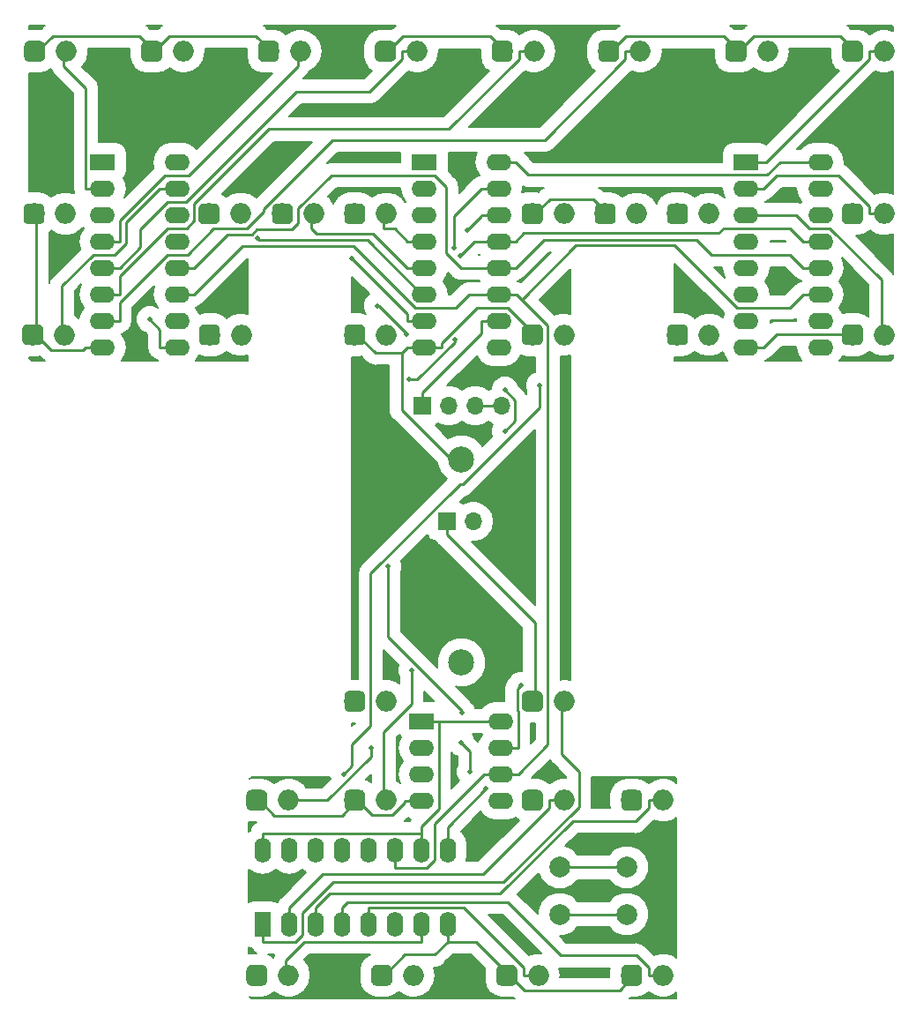
<source format=gbr>
G04 #@! TF.GenerationSoftware,KiCad,Pcbnew,(5.0.0)*
G04 #@! TF.CreationDate,2019-09-06T11:34:28-04:00*
G04 #@! TF.ProjectId,MiniTempleT,4D696E6954656D706C65542E6B696361,rev?*
G04 #@! TF.SameCoordinates,Original*
G04 #@! TF.FileFunction,Copper,L2,Bot,Signal*
G04 #@! TF.FilePolarity,Positive*
%FSLAX46Y46*%
G04 Gerber Fmt 4.6, Leading zero omitted, Abs format (unit mm)*
G04 Created by KiCad (PCBNEW (5.0.0)) date 09/06/19 11:34:28*
%MOMM*%
%LPD*%
G01*
G04 APERTURE LIST*
G04 #@! TA.AperFunction,ComponentPad*
%ADD10O,2.000000X2.000000*%
G04 #@! TD*
G04 #@! TA.AperFunction,Conductor*
%ADD11C,0.100000*%
G04 #@! TD*
G04 #@! TA.AperFunction,ComponentPad*
%ADD12C,2.000000*%
G04 #@! TD*
G04 #@! TA.AperFunction,ComponentPad*
%ADD13C,2.500000*%
G04 #@! TD*
G04 #@! TA.AperFunction,ComponentPad*
%ADD14R,1.700000X1.700000*%
G04 #@! TD*
G04 #@! TA.AperFunction,ComponentPad*
%ADD15O,1.700000X1.700000*%
G04 #@! TD*
G04 #@! TA.AperFunction,ComponentPad*
%ADD16O,2.400000X1.600000*%
G04 #@! TD*
G04 #@! TA.AperFunction,ComponentPad*
%ADD17R,2.400000X1.600000*%
G04 #@! TD*
G04 #@! TA.AperFunction,ComponentPad*
%ADD18R,1.600000X2.400000*%
G04 #@! TD*
G04 #@! TA.AperFunction,ComponentPad*
%ADD19O,1.600000X2.400000*%
G04 #@! TD*
G04 #@! TA.AperFunction,ViaPad*
%ADD20C,0.500000*%
G04 #@! TD*
G04 #@! TA.AperFunction,Conductor*
%ADD21C,0.250000*%
G04 #@! TD*
G04 #@! TA.AperFunction,NonConductor*
%ADD22C,0.200000*%
G04 #@! TD*
G04 APERTURE END LIST*
D10*
G04 #@! TO.P,D17,2*
G04 #@! TO.N,Net-(D17-Pad2)*
X181050000Y-85217000D03*
D11*
G04 #@! TD*
G04 #@! TO.N,GND*
G04 #@! TO.C,D17*
G36*
X178559009Y-84219408D02*
X178607545Y-84226607D01*
X178655142Y-84238530D01*
X178701342Y-84255060D01*
X178745698Y-84276039D01*
X178787785Y-84301265D01*
X178827197Y-84330495D01*
X178863553Y-84363447D01*
X178896505Y-84399803D01*
X178925735Y-84439215D01*
X178950961Y-84481302D01*
X178971940Y-84525658D01*
X178988470Y-84571858D01*
X179000393Y-84619455D01*
X179007592Y-84667991D01*
X179010000Y-84717000D01*
X179010000Y-85717000D01*
X179007592Y-85766009D01*
X179000393Y-85814545D01*
X178988470Y-85862142D01*
X178971940Y-85908342D01*
X178950961Y-85952698D01*
X178925735Y-85994785D01*
X178896505Y-86034197D01*
X178863553Y-86070553D01*
X178827197Y-86103505D01*
X178787785Y-86132735D01*
X178745698Y-86157961D01*
X178701342Y-86178940D01*
X178655142Y-86195470D01*
X178607545Y-86207393D01*
X178559009Y-86214592D01*
X178510000Y-86217000D01*
X177510000Y-86217000D01*
X177460991Y-86214592D01*
X177412455Y-86207393D01*
X177364858Y-86195470D01*
X177318658Y-86178940D01*
X177274302Y-86157961D01*
X177232215Y-86132735D01*
X177192803Y-86103505D01*
X177156447Y-86070553D01*
X177123495Y-86034197D01*
X177094265Y-85994785D01*
X177069039Y-85952698D01*
X177048060Y-85908342D01*
X177031530Y-85862142D01*
X177019607Y-85814545D01*
X177012408Y-85766009D01*
X177010000Y-85717000D01*
X177010000Y-84717000D01*
X177012408Y-84667991D01*
X177019607Y-84619455D01*
X177031530Y-84571858D01*
X177048060Y-84525658D01*
X177069039Y-84481302D01*
X177094265Y-84439215D01*
X177123495Y-84399803D01*
X177156447Y-84363447D01*
X177192803Y-84330495D01*
X177232215Y-84301265D01*
X177274302Y-84276039D01*
X177318658Y-84255060D01*
X177364858Y-84238530D01*
X177412455Y-84226607D01*
X177460991Y-84219408D01*
X177510000Y-84217000D01*
X178510000Y-84217000D01*
X178559009Y-84219408D01*
X178559009Y-84219408D01*
G37*
D12*
G04 #@! TO.P,D17,1*
G04 #@! TO.N,GND*
X178010000Y-85217000D03*
G04 #@! TD*
G04 #@! TO.P,BTN1,2*
G04 #@! TO.N,Net-(BTN1-Pad2)*
X180615000Y-140840000D03*
G04 #@! TO.P,BTN1,1*
G04 #@! TO.N,GND*
X180615000Y-136340000D03*
G04 #@! TO.P,BTN1,2*
G04 #@! TO.N,Net-(BTN1-Pad2)*
X187115000Y-140840000D03*
G04 #@! TO.P,BTN1,1*
G04 #@! TO.N,GND*
X187115000Y-136340000D03*
G04 #@! TD*
D13*
G04 #@! TO.P,Battery1,2*
G04 #@! TO.N,Net-(Battery1-Pad2)*
X171196000Y-116669000D03*
G04 #@! TO.P,Battery1,1*
G04 #@! TO.N,GND*
X171196000Y-97169000D03*
G04 #@! TD*
D14*
G04 #@! TO.P,Power1,1*
G04 #@! TO.N,GND*
X169799000Y-103137000D03*
D15*
G04 #@! TO.P,Power1,2*
G04 #@! TO.N,Net-(Battery1-Pad2)*
X172339000Y-103137000D03*
G04 #@! TD*
D10*
G04 #@! TO.P,D1,2*
G04 #@! TO.N,Net-(D1-Pad2)*
X133073000Y-85217000D03*
D11*
G04 #@! TD*
G04 #@! TO.N,GND*
G04 #@! TO.C,D1*
G36*
X130582009Y-84219408D02*
X130630545Y-84226607D01*
X130678142Y-84238530D01*
X130724342Y-84255060D01*
X130768698Y-84276039D01*
X130810785Y-84301265D01*
X130850197Y-84330495D01*
X130886553Y-84363447D01*
X130919505Y-84399803D01*
X130948735Y-84439215D01*
X130973961Y-84481302D01*
X130994940Y-84525658D01*
X131011470Y-84571858D01*
X131023393Y-84619455D01*
X131030592Y-84667991D01*
X131033000Y-84717000D01*
X131033000Y-85717000D01*
X131030592Y-85766009D01*
X131023393Y-85814545D01*
X131011470Y-85862142D01*
X130994940Y-85908342D01*
X130973961Y-85952698D01*
X130948735Y-85994785D01*
X130919505Y-86034197D01*
X130886553Y-86070553D01*
X130850197Y-86103505D01*
X130810785Y-86132735D01*
X130768698Y-86157961D01*
X130724342Y-86178940D01*
X130678142Y-86195470D01*
X130630545Y-86207393D01*
X130582009Y-86214592D01*
X130533000Y-86217000D01*
X129533000Y-86217000D01*
X129483991Y-86214592D01*
X129435455Y-86207393D01*
X129387858Y-86195470D01*
X129341658Y-86178940D01*
X129297302Y-86157961D01*
X129255215Y-86132735D01*
X129215803Y-86103505D01*
X129179447Y-86070553D01*
X129146495Y-86034197D01*
X129117265Y-85994785D01*
X129092039Y-85952698D01*
X129071060Y-85908342D01*
X129054530Y-85862142D01*
X129042607Y-85814545D01*
X129035408Y-85766009D01*
X129033000Y-85717000D01*
X129033000Y-84717000D01*
X129035408Y-84667991D01*
X129042607Y-84619455D01*
X129054530Y-84571858D01*
X129071060Y-84525658D01*
X129092039Y-84481302D01*
X129117265Y-84439215D01*
X129146495Y-84399803D01*
X129179447Y-84363447D01*
X129215803Y-84330495D01*
X129255215Y-84301265D01*
X129297302Y-84276039D01*
X129341658Y-84255060D01*
X129387858Y-84238530D01*
X129435455Y-84226607D01*
X129483991Y-84219408D01*
X129533000Y-84217000D01*
X130533000Y-84217000D01*
X130582009Y-84219408D01*
X130582009Y-84219408D01*
G37*
D12*
G04 #@! TO.P,D1,1*
G04 #@! TO.N,GND*
X130033000Y-85217000D03*
G04 #@! TD*
D10*
G04 #@! TO.P,D2,2*
G04 #@! TO.N,Net-(D2-Pad2)*
X133190000Y-73600000D03*
D11*
G04 #@! TD*
G04 #@! TO.N,GND*
G04 #@! TO.C,D2*
G36*
X130699009Y-72602408D02*
X130747545Y-72609607D01*
X130795142Y-72621530D01*
X130841342Y-72638060D01*
X130885698Y-72659039D01*
X130927785Y-72684265D01*
X130967197Y-72713495D01*
X131003553Y-72746447D01*
X131036505Y-72782803D01*
X131065735Y-72822215D01*
X131090961Y-72864302D01*
X131111940Y-72908658D01*
X131128470Y-72954858D01*
X131140393Y-73002455D01*
X131147592Y-73050991D01*
X131150000Y-73100000D01*
X131150000Y-74100000D01*
X131147592Y-74149009D01*
X131140393Y-74197545D01*
X131128470Y-74245142D01*
X131111940Y-74291342D01*
X131090961Y-74335698D01*
X131065735Y-74377785D01*
X131036505Y-74417197D01*
X131003553Y-74453553D01*
X130967197Y-74486505D01*
X130927785Y-74515735D01*
X130885698Y-74540961D01*
X130841342Y-74561940D01*
X130795142Y-74578470D01*
X130747545Y-74590393D01*
X130699009Y-74597592D01*
X130650000Y-74600000D01*
X129650000Y-74600000D01*
X129600991Y-74597592D01*
X129552455Y-74590393D01*
X129504858Y-74578470D01*
X129458658Y-74561940D01*
X129414302Y-74540961D01*
X129372215Y-74515735D01*
X129332803Y-74486505D01*
X129296447Y-74453553D01*
X129263495Y-74417197D01*
X129234265Y-74377785D01*
X129209039Y-74335698D01*
X129188060Y-74291342D01*
X129171530Y-74245142D01*
X129159607Y-74197545D01*
X129152408Y-74149009D01*
X129150000Y-74100000D01*
X129150000Y-73100000D01*
X129152408Y-73050991D01*
X129159607Y-73002455D01*
X129171530Y-72954858D01*
X129188060Y-72908658D01*
X129209039Y-72864302D01*
X129234265Y-72822215D01*
X129263495Y-72782803D01*
X129296447Y-72746447D01*
X129332803Y-72713495D01*
X129372215Y-72684265D01*
X129414302Y-72659039D01*
X129458658Y-72638060D01*
X129504858Y-72621530D01*
X129552455Y-72609607D01*
X129600991Y-72602408D01*
X129650000Y-72600000D01*
X130650000Y-72600000D01*
X130699009Y-72602408D01*
X130699009Y-72602408D01*
G37*
D12*
G04 #@! TO.P,D2,1*
G04 #@! TO.N,GND*
X130150000Y-73600000D03*
G04 #@! TD*
D10*
G04 #@! TO.P,D3,2*
G04 #@! TO.N,Net-(D3-Pad2)*
X133250000Y-58000000D03*
D11*
G04 #@! TD*
G04 #@! TO.N,GND*
G04 #@! TO.C,D3*
G36*
X130759009Y-57002408D02*
X130807545Y-57009607D01*
X130855142Y-57021530D01*
X130901342Y-57038060D01*
X130945698Y-57059039D01*
X130987785Y-57084265D01*
X131027197Y-57113495D01*
X131063553Y-57146447D01*
X131096505Y-57182803D01*
X131125735Y-57222215D01*
X131150961Y-57264302D01*
X131171940Y-57308658D01*
X131188470Y-57354858D01*
X131200393Y-57402455D01*
X131207592Y-57450991D01*
X131210000Y-57500000D01*
X131210000Y-58500000D01*
X131207592Y-58549009D01*
X131200393Y-58597545D01*
X131188470Y-58645142D01*
X131171940Y-58691342D01*
X131150961Y-58735698D01*
X131125735Y-58777785D01*
X131096505Y-58817197D01*
X131063553Y-58853553D01*
X131027197Y-58886505D01*
X130987785Y-58915735D01*
X130945698Y-58940961D01*
X130901342Y-58961940D01*
X130855142Y-58978470D01*
X130807545Y-58990393D01*
X130759009Y-58997592D01*
X130710000Y-59000000D01*
X129710000Y-59000000D01*
X129660991Y-58997592D01*
X129612455Y-58990393D01*
X129564858Y-58978470D01*
X129518658Y-58961940D01*
X129474302Y-58940961D01*
X129432215Y-58915735D01*
X129392803Y-58886505D01*
X129356447Y-58853553D01*
X129323495Y-58817197D01*
X129294265Y-58777785D01*
X129269039Y-58735698D01*
X129248060Y-58691342D01*
X129231530Y-58645142D01*
X129219607Y-58597545D01*
X129212408Y-58549009D01*
X129210000Y-58500000D01*
X129210000Y-57500000D01*
X129212408Y-57450991D01*
X129219607Y-57402455D01*
X129231530Y-57354858D01*
X129248060Y-57308658D01*
X129269039Y-57264302D01*
X129294265Y-57222215D01*
X129323495Y-57182803D01*
X129356447Y-57146447D01*
X129392803Y-57113495D01*
X129432215Y-57084265D01*
X129474302Y-57059039D01*
X129518658Y-57038060D01*
X129564858Y-57021530D01*
X129612455Y-57009607D01*
X129660991Y-57002408D01*
X129710000Y-57000000D01*
X130710000Y-57000000D01*
X130759009Y-57002408D01*
X130759009Y-57002408D01*
G37*
D12*
G04 #@! TO.P,D3,1*
G04 #@! TO.N,GND*
X130210000Y-58000000D03*
G04 #@! TD*
D10*
G04 #@! TO.P,D4,2*
G04 #@! TO.N,Net-(D4-Pad2)*
X144500000Y-58000000D03*
D11*
G04 #@! TD*
G04 #@! TO.N,GND*
G04 #@! TO.C,D4*
G36*
X142009009Y-57002408D02*
X142057545Y-57009607D01*
X142105142Y-57021530D01*
X142151342Y-57038060D01*
X142195698Y-57059039D01*
X142237785Y-57084265D01*
X142277197Y-57113495D01*
X142313553Y-57146447D01*
X142346505Y-57182803D01*
X142375735Y-57222215D01*
X142400961Y-57264302D01*
X142421940Y-57308658D01*
X142438470Y-57354858D01*
X142450393Y-57402455D01*
X142457592Y-57450991D01*
X142460000Y-57500000D01*
X142460000Y-58500000D01*
X142457592Y-58549009D01*
X142450393Y-58597545D01*
X142438470Y-58645142D01*
X142421940Y-58691342D01*
X142400961Y-58735698D01*
X142375735Y-58777785D01*
X142346505Y-58817197D01*
X142313553Y-58853553D01*
X142277197Y-58886505D01*
X142237785Y-58915735D01*
X142195698Y-58940961D01*
X142151342Y-58961940D01*
X142105142Y-58978470D01*
X142057545Y-58990393D01*
X142009009Y-58997592D01*
X141960000Y-59000000D01*
X140960000Y-59000000D01*
X140910991Y-58997592D01*
X140862455Y-58990393D01*
X140814858Y-58978470D01*
X140768658Y-58961940D01*
X140724302Y-58940961D01*
X140682215Y-58915735D01*
X140642803Y-58886505D01*
X140606447Y-58853553D01*
X140573495Y-58817197D01*
X140544265Y-58777785D01*
X140519039Y-58735698D01*
X140498060Y-58691342D01*
X140481530Y-58645142D01*
X140469607Y-58597545D01*
X140462408Y-58549009D01*
X140460000Y-58500000D01*
X140460000Y-57500000D01*
X140462408Y-57450991D01*
X140469607Y-57402455D01*
X140481530Y-57354858D01*
X140498060Y-57308658D01*
X140519039Y-57264302D01*
X140544265Y-57222215D01*
X140573495Y-57182803D01*
X140606447Y-57146447D01*
X140642803Y-57113495D01*
X140682215Y-57084265D01*
X140724302Y-57059039D01*
X140768658Y-57038060D01*
X140814858Y-57021530D01*
X140862455Y-57009607D01*
X140910991Y-57002408D01*
X140960000Y-57000000D01*
X141960000Y-57000000D01*
X142009009Y-57002408D01*
X142009009Y-57002408D01*
G37*
D12*
G04 #@! TO.P,D4,1*
G04 #@! TO.N,GND*
X141460000Y-58000000D03*
G04 #@! TD*
D10*
G04 #@! TO.P,D5,2*
G04 #@! TO.N,Net-(D5-Pad2)*
X155720000Y-58000000D03*
D11*
G04 #@! TD*
G04 #@! TO.N,GND*
G04 #@! TO.C,D5*
G36*
X153229009Y-57002408D02*
X153277545Y-57009607D01*
X153325142Y-57021530D01*
X153371342Y-57038060D01*
X153415698Y-57059039D01*
X153457785Y-57084265D01*
X153497197Y-57113495D01*
X153533553Y-57146447D01*
X153566505Y-57182803D01*
X153595735Y-57222215D01*
X153620961Y-57264302D01*
X153641940Y-57308658D01*
X153658470Y-57354858D01*
X153670393Y-57402455D01*
X153677592Y-57450991D01*
X153680000Y-57500000D01*
X153680000Y-58500000D01*
X153677592Y-58549009D01*
X153670393Y-58597545D01*
X153658470Y-58645142D01*
X153641940Y-58691342D01*
X153620961Y-58735698D01*
X153595735Y-58777785D01*
X153566505Y-58817197D01*
X153533553Y-58853553D01*
X153497197Y-58886505D01*
X153457785Y-58915735D01*
X153415698Y-58940961D01*
X153371342Y-58961940D01*
X153325142Y-58978470D01*
X153277545Y-58990393D01*
X153229009Y-58997592D01*
X153180000Y-59000000D01*
X152180000Y-59000000D01*
X152130991Y-58997592D01*
X152082455Y-58990393D01*
X152034858Y-58978470D01*
X151988658Y-58961940D01*
X151944302Y-58940961D01*
X151902215Y-58915735D01*
X151862803Y-58886505D01*
X151826447Y-58853553D01*
X151793495Y-58817197D01*
X151764265Y-58777785D01*
X151739039Y-58735698D01*
X151718060Y-58691342D01*
X151701530Y-58645142D01*
X151689607Y-58597545D01*
X151682408Y-58549009D01*
X151680000Y-58500000D01*
X151680000Y-57500000D01*
X151682408Y-57450991D01*
X151689607Y-57402455D01*
X151701530Y-57354858D01*
X151718060Y-57308658D01*
X151739039Y-57264302D01*
X151764265Y-57222215D01*
X151793495Y-57182803D01*
X151826447Y-57146447D01*
X151862803Y-57113495D01*
X151902215Y-57084265D01*
X151944302Y-57059039D01*
X151988658Y-57038060D01*
X152034858Y-57021530D01*
X152082455Y-57009607D01*
X152130991Y-57002408D01*
X152180000Y-57000000D01*
X153180000Y-57000000D01*
X153229009Y-57002408D01*
X153229009Y-57002408D01*
G37*
D12*
G04 #@! TO.P,D5,1*
G04 #@! TO.N,GND*
X152680000Y-58000000D03*
G04 #@! TD*
D10*
G04 #@! TO.P,D6,2*
G04 #@! TO.N,Net-(D6-Pad2)*
X166940000Y-58000000D03*
D11*
G04 #@! TD*
G04 #@! TO.N,GND*
G04 #@! TO.C,D6*
G36*
X164449009Y-57002408D02*
X164497545Y-57009607D01*
X164545142Y-57021530D01*
X164591342Y-57038060D01*
X164635698Y-57059039D01*
X164677785Y-57084265D01*
X164717197Y-57113495D01*
X164753553Y-57146447D01*
X164786505Y-57182803D01*
X164815735Y-57222215D01*
X164840961Y-57264302D01*
X164861940Y-57308658D01*
X164878470Y-57354858D01*
X164890393Y-57402455D01*
X164897592Y-57450991D01*
X164900000Y-57500000D01*
X164900000Y-58500000D01*
X164897592Y-58549009D01*
X164890393Y-58597545D01*
X164878470Y-58645142D01*
X164861940Y-58691342D01*
X164840961Y-58735698D01*
X164815735Y-58777785D01*
X164786505Y-58817197D01*
X164753553Y-58853553D01*
X164717197Y-58886505D01*
X164677785Y-58915735D01*
X164635698Y-58940961D01*
X164591342Y-58961940D01*
X164545142Y-58978470D01*
X164497545Y-58990393D01*
X164449009Y-58997592D01*
X164400000Y-59000000D01*
X163400000Y-59000000D01*
X163350991Y-58997592D01*
X163302455Y-58990393D01*
X163254858Y-58978470D01*
X163208658Y-58961940D01*
X163164302Y-58940961D01*
X163122215Y-58915735D01*
X163082803Y-58886505D01*
X163046447Y-58853553D01*
X163013495Y-58817197D01*
X162984265Y-58777785D01*
X162959039Y-58735698D01*
X162938060Y-58691342D01*
X162921530Y-58645142D01*
X162909607Y-58597545D01*
X162902408Y-58549009D01*
X162900000Y-58500000D01*
X162900000Y-57500000D01*
X162902408Y-57450991D01*
X162909607Y-57402455D01*
X162921530Y-57354858D01*
X162938060Y-57308658D01*
X162959039Y-57264302D01*
X162984265Y-57222215D01*
X163013495Y-57182803D01*
X163046447Y-57146447D01*
X163082803Y-57113495D01*
X163122215Y-57084265D01*
X163164302Y-57059039D01*
X163208658Y-57038060D01*
X163254858Y-57021530D01*
X163302455Y-57009607D01*
X163350991Y-57002408D01*
X163400000Y-57000000D01*
X164400000Y-57000000D01*
X164449009Y-57002408D01*
X164449009Y-57002408D01*
G37*
D12*
G04 #@! TO.P,D6,1*
G04 #@! TO.N,GND*
X163900000Y-58000000D03*
G04 #@! TD*
D10*
G04 #@! TO.P,D7,2*
G04 #@! TO.N,Net-(D7-Pad2)*
X178160000Y-58000000D03*
D11*
G04 #@! TD*
G04 #@! TO.N,GND*
G04 #@! TO.C,D7*
G36*
X175669009Y-57002408D02*
X175717545Y-57009607D01*
X175765142Y-57021530D01*
X175811342Y-57038060D01*
X175855698Y-57059039D01*
X175897785Y-57084265D01*
X175937197Y-57113495D01*
X175973553Y-57146447D01*
X176006505Y-57182803D01*
X176035735Y-57222215D01*
X176060961Y-57264302D01*
X176081940Y-57308658D01*
X176098470Y-57354858D01*
X176110393Y-57402455D01*
X176117592Y-57450991D01*
X176120000Y-57500000D01*
X176120000Y-58500000D01*
X176117592Y-58549009D01*
X176110393Y-58597545D01*
X176098470Y-58645142D01*
X176081940Y-58691342D01*
X176060961Y-58735698D01*
X176035735Y-58777785D01*
X176006505Y-58817197D01*
X175973553Y-58853553D01*
X175937197Y-58886505D01*
X175897785Y-58915735D01*
X175855698Y-58940961D01*
X175811342Y-58961940D01*
X175765142Y-58978470D01*
X175717545Y-58990393D01*
X175669009Y-58997592D01*
X175620000Y-59000000D01*
X174620000Y-59000000D01*
X174570991Y-58997592D01*
X174522455Y-58990393D01*
X174474858Y-58978470D01*
X174428658Y-58961940D01*
X174384302Y-58940961D01*
X174342215Y-58915735D01*
X174302803Y-58886505D01*
X174266447Y-58853553D01*
X174233495Y-58817197D01*
X174204265Y-58777785D01*
X174179039Y-58735698D01*
X174158060Y-58691342D01*
X174141530Y-58645142D01*
X174129607Y-58597545D01*
X174122408Y-58549009D01*
X174120000Y-58500000D01*
X174120000Y-57500000D01*
X174122408Y-57450991D01*
X174129607Y-57402455D01*
X174141530Y-57354858D01*
X174158060Y-57308658D01*
X174179039Y-57264302D01*
X174204265Y-57222215D01*
X174233495Y-57182803D01*
X174266447Y-57146447D01*
X174302803Y-57113495D01*
X174342215Y-57084265D01*
X174384302Y-57059039D01*
X174428658Y-57038060D01*
X174474858Y-57021530D01*
X174522455Y-57009607D01*
X174570991Y-57002408D01*
X174620000Y-57000000D01*
X175620000Y-57000000D01*
X175669009Y-57002408D01*
X175669009Y-57002408D01*
G37*
D12*
G04 #@! TO.P,D7,1*
G04 #@! TO.N,GND*
X175120000Y-58000000D03*
G04 #@! TD*
D10*
G04 #@! TO.P,D8,2*
G04 #@! TO.N,Net-(D8-Pad2)*
X188380000Y-58000000D03*
D11*
G04 #@! TD*
G04 #@! TO.N,GND*
G04 #@! TO.C,D8*
G36*
X185889009Y-57002408D02*
X185937545Y-57009607D01*
X185985142Y-57021530D01*
X186031342Y-57038060D01*
X186075698Y-57059039D01*
X186117785Y-57084265D01*
X186157197Y-57113495D01*
X186193553Y-57146447D01*
X186226505Y-57182803D01*
X186255735Y-57222215D01*
X186280961Y-57264302D01*
X186301940Y-57308658D01*
X186318470Y-57354858D01*
X186330393Y-57402455D01*
X186337592Y-57450991D01*
X186340000Y-57500000D01*
X186340000Y-58500000D01*
X186337592Y-58549009D01*
X186330393Y-58597545D01*
X186318470Y-58645142D01*
X186301940Y-58691342D01*
X186280961Y-58735698D01*
X186255735Y-58777785D01*
X186226505Y-58817197D01*
X186193553Y-58853553D01*
X186157197Y-58886505D01*
X186117785Y-58915735D01*
X186075698Y-58940961D01*
X186031342Y-58961940D01*
X185985142Y-58978470D01*
X185937545Y-58990393D01*
X185889009Y-58997592D01*
X185840000Y-59000000D01*
X184840000Y-59000000D01*
X184790991Y-58997592D01*
X184742455Y-58990393D01*
X184694858Y-58978470D01*
X184648658Y-58961940D01*
X184604302Y-58940961D01*
X184562215Y-58915735D01*
X184522803Y-58886505D01*
X184486447Y-58853553D01*
X184453495Y-58817197D01*
X184424265Y-58777785D01*
X184399039Y-58735698D01*
X184378060Y-58691342D01*
X184361530Y-58645142D01*
X184349607Y-58597545D01*
X184342408Y-58549009D01*
X184340000Y-58500000D01*
X184340000Y-57500000D01*
X184342408Y-57450991D01*
X184349607Y-57402455D01*
X184361530Y-57354858D01*
X184378060Y-57308658D01*
X184399039Y-57264302D01*
X184424265Y-57222215D01*
X184453495Y-57182803D01*
X184486447Y-57146447D01*
X184522803Y-57113495D01*
X184562215Y-57084265D01*
X184604302Y-57059039D01*
X184648658Y-57038060D01*
X184694858Y-57021530D01*
X184742455Y-57009607D01*
X184790991Y-57002408D01*
X184840000Y-57000000D01*
X185840000Y-57000000D01*
X185889009Y-57002408D01*
X185889009Y-57002408D01*
G37*
D12*
G04 #@! TO.P,D8,1*
G04 #@! TO.N,GND*
X185340000Y-58000000D03*
G04 #@! TD*
D10*
G04 #@! TO.P,D9,2*
G04 #@! TO.N,Net-(D9-Pad2)*
X200600000Y-58000000D03*
D11*
G04 #@! TD*
G04 #@! TO.N,GND*
G04 #@! TO.C,D9*
G36*
X198109009Y-57002408D02*
X198157545Y-57009607D01*
X198205142Y-57021530D01*
X198251342Y-57038060D01*
X198295698Y-57059039D01*
X198337785Y-57084265D01*
X198377197Y-57113495D01*
X198413553Y-57146447D01*
X198446505Y-57182803D01*
X198475735Y-57222215D01*
X198500961Y-57264302D01*
X198521940Y-57308658D01*
X198538470Y-57354858D01*
X198550393Y-57402455D01*
X198557592Y-57450991D01*
X198560000Y-57500000D01*
X198560000Y-58500000D01*
X198557592Y-58549009D01*
X198550393Y-58597545D01*
X198538470Y-58645142D01*
X198521940Y-58691342D01*
X198500961Y-58735698D01*
X198475735Y-58777785D01*
X198446505Y-58817197D01*
X198413553Y-58853553D01*
X198377197Y-58886505D01*
X198337785Y-58915735D01*
X198295698Y-58940961D01*
X198251342Y-58961940D01*
X198205142Y-58978470D01*
X198157545Y-58990393D01*
X198109009Y-58997592D01*
X198060000Y-59000000D01*
X197060000Y-59000000D01*
X197010991Y-58997592D01*
X196962455Y-58990393D01*
X196914858Y-58978470D01*
X196868658Y-58961940D01*
X196824302Y-58940961D01*
X196782215Y-58915735D01*
X196742803Y-58886505D01*
X196706447Y-58853553D01*
X196673495Y-58817197D01*
X196644265Y-58777785D01*
X196619039Y-58735698D01*
X196598060Y-58691342D01*
X196581530Y-58645142D01*
X196569607Y-58597545D01*
X196562408Y-58549009D01*
X196560000Y-58500000D01*
X196560000Y-57500000D01*
X196562408Y-57450991D01*
X196569607Y-57402455D01*
X196581530Y-57354858D01*
X196598060Y-57308658D01*
X196619039Y-57264302D01*
X196644265Y-57222215D01*
X196673495Y-57182803D01*
X196706447Y-57146447D01*
X196742803Y-57113495D01*
X196782215Y-57084265D01*
X196824302Y-57059039D01*
X196868658Y-57038060D01*
X196914858Y-57021530D01*
X196962455Y-57009607D01*
X197010991Y-57002408D01*
X197060000Y-57000000D01*
X198060000Y-57000000D01*
X198109009Y-57002408D01*
X198109009Y-57002408D01*
G37*
D12*
G04 #@! TO.P,D9,1*
G04 #@! TO.N,GND*
X197560000Y-58000000D03*
G04 #@! TD*
D10*
G04 #@! TO.P,D10,2*
G04 #@! TO.N,Net-(D10-Pad2)*
X211790000Y-58000000D03*
D11*
G04 #@! TD*
G04 #@! TO.N,GND*
G04 #@! TO.C,D10*
G36*
X209299009Y-57002408D02*
X209347545Y-57009607D01*
X209395142Y-57021530D01*
X209441342Y-57038060D01*
X209485698Y-57059039D01*
X209527785Y-57084265D01*
X209567197Y-57113495D01*
X209603553Y-57146447D01*
X209636505Y-57182803D01*
X209665735Y-57222215D01*
X209690961Y-57264302D01*
X209711940Y-57308658D01*
X209728470Y-57354858D01*
X209740393Y-57402455D01*
X209747592Y-57450991D01*
X209750000Y-57500000D01*
X209750000Y-58500000D01*
X209747592Y-58549009D01*
X209740393Y-58597545D01*
X209728470Y-58645142D01*
X209711940Y-58691342D01*
X209690961Y-58735698D01*
X209665735Y-58777785D01*
X209636505Y-58817197D01*
X209603553Y-58853553D01*
X209567197Y-58886505D01*
X209527785Y-58915735D01*
X209485698Y-58940961D01*
X209441342Y-58961940D01*
X209395142Y-58978470D01*
X209347545Y-58990393D01*
X209299009Y-58997592D01*
X209250000Y-59000000D01*
X208250000Y-59000000D01*
X208200991Y-58997592D01*
X208152455Y-58990393D01*
X208104858Y-58978470D01*
X208058658Y-58961940D01*
X208014302Y-58940961D01*
X207972215Y-58915735D01*
X207932803Y-58886505D01*
X207896447Y-58853553D01*
X207863495Y-58817197D01*
X207834265Y-58777785D01*
X207809039Y-58735698D01*
X207788060Y-58691342D01*
X207771530Y-58645142D01*
X207759607Y-58597545D01*
X207752408Y-58549009D01*
X207750000Y-58500000D01*
X207750000Y-57500000D01*
X207752408Y-57450991D01*
X207759607Y-57402455D01*
X207771530Y-57354858D01*
X207788060Y-57308658D01*
X207809039Y-57264302D01*
X207834265Y-57222215D01*
X207863495Y-57182803D01*
X207896447Y-57146447D01*
X207932803Y-57113495D01*
X207972215Y-57084265D01*
X208014302Y-57059039D01*
X208058658Y-57038060D01*
X208104858Y-57021530D01*
X208152455Y-57009607D01*
X208200991Y-57002408D01*
X208250000Y-57000000D01*
X209250000Y-57000000D01*
X209299009Y-57002408D01*
X209299009Y-57002408D01*
G37*
D12*
G04 #@! TO.P,D10,1*
G04 #@! TO.N,GND*
X208750000Y-58000000D03*
G04 #@! TD*
D10*
G04 #@! TO.P,D11,2*
G04 #@! TO.N,Net-(D11-Pad2)*
X211790000Y-73600000D03*
D11*
G04 #@! TD*
G04 #@! TO.N,GND*
G04 #@! TO.C,D11*
G36*
X209299009Y-72602408D02*
X209347545Y-72609607D01*
X209395142Y-72621530D01*
X209441342Y-72638060D01*
X209485698Y-72659039D01*
X209527785Y-72684265D01*
X209567197Y-72713495D01*
X209603553Y-72746447D01*
X209636505Y-72782803D01*
X209665735Y-72822215D01*
X209690961Y-72864302D01*
X209711940Y-72908658D01*
X209728470Y-72954858D01*
X209740393Y-73002455D01*
X209747592Y-73050991D01*
X209750000Y-73100000D01*
X209750000Y-74100000D01*
X209747592Y-74149009D01*
X209740393Y-74197545D01*
X209728470Y-74245142D01*
X209711940Y-74291342D01*
X209690961Y-74335698D01*
X209665735Y-74377785D01*
X209636505Y-74417197D01*
X209603553Y-74453553D01*
X209567197Y-74486505D01*
X209527785Y-74515735D01*
X209485698Y-74540961D01*
X209441342Y-74561940D01*
X209395142Y-74578470D01*
X209347545Y-74590393D01*
X209299009Y-74597592D01*
X209250000Y-74600000D01*
X208250000Y-74600000D01*
X208200991Y-74597592D01*
X208152455Y-74590393D01*
X208104858Y-74578470D01*
X208058658Y-74561940D01*
X208014302Y-74540961D01*
X207972215Y-74515735D01*
X207932803Y-74486505D01*
X207896447Y-74453553D01*
X207863495Y-74417197D01*
X207834265Y-74377785D01*
X207809039Y-74335698D01*
X207788060Y-74291342D01*
X207771530Y-74245142D01*
X207759607Y-74197545D01*
X207752408Y-74149009D01*
X207750000Y-74100000D01*
X207750000Y-73100000D01*
X207752408Y-73050991D01*
X207759607Y-73002455D01*
X207771530Y-72954858D01*
X207788060Y-72908658D01*
X207809039Y-72864302D01*
X207834265Y-72822215D01*
X207863495Y-72782803D01*
X207896447Y-72746447D01*
X207932803Y-72713495D01*
X207972215Y-72684265D01*
X208014302Y-72659039D01*
X208058658Y-72638060D01*
X208104858Y-72621530D01*
X208152455Y-72609607D01*
X208200991Y-72602408D01*
X208250000Y-72600000D01*
X209250000Y-72600000D01*
X209299009Y-72602408D01*
X209299009Y-72602408D01*
G37*
D12*
G04 #@! TO.P,D11,1*
G04 #@! TO.N,GND*
X208750000Y-73600000D03*
G04 #@! TD*
D10*
G04 #@! TO.P,D12,2*
G04 #@! TO.N,Net-(D12-Pad2)*
X211790000Y-85217000D03*
D11*
G04 #@! TD*
G04 #@! TO.N,GND*
G04 #@! TO.C,D12*
G36*
X209299009Y-84219408D02*
X209347545Y-84226607D01*
X209395142Y-84238530D01*
X209441342Y-84255060D01*
X209485698Y-84276039D01*
X209527785Y-84301265D01*
X209567197Y-84330495D01*
X209603553Y-84363447D01*
X209636505Y-84399803D01*
X209665735Y-84439215D01*
X209690961Y-84481302D01*
X209711940Y-84525658D01*
X209728470Y-84571858D01*
X209740393Y-84619455D01*
X209747592Y-84667991D01*
X209750000Y-84717000D01*
X209750000Y-85717000D01*
X209747592Y-85766009D01*
X209740393Y-85814545D01*
X209728470Y-85862142D01*
X209711940Y-85908342D01*
X209690961Y-85952698D01*
X209665735Y-85994785D01*
X209636505Y-86034197D01*
X209603553Y-86070553D01*
X209567197Y-86103505D01*
X209527785Y-86132735D01*
X209485698Y-86157961D01*
X209441342Y-86178940D01*
X209395142Y-86195470D01*
X209347545Y-86207393D01*
X209299009Y-86214592D01*
X209250000Y-86217000D01*
X208250000Y-86217000D01*
X208200991Y-86214592D01*
X208152455Y-86207393D01*
X208104858Y-86195470D01*
X208058658Y-86178940D01*
X208014302Y-86157961D01*
X207972215Y-86132735D01*
X207932803Y-86103505D01*
X207896447Y-86070553D01*
X207863495Y-86034197D01*
X207834265Y-85994785D01*
X207809039Y-85952698D01*
X207788060Y-85908342D01*
X207771530Y-85862142D01*
X207759607Y-85814545D01*
X207752408Y-85766009D01*
X207750000Y-85717000D01*
X207750000Y-84717000D01*
X207752408Y-84667991D01*
X207759607Y-84619455D01*
X207771530Y-84571858D01*
X207788060Y-84525658D01*
X207809039Y-84481302D01*
X207834265Y-84439215D01*
X207863495Y-84399803D01*
X207896447Y-84363447D01*
X207932803Y-84330495D01*
X207972215Y-84301265D01*
X208014302Y-84276039D01*
X208058658Y-84255060D01*
X208104858Y-84238530D01*
X208152455Y-84226607D01*
X208200991Y-84219408D01*
X208250000Y-84217000D01*
X209250000Y-84217000D01*
X209299009Y-84219408D01*
X209299009Y-84219408D01*
G37*
D12*
G04 #@! TO.P,D12,1*
G04 #@! TO.N,GND*
X208750000Y-85217000D03*
G04 #@! TD*
D10*
G04 #@! TO.P,D13,2*
G04 #@! TO.N,Net-(D13-Pad2)*
X194990000Y-85217000D03*
D11*
G04 #@! TD*
G04 #@! TO.N,GND*
G04 #@! TO.C,D13*
G36*
X192499009Y-84219408D02*
X192547545Y-84226607D01*
X192595142Y-84238530D01*
X192641342Y-84255060D01*
X192685698Y-84276039D01*
X192727785Y-84301265D01*
X192767197Y-84330495D01*
X192803553Y-84363447D01*
X192836505Y-84399803D01*
X192865735Y-84439215D01*
X192890961Y-84481302D01*
X192911940Y-84525658D01*
X192928470Y-84571858D01*
X192940393Y-84619455D01*
X192947592Y-84667991D01*
X192950000Y-84717000D01*
X192950000Y-85717000D01*
X192947592Y-85766009D01*
X192940393Y-85814545D01*
X192928470Y-85862142D01*
X192911940Y-85908342D01*
X192890961Y-85952698D01*
X192865735Y-85994785D01*
X192836505Y-86034197D01*
X192803553Y-86070553D01*
X192767197Y-86103505D01*
X192727785Y-86132735D01*
X192685698Y-86157961D01*
X192641342Y-86178940D01*
X192595142Y-86195470D01*
X192547545Y-86207393D01*
X192499009Y-86214592D01*
X192450000Y-86217000D01*
X191450000Y-86217000D01*
X191400991Y-86214592D01*
X191352455Y-86207393D01*
X191304858Y-86195470D01*
X191258658Y-86178940D01*
X191214302Y-86157961D01*
X191172215Y-86132735D01*
X191132803Y-86103505D01*
X191096447Y-86070553D01*
X191063495Y-86034197D01*
X191034265Y-85994785D01*
X191009039Y-85952698D01*
X190988060Y-85908342D01*
X190971530Y-85862142D01*
X190959607Y-85814545D01*
X190952408Y-85766009D01*
X190950000Y-85717000D01*
X190950000Y-84717000D01*
X190952408Y-84667991D01*
X190959607Y-84619455D01*
X190971530Y-84571858D01*
X190988060Y-84525658D01*
X191009039Y-84481302D01*
X191034265Y-84439215D01*
X191063495Y-84399803D01*
X191096447Y-84363447D01*
X191132803Y-84330495D01*
X191172215Y-84301265D01*
X191214302Y-84276039D01*
X191258658Y-84255060D01*
X191304858Y-84238530D01*
X191352455Y-84226607D01*
X191400991Y-84219408D01*
X191450000Y-84217000D01*
X192450000Y-84217000D01*
X192499009Y-84219408D01*
X192499009Y-84219408D01*
G37*
D12*
G04 #@! TO.P,D13,1*
G04 #@! TO.N,GND*
X191950000Y-85217000D03*
G04 #@! TD*
D10*
G04 #@! TO.P,D14,2*
G04 #@! TO.N,Net-(D14-Pad2)*
X194990000Y-73600000D03*
D11*
G04 #@! TD*
G04 #@! TO.N,GND*
G04 #@! TO.C,D14*
G36*
X192499009Y-72602408D02*
X192547545Y-72609607D01*
X192595142Y-72621530D01*
X192641342Y-72638060D01*
X192685698Y-72659039D01*
X192727785Y-72684265D01*
X192767197Y-72713495D01*
X192803553Y-72746447D01*
X192836505Y-72782803D01*
X192865735Y-72822215D01*
X192890961Y-72864302D01*
X192911940Y-72908658D01*
X192928470Y-72954858D01*
X192940393Y-73002455D01*
X192947592Y-73050991D01*
X192950000Y-73100000D01*
X192950000Y-74100000D01*
X192947592Y-74149009D01*
X192940393Y-74197545D01*
X192928470Y-74245142D01*
X192911940Y-74291342D01*
X192890961Y-74335698D01*
X192865735Y-74377785D01*
X192836505Y-74417197D01*
X192803553Y-74453553D01*
X192767197Y-74486505D01*
X192727785Y-74515735D01*
X192685698Y-74540961D01*
X192641342Y-74561940D01*
X192595142Y-74578470D01*
X192547545Y-74590393D01*
X192499009Y-74597592D01*
X192450000Y-74600000D01*
X191450000Y-74600000D01*
X191400991Y-74597592D01*
X191352455Y-74590393D01*
X191304858Y-74578470D01*
X191258658Y-74561940D01*
X191214302Y-74540961D01*
X191172215Y-74515735D01*
X191132803Y-74486505D01*
X191096447Y-74453553D01*
X191063495Y-74417197D01*
X191034265Y-74377785D01*
X191009039Y-74335698D01*
X190988060Y-74291342D01*
X190971530Y-74245142D01*
X190959607Y-74197545D01*
X190952408Y-74149009D01*
X190950000Y-74100000D01*
X190950000Y-73100000D01*
X190952408Y-73050991D01*
X190959607Y-73002455D01*
X190971530Y-72954858D01*
X190988060Y-72908658D01*
X191009039Y-72864302D01*
X191034265Y-72822215D01*
X191063495Y-72782803D01*
X191096447Y-72746447D01*
X191132803Y-72713495D01*
X191172215Y-72684265D01*
X191214302Y-72659039D01*
X191258658Y-72638060D01*
X191304858Y-72621530D01*
X191352455Y-72609607D01*
X191400991Y-72602408D01*
X191450000Y-72600000D01*
X192450000Y-72600000D01*
X192499009Y-72602408D01*
X192499009Y-72602408D01*
G37*
D12*
G04 #@! TO.P,D14,1*
G04 #@! TO.N,GND*
X191950000Y-73600000D03*
G04 #@! TD*
D10*
G04 #@! TO.P,D15,2*
G04 #@! TO.N,Net-(D15-Pad2)*
X188050000Y-73600000D03*
D11*
G04 #@! TD*
G04 #@! TO.N,GND*
G04 #@! TO.C,D15*
G36*
X185559009Y-72602408D02*
X185607545Y-72609607D01*
X185655142Y-72621530D01*
X185701342Y-72638060D01*
X185745698Y-72659039D01*
X185787785Y-72684265D01*
X185827197Y-72713495D01*
X185863553Y-72746447D01*
X185896505Y-72782803D01*
X185925735Y-72822215D01*
X185950961Y-72864302D01*
X185971940Y-72908658D01*
X185988470Y-72954858D01*
X186000393Y-73002455D01*
X186007592Y-73050991D01*
X186010000Y-73100000D01*
X186010000Y-74100000D01*
X186007592Y-74149009D01*
X186000393Y-74197545D01*
X185988470Y-74245142D01*
X185971940Y-74291342D01*
X185950961Y-74335698D01*
X185925735Y-74377785D01*
X185896505Y-74417197D01*
X185863553Y-74453553D01*
X185827197Y-74486505D01*
X185787785Y-74515735D01*
X185745698Y-74540961D01*
X185701342Y-74561940D01*
X185655142Y-74578470D01*
X185607545Y-74590393D01*
X185559009Y-74597592D01*
X185510000Y-74600000D01*
X184510000Y-74600000D01*
X184460991Y-74597592D01*
X184412455Y-74590393D01*
X184364858Y-74578470D01*
X184318658Y-74561940D01*
X184274302Y-74540961D01*
X184232215Y-74515735D01*
X184192803Y-74486505D01*
X184156447Y-74453553D01*
X184123495Y-74417197D01*
X184094265Y-74377785D01*
X184069039Y-74335698D01*
X184048060Y-74291342D01*
X184031530Y-74245142D01*
X184019607Y-74197545D01*
X184012408Y-74149009D01*
X184010000Y-74100000D01*
X184010000Y-73100000D01*
X184012408Y-73050991D01*
X184019607Y-73002455D01*
X184031530Y-72954858D01*
X184048060Y-72908658D01*
X184069039Y-72864302D01*
X184094265Y-72822215D01*
X184123495Y-72782803D01*
X184156447Y-72746447D01*
X184192803Y-72713495D01*
X184232215Y-72684265D01*
X184274302Y-72659039D01*
X184318658Y-72638060D01*
X184364858Y-72621530D01*
X184412455Y-72609607D01*
X184460991Y-72602408D01*
X184510000Y-72600000D01*
X185510000Y-72600000D01*
X185559009Y-72602408D01*
X185559009Y-72602408D01*
G37*
D12*
G04 #@! TO.P,D15,1*
G04 #@! TO.N,GND*
X185010000Y-73600000D03*
G04 #@! TD*
D10*
G04 #@! TO.P,D16,2*
G04 #@! TO.N,Net-(D16-Pad2)*
X181050000Y-73600000D03*
D11*
G04 #@! TD*
G04 #@! TO.N,GND*
G04 #@! TO.C,D16*
G36*
X178559009Y-72602408D02*
X178607545Y-72609607D01*
X178655142Y-72621530D01*
X178701342Y-72638060D01*
X178745698Y-72659039D01*
X178787785Y-72684265D01*
X178827197Y-72713495D01*
X178863553Y-72746447D01*
X178896505Y-72782803D01*
X178925735Y-72822215D01*
X178950961Y-72864302D01*
X178971940Y-72908658D01*
X178988470Y-72954858D01*
X179000393Y-73002455D01*
X179007592Y-73050991D01*
X179010000Y-73100000D01*
X179010000Y-74100000D01*
X179007592Y-74149009D01*
X179000393Y-74197545D01*
X178988470Y-74245142D01*
X178971940Y-74291342D01*
X178950961Y-74335698D01*
X178925735Y-74377785D01*
X178896505Y-74417197D01*
X178863553Y-74453553D01*
X178827197Y-74486505D01*
X178787785Y-74515735D01*
X178745698Y-74540961D01*
X178701342Y-74561940D01*
X178655142Y-74578470D01*
X178607545Y-74590393D01*
X178559009Y-74597592D01*
X178510000Y-74600000D01*
X177510000Y-74600000D01*
X177460991Y-74597592D01*
X177412455Y-74590393D01*
X177364858Y-74578470D01*
X177318658Y-74561940D01*
X177274302Y-74540961D01*
X177232215Y-74515735D01*
X177192803Y-74486505D01*
X177156447Y-74453553D01*
X177123495Y-74417197D01*
X177094265Y-74377785D01*
X177069039Y-74335698D01*
X177048060Y-74291342D01*
X177031530Y-74245142D01*
X177019607Y-74197545D01*
X177012408Y-74149009D01*
X177010000Y-74100000D01*
X177010000Y-73100000D01*
X177012408Y-73050991D01*
X177019607Y-73002455D01*
X177031530Y-72954858D01*
X177048060Y-72908658D01*
X177069039Y-72864302D01*
X177094265Y-72822215D01*
X177123495Y-72782803D01*
X177156447Y-72746447D01*
X177192803Y-72713495D01*
X177232215Y-72684265D01*
X177274302Y-72659039D01*
X177318658Y-72638060D01*
X177364858Y-72621530D01*
X177412455Y-72609607D01*
X177460991Y-72602408D01*
X177510000Y-72600000D01*
X178510000Y-72600000D01*
X178559009Y-72602408D01*
X178559009Y-72602408D01*
G37*
D12*
G04 #@! TO.P,D16,1*
G04 #@! TO.N,GND*
X178010000Y-73600000D03*
G04 #@! TD*
D10*
G04 #@! TO.P,D18,2*
G04 #@! TO.N,Net-(D18-Pad2)*
X181050000Y-120400000D03*
D11*
G04 #@! TD*
G04 #@! TO.N,GND*
G04 #@! TO.C,D18*
G36*
X178559009Y-119402408D02*
X178607545Y-119409607D01*
X178655142Y-119421530D01*
X178701342Y-119438060D01*
X178745698Y-119459039D01*
X178787785Y-119484265D01*
X178827197Y-119513495D01*
X178863553Y-119546447D01*
X178896505Y-119582803D01*
X178925735Y-119622215D01*
X178950961Y-119664302D01*
X178971940Y-119708658D01*
X178988470Y-119754858D01*
X179000393Y-119802455D01*
X179007592Y-119850991D01*
X179010000Y-119900000D01*
X179010000Y-120900000D01*
X179007592Y-120949009D01*
X179000393Y-120997545D01*
X178988470Y-121045142D01*
X178971940Y-121091342D01*
X178950961Y-121135698D01*
X178925735Y-121177785D01*
X178896505Y-121217197D01*
X178863553Y-121253553D01*
X178827197Y-121286505D01*
X178787785Y-121315735D01*
X178745698Y-121340961D01*
X178701342Y-121361940D01*
X178655142Y-121378470D01*
X178607545Y-121390393D01*
X178559009Y-121397592D01*
X178510000Y-121400000D01*
X177510000Y-121400000D01*
X177460991Y-121397592D01*
X177412455Y-121390393D01*
X177364858Y-121378470D01*
X177318658Y-121361940D01*
X177274302Y-121340961D01*
X177232215Y-121315735D01*
X177192803Y-121286505D01*
X177156447Y-121253553D01*
X177123495Y-121217197D01*
X177094265Y-121177785D01*
X177069039Y-121135698D01*
X177048060Y-121091342D01*
X177031530Y-121045142D01*
X177019607Y-120997545D01*
X177012408Y-120949009D01*
X177010000Y-120900000D01*
X177010000Y-119900000D01*
X177012408Y-119850991D01*
X177019607Y-119802455D01*
X177031530Y-119754858D01*
X177048060Y-119708658D01*
X177069039Y-119664302D01*
X177094265Y-119622215D01*
X177123495Y-119582803D01*
X177156447Y-119546447D01*
X177192803Y-119513495D01*
X177232215Y-119484265D01*
X177274302Y-119459039D01*
X177318658Y-119438060D01*
X177364858Y-119421530D01*
X177412455Y-119409607D01*
X177460991Y-119402408D01*
X177510000Y-119400000D01*
X178510000Y-119400000D01*
X178559009Y-119402408D01*
X178559009Y-119402408D01*
G37*
D12*
G04 #@! TO.P,D18,1*
G04 #@! TO.N,GND*
X178010000Y-120400000D03*
G04 #@! TD*
D10*
G04 #@! TO.P,D19,2*
G04 #@! TO.N,Net-(D19-Pad2)*
X181050000Y-129900000D03*
D11*
G04 #@! TD*
G04 #@! TO.N,GND*
G04 #@! TO.C,D19*
G36*
X178559009Y-128902408D02*
X178607545Y-128909607D01*
X178655142Y-128921530D01*
X178701342Y-128938060D01*
X178745698Y-128959039D01*
X178787785Y-128984265D01*
X178827197Y-129013495D01*
X178863553Y-129046447D01*
X178896505Y-129082803D01*
X178925735Y-129122215D01*
X178950961Y-129164302D01*
X178971940Y-129208658D01*
X178988470Y-129254858D01*
X179000393Y-129302455D01*
X179007592Y-129350991D01*
X179010000Y-129400000D01*
X179010000Y-130400000D01*
X179007592Y-130449009D01*
X179000393Y-130497545D01*
X178988470Y-130545142D01*
X178971940Y-130591342D01*
X178950961Y-130635698D01*
X178925735Y-130677785D01*
X178896505Y-130717197D01*
X178863553Y-130753553D01*
X178827197Y-130786505D01*
X178787785Y-130815735D01*
X178745698Y-130840961D01*
X178701342Y-130861940D01*
X178655142Y-130878470D01*
X178607545Y-130890393D01*
X178559009Y-130897592D01*
X178510000Y-130900000D01*
X177510000Y-130900000D01*
X177460991Y-130897592D01*
X177412455Y-130890393D01*
X177364858Y-130878470D01*
X177318658Y-130861940D01*
X177274302Y-130840961D01*
X177232215Y-130815735D01*
X177192803Y-130786505D01*
X177156447Y-130753553D01*
X177123495Y-130717197D01*
X177094265Y-130677785D01*
X177069039Y-130635698D01*
X177048060Y-130591342D01*
X177031530Y-130545142D01*
X177019607Y-130497545D01*
X177012408Y-130449009D01*
X177010000Y-130400000D01*
X177010000Y-129400000D01*
X177012408Y-129350991D01*
X177019607Y-129302455D01*
X177031530Y-129254858D01*
X177048060Y-129208658D01*
X177069039Y-129164302D01*
X177094265Y-129122215D01*
X177123495Y-129082803D01*
X177156447Y-129046447D01*
X177192803Y-129013495D01*
X177232215Y-128984265D01*
X177274302Y-128959039D01*
X177318658Y-128938060D01*
X177364858Y-128921530D01*
X177412455Y-128909607D01*
X177460991Y-128902408D01*
X177510000Y-128900000D01*
X178510000Y-128900000D01*
X178559009Y-128902408D01*
X178559009Y-128902408D01*
G37*
D12*
G04 #@! TO.P,D19,1*
G04 #@! TO.N,GND*
X178010000Y-129900000D03*
G04 #@! TD*
D10*
G04 #@! TO.P,D20,2*
G04 #@! TO.N,Net-(D20-Pad2)*
X190590000Y-129900000D03*
D11*
G04 #@! TD*
G04 #@! TO.N,GND*
G04 #@! TO.C,D20*
G36*
X188099009Y-128902408D02*
X188147545Y-128909607D01*
X188195142Y-128921530D01*
X188241342Y-128938060D01*
X188285698Y-128959039D01*
X188327785Y-128984265D01*
X188367197Y-129013495D01*
X188403553Y-129046447D01*
X188436505Y-129082803D01*
X188465735Y-129122215D01*
X188490961Y-129164302D01*
X188511940Y-129208658D01*
X188528470Y-129254858D01*
X188540393Y-129302455D01*
X188547592Y-129350991D01*
X188550000Y-129400000D01*
X188550000Y-130400000D01*
X188547592Y-130449009D01*
X188540393Y-130497545D01*
X188528470Y-130545142D01*
X188511940Y-130591342D01*
X188490961Y-130635698D01*
X188465735Y-130677785D01*
X188436505Y-130717197D01*
X188403553Y-130753553D01*
X188367197Y-130786505D01*
X188327785Y-130815735D01*
X188285698Y-130840961D01*
X188241342Y-130861940D01*
X188195142Y-130878470D01*
X188147545Y-130890393D01*
X188099009Y-130897592D01*
X188050000Y-130900000D01*
X187050000Y-130900000D01*
X187000991Y-130897592D01*
X186952455Y-130890393D01*
X186904858Y-130878470D01*
X186858658Y-130861940D01*
X186814302Y-130840961D01*
X186772215Y-130815735D01*
X186732803Y-130786505D01*
X186696447Y-130753553D01*
X186663495Y-130717197D01*
X186634265Y-130677785D01*
X186609039Y-130635698D01*
X186588060Y-130591342D01*
X186571530Y-130545142D01*
X186559607Y-130497545D01*
X186552408Y-130449009D01*
X186550000Y-130400000D01*
X186550000Y-129400000D01*
X186552408Y-129350991D01*
X186559607Y-129302455D01*
X186571530Y-129254858D01*
X186588060Y-129208658D01*
X186609039Y-129164302D01*
X186634265Y-129122215D01*
X186663495Y-129082803D01*
X186696447Y-129046447D01*
X186732803Y-129013495D01*
X186772215Y-128984265D01*
X186814302Y-128959039D01*
X186858658Y-128938060D01*
X186904858Y-128921530D01*
X186952455Y-128909607D01*
X187000991Y-128902408D01*
X187050000Y-128900000D01*
X188050000Y-128900000D01*
X188099009Y-128902408D01*
X188099009Y-128902408D01*
G37*
D12*
G04 #@! TO.P,D20,1*
G04 #@! TO.N,GND*
X187550000Y-129900000D03*
G04 #@! TD*
D10*
G04 #@! TO.P,D21,2*
G04 #@! TO.N,Net-(D21-Pad2)*
X190590000Y-146700000D03*
D11*
G04 #@! TD*
G04 #@! TO.N,GND*
G04 #@! TO.C,D21*
G36*
X188099009Y-145702408D02*
X188147545Y-145709607D01*
X188195142Y-145721530D01*
X188241342Y-145738060D01*
X188285698Y-145759039D01*
X188327785Y-145784265D01*
X188367197Y-145813495D01*
X188403553Y-145846447D01*
X188436505Y-145882803D01*
X188465735Y-145922215D01*
X188490961Y-145964302D01*
X188511940Y-146008658D01*
X188528470Y-146054858D01*
X188540393Y-146102455D01*
X188547592Y-146150991D01*
X188550000Y-146200000D01*
X188550000Y-147200000D01*
X188547592Y-147249009D01*
X188540393Y-147297545D01*
X188528470Y-147345142D01*
X188511940Y-147391342D01*
X188490961Y-147435698D01*
X188465735Y-147477785D01*
X188436505Y-147517197D01*
X188403553Y-147553553D01*
X188367197Y-147586505D01*
X188327785Y-147615735D01*
X188285698Y-147640961D01*
X188241342Y-147661940D01*
X188195142Y-147678470D01*
X188147545Y-147690393D01*
X188099009Y-147697592D01*
X188050000Y-147700000D01*
X187050000Y-147700000D01*
X187000991Y-147697592D01*
X186952455Y-147690393D01*
X186904858Y-147678470D01*
X186858658Y-147661940D01*
X186814302Y-147640961D01*
X186772215Y-147615735D01*
X186732803Y-147586505D01*
X186696447Y-147553553D01*
X186663495Y-147517197D01*
X186634265Y-147477785D01*
X186609039Y-147435698D01*
X186588060Y-147391342D01*
X186571530Y-147345142D01*
X186559607Y-147297545D01*
X186552408Y-147249009D01*
X186550000Y-147200000D01*
X186550000Y-146200000D01*
X186552408Y-146150991D01*
X186559607Y-146102455D01*
X186571530Y-146054858D01*
X186588060Y-146008658D01*
X186609039Y-145964302D01*
X186634265Y-145922215D01*
X186663495Y-145882803D01*
X186696447Y-145846447D01*
X186732803Y-145813495D01*
X186772215Y-145784265D01*
X186814302Y-145759039D01*
X186858658Y-145738060D01*
X186904858Y-145721530D01*
X186952455Y-145709607D01*
X187000991Y-145702408D01*
X187050000Y-145700000D01*
X188050000Y-145700000D01*
X188099009Y-145702408D01*
X188099009Y-145702408D01*
G37*
D12*
G04 #@! TO.P,D21,1*
G04 #@! TO.N,GND*
X187550000Y-146700000D03*
G04 #@! TD*
D10*
G04 #@! TO.P,D22,2*
G04 #@! TO.N,Net-(D22-Pad2)*
X178590000Y-146700000D03*
D11*
G04 #@! TD*
G04 #@! TO.N,GND*
G04 #@! TO.C,D22*
G36*
X176099009Y-145702408D02*
X176147545Y-145709607D01*
X176195142Y-145721530D01*
X176241342Y-145738060D01*
X176285698Y-145759039D01*
X176327785Y-145784265D01*
X176367197Y-145813495D01*
X176403553Y-145846447D01*
X176436505Y-145882803D01*
X176465735Y-145922215D01*
X176490961Y-145964302D01*
X176511940Y-146008658D01*
X176528470Y-146054858D01*
X176540393Y-146102455D01*
X176547592Y-146150991D01*
X176550000Y-146200000D01*
X176550000Y-147200000D01*
X176547592Y-147249009D01*
X176540393Y-147297545D01*
X176528470Y-147345142D01*
X176511940Y-147391342D01*
X176490961Y-147435698D01*
X176465735Y-147477785D01*
X176436505Y-147517197D01*
X176403553Y-147553553D01*
X176367197Y-147586505D01*
X176327785Y-147615735D01*
X176285698Y-147640961D01*
X176241342Y-147661940D01*
X176195142Y-147678470D01*
X176147545Y-147690393D01*
X176099009Y-147697592D01*
X176050000Y-147700000D01*
X175050000Y-147700000D01*
X175000991Y-147697592D01*
X174952455Y-147690393D01*
X174904858Y-147678470D01*
X174858658Y-147661940D01*
X174814302Y-147640961D01*
X174772215Y-147615735D01*
X174732803Y-147586505D01*
X174696447Y-147553553D01*
X174663495Y-147517197D01*
X174634265Y-147477785D01*
X174609039Y-147435698D01*
X174588060Y-147391342D01*
X174571530Y-147345142D01*
X174559607Y-147297545D01*
X174552408Y-147249009D01*
X174550000Y-147200000D01*
X174550000Y-146200000D01*
X174552408Y-146150991D01*
X174559607Y-146102455D01*
X174571530Y-146054858D01*
X174588060Y-146008658D01*
X174609039Y-145964302D01*
X174634265Y-145922215D01*
X174663495Y-145882803D01*
X174696447Y-145846447D01*
X174732803Y-145813495D01*
X174772215Y-145784265D01*
X174814302Y-145759039D01*
X174858658Y-145738060D01*
X174904858Y-145721530D01*
X174952455Y-145709607D01*
X175000991Y-145702408D01*
X175050000Y-145700000D01*
X176050000Y-145700000D01*
X176099009Y-145702408D01*
X176099009Y-145702408D01*
G37*
D12*
G04 #@! TO.P,D22,1*
G04 #@! TO.N,GND*
X175550000Y-146700000D03*
G04 #@! TD*
D10*
G04 #@! TO.P,D23,2*
G04 #@! TO.N,Net-(D23-Pad2)*
X166590000Y-146700000D03*
D11*
G04 #@! TD*
G04 #@! TO.N,GND*
G04 #@! TO.C,D23*
G36*
X164099009Y-145702408D02*
X164147545Y-145709607D01*
X164195142Y-145721530D01*
X164241342Y-145738060D01*
X164285698Y-145759039D01*
X164327785Y-145784265D01*
X164367197Y-145813495D01*
X164403553Y-145846447D01*
X164436505Y-145882803D01*
X164465735Y-145922215D01*
X164490961Y-145964302D01*
X164511940Y-146008658D01*
X164528470Y-146054858D01*
X164540393Y-146102455D01*
X164547592Y-146150991D01*
X164550000Y-146200000D01*
X164550000Y-147200000D01*
X164547592Y-147249009D01*
X164540393Y-147297545D01*
X164528470Y-147345142D01*
X164511940Y-147391342D01*
X164490961Y-147435698D01*
X164465735Y-147477785D01*
X164436505Y-147517197D01*
X164403553Y-147553553D01*
X164367197Y-147586505D01*
X164327785Y-147615735D01*
X164285698Y-147640961D01*
X164241342Y-147661940D01*
X164195142Y-147678470D01*
X164147545Y-147690393D01*
X164099009Y-147697592D01*
X164050000Y-147700000D01*
X163050000Y-147700000D01*
X163000991Y-147697592D01*
X162952455Y-147690393D01*
X162904858Y-147678470D01*
X162858658Y-147661940D01*
X162814302Y-147640961D01*
X162772215Y-147615735D01*
X162732803Y-147586505D01*
X162696447Y-147553553D01*
X162663495Y-147517197D01*
X162634265Y-147477785D01*
X162609039Y-147435698D01*
X162588060Y-147391342D01*
X162571530Y-147345142D01*
X162559607Y-147297545D01*
X162552408Y-147249009D01*
X162550000Y-147200000D01*
X162550000Y-146200000D01*
X162552408Y-146150991D01*
X162559607Y-146102455D01*
X162571530Y-146054858D01*
X162588060Y-146008658D01*
X162609039Y-145964302D01*
X162634265Y-145922215D01*
X162663495Y-145882803D01*
X162696447Y-145846447D01*
X162732803Y-145813495D01*
X162772215Y-145784265D01*
X162814302Y-145759039D01*
X162858658Y-145738060D01*
X162904858Y-145721530D01*
X162952455Y-145709607D01*
X163000991Y-145702408D01*
X163050000Y-145700000D01*
X164050000Y-145700000D01*
X164099009Y-145702408D01*
X164099009Y-145702408D01*
G37*
D12*
G04 #@! TO.P,D23,1*
G04 #@! TO.N,GND*
X163550000Y-146700000D03*
G04 #@! TD*
D10*
G04 #@! TO.P,D24,2*
G04 #@! TO.N,Net-(D24-Pad2)*
X154590000Y-146700000D03*
D11*
G04 #@! TD*
G04 #@! TO.N,GND*
G04 #@! TO.C,D24*
G36*
X152099009Y-145702408D02*
X152147545Y-145709607D01*
X152195142Y-145721530D01*
X152241342Y-145738060D01*
X152285698Y-145759039D01*
X152327785Y-145784265D01*
X152367197Y-145813495D01*
X152403553Y-145846447D01*
X152436505Y-145882803D01*
X152465735Y-145922215D01*
X152490961Y-145964302D01*
X152511940Y-146008658D01*
X152528470Y-146054858D01*
X152540393Y-146102455D01*
X152547592Y-146150991D01*
X152550000Y-146200000D01*
X152550000Y-147200000D01*
X152547592Y-147249009D01*
X152540393Y-147297545D01*
X152528470Y-147345142D01*
X152511940Y-147391342D01*
X152490961Y-147435698D01*
X152465735Y-147477785D01*
X152436505Y-147517197D01*
X152403553Y-147553553D01*
X152367197Y-147586505D01*
X152327785Y-147615735D01*
X152285698Y-147640961D01*
X152241342Y-147661940D01*
X152195142Y-147678470D01*
X152147545Y-147690393D01*
X152099009Y-147697592D01*
X152050000Y-147700000D01*
X151050000Y-147700000D01*
X151000991Y-147697592D01*
X150952455Y-147690393D01*
X150904858Y-147678470D01*
X150858658Y-147661940D01*
X150814302Y-147640961D01*
X150772215Y-147615735D01*
X150732803Y-147586505D01*
X150696447Y-147553553D01*
X150663495Y-147517197D01*
X150634265Y-147477785D01*
X150609039Y-147435698D01*
X150588060Y-147391342D01*
X150571530Y-147345142D01*
X150559607Y-147297545D01*
X150552408Y-147249009D01*
X150550000Y-147200000D01*
X150550000Y-146200000D01*
X150552408Y-146150991D01*
X150559607Y-146102455D01*
X150571530Y-146054858D01*
X150588060Y-146008658D01*
X150609039Y-145964302D01*
X150634265Y-145922215D01*
X150663495Y-145882803D01*
X150696447Y-145846447D01*
X150732803Y-145813495D01*
X150772215Y-145784265D01*
X150814302Y-145759039D01*
X150858658Y-145738060D01*
X150904858Y-145721530D01*
X150952455Y-145709607D01*
X151000991Y-145702408D01*
X151050000Y-145700000D01*
X152050000Y-145700000D01*
X152099009Y-145702408D01*
X152099009Y-145702408D01*
G37*
D12*
G04 #@! TO.P,D24,1*
G04 #@! TO.N,GND*
X151550000Y-146700000D03*
G04 #@! TD*
D10*
G04 #@! TO.P,D25,2*
G04 #@! TO.N,Net-(D25-Pad2)*
X154590000Y-129900000D03*
D11*
G04 #@! TD*
G04 #@! TO.N,GND*
G04 #@! TO.C,D25*
G36*
X152099009Y-128902408D02*
X152147545Y-128909607D01*
X152195142Y-128921530D01*
X152241342Y-128938060D01*
X152285698Y-128959039D01*
X152327785Y-128984265D01*
X152367197Y-129013495D01*
X152403553Y-129046447D01*
X152436505Y-129082803D01*
X152465735Y-129122215D01*
X152490961Y-129164302D01*
X152511940Y-129208658D01*
X152528470Y-129254858D01*
X152540393Y-129302455D01*
X152547592Y-129350991D01*
X152550000Y-129400000D01*
X152550000Y-130400000D01*
X152547592Y-130449009D01*
X152540393Y-130497545D01*
X152528470Y-130545142D01*
X152511940Y-130591342D01*
X152490961Y-130635698D01*
X152465735Y-130677785D01*
X152436505Y-130717197D01*
X152403553Y-130753553D01*
X152367197Y-130786505D01*
X152327785Y-130815735D01*
X152285698Y-130840961D01*
X152241342Y-130861940D01*
X152195142Y-130878470D01*
X152147545Y-130890393D01*
X152099009Y-130897592D01*
X152050000Y-130900000D01*
X151050000Y-130900000D01*
X151000991Y-130897592D01*
X150952455Y-130890393D01*
X150904858Y-130878470D01*
X150858658Y-130861940D01*
X150814302Y-130840961D01*
X150772215Y-130815735D01*
X150732803Y-130786505D01*
X150696447Y-130753553D01*
X150663495Y-130717197D01*
X150634265Y-130677785D01*
X150609039Y-130635698D01*
X150588060Y-130591342D01*
X150571530Y-130545142D01*
X150559607Y-130497545D01*
X150552408Y-130449009D01*
X150550000Y-130400000D01*
X150550000Y-129400000D01*
X150552408Y-129350991D01*
X150559607Y-129302455D01*
X150571530Y-129254858D01*
X150588060Y-129208658D01*
X150609039Y-129164302D01*
X150634265Y-129122215D01*
X150663495Y-129082803D01*
X150696447Y-129046447D01*
X150732803Y-129013495D01*
X150772215Y-128984265D01*
X150814302Y-128959039D01*
X150858658Y-128938060D01*
X150904858Y-128921530D01*
X150952455Y-128909607D01*
X151000991Y-128902408D01*
X151050000Y-128900000D01*
X152050000Y-128900000D01*
X152099009Y-128902408D01*
X152099009Y-128902408D01*
G37*
D12*
G04 #@! TO.P,D25,1*
G04 #@! TO.N,GND*
X151550000Y-129900000D03*
G04 #@! TD*
D10*
G04 #@! TO.P,D26,2*
G04 #@! TO.N,Net-(D26-Pad2)*
X163990000Y-129900000D03*
D11*
G04 #@! TD*
G04 #@! TO.N,GND*
G04 #@! TO.C,D26*
G36*
X161499009Y-128902408D02*
X161547545Y-128909607D01*
X161595142Y-128921530D01*
X161641342Y-128938060D01*
X161685698Y-128959039D01*
X161727785Y-128984265D01*
X161767197Y-129013495D01*
X161803553Y-129046447D01*
X161836505Y-129082803D01*
X161865735Y-129122215D01*
X161890961Y-129164302D01*
X161911940Y-129208658D01*
X161928470Y-129254858D01*
X161940393Y-129302455D01*
X161947592Y-129350991D01*
X161950000Y-129400000D01*
X161950000Y-130400000D01*
X161947592Y-130449009D01*
X161940393Y-130497545D01*
X161928470Y-130545142D01*
X161911940Y-130591342D01*
X161890961Y-130635698D01*
X161865735Y-130677785D01*
X161836505Y-130717197D01*
X161803553Y-130753553D01*
X161767197Y-130786505D01*
X161727785Y-130815735D01*
X161685698Y-130840961D01*
X161641342Y-130861940D01*
X161595142Y-130878470D01*
X161547545Y-130890393D01*
X161499009Y-130897592D01*
X161450000Y-130900000D01*
X160450000Y-130900000D01*
X160400991Y-130897592D01*
X160352455Y-130890393D01*
X160304858Y-130878470D01*
X160258658Y-130861940D01*
X160214302Y-130840961D01*
X160172215Y-130815735D01*
X160132803Y-130786505D01*
X160096447Y-130753553D01*
X160063495Y-130717197D01*
X160034265Y-130677785D01*
X160009039Y-130635698D01*
X159988060Y-130591342D01*
X159971530Y-130545142D01*
X159959607Y-130497545D01*
X159952408Y-130449009D01*
X159950000Y-130400000D01*
X159950000Y-129400000D01*
X159952408Y-129350991D01*
X159959607Y-129302455D01*
X159971530Y-129254858D01*
X159988060Y-129208658D01*
X160009039Y-129164302D01*
X160034265Y-129122215D01*
X160063495Y-129082803D01*
X160096447Y-129046447D01*
X160132803Y-129013495D01*
X160172215Y-128984265D01*
X160214302Y-128959039D01*
X160258658Y-128938060D01*
X160304858Y-128921530D01*
X160352455Y-128909607D01*
X160400991Y-128902408D01*
X160450000Y-128900000D01*
X161450000Y-128900000D01*
X161499009Y-128902408D01*
X161499009Y-128902408D01*
G37*
D12*
G04 #@! TO.P,D26,1*
G04 #@! TO.N,GND*
X160950000Y-129900000D03*
G04 #@! TD*
D10*
G04 #@! TO.P,D27,2*
G04 #@! TO.N,Net-(D27-Pad2)*
X163990000Y-120400000D03*
D11*
G04 #@! TD*
G04 #@! TO.N,GND*
G04 #@! TO.C,D27*
G36*
X161499009Y-119402408D02*
X161547545Y-119409607D01*
X161595142Y-119421530D01*
X161641342Y-119438060D01*
X161685698Y-119459039D01*
X161727785Y-119484265D01*
X161767197Y-119513495D01*
X161803553Y-119546447D01*
X161836505Y-119582803D01*
X161865735Y-119622215D01*
X161890961Y-119664302D01*
X161911940Y-119708658D01*
X161928470Y-119754858D01*
X161940393Y-119802455D01*
X161947592Y-119850991D01*
X161950000Y-119900000D01*
X161950000Y-120900000D01*
X161947592Y-120949009D01*
X161940393Y-120997545D01*
X161928470Y-121045142D01*
X161911940Y-121091342D01*
X161890961Y-121135698D01*
X161865735Y-121177785D01*
X161836505Y-121217197D01*
X161803553Y-121253553D01*
X161767197Y-121286505D01*
X161727785Y-121315735D01*
X161685698Y-121340961D01*
X161641342Y-121361940D01*
X161595142Y-121378470D01*
X161547545Y-121390393D01*
X161499009Y-121397592D01*
X161450000Y-121400000D01*
X160450000Y-121400000D01*
X160400991Y-121397592D01*
X160352455Y-121390393D01*
X160304858Y-121378470D01*
X160258658Y-121361940D01*
X160214302Y-121340961D01*
X160172215Y-121315735D01*
X160132803Y-121286505D01*
X160096447Y-121253553D01*
X160063495Y-121217197D01*
X160034265Y-121177785D01*
X160009039Y-121135698D01*
X159988060Y-121091342D01*
X159971530Y-121045142D01*
X159959607Y-120997545D01*
X159952408Y-120949009D01*
X159950000Y-120900000D01*
X159950000Y-119900000D01*
X159952408Y-119850991D01*
X159959607Y-119802455D01*
X159971530Y-119754858D01*
X159988060Y-119708658D01*
X160009039Y-119664302D01*
X160034265Y-119622215D01*
X160063495Y-119582803D01*
X160096447Y-119546447D01*
X160132803Y-119513495D01*
X160172215Y-119484265D01*
X160214302Y-119459039D01*
X160258658Y-119438060D01*
X160304858Y-119421530D01*
X160352455Y-119409607D01*
X160400991Y-119402408D01*
X160450000Y-119400000D01*
X161450000Y-119400000D01*
X161499009Y-119402408D01*
X161499009Y-119402408D01*
G37*
D12*
G04 #@! TO.P,D27,1*
G04 #@! TO.N,GND*
X160950000Y-120400000D03*
G04 #@! TD*
D10*
G04 #@! TO.P,D28,2*
G04 #@! TO.N,Net-(D28-Pad2)*
X163990000Y-85217000D03*
D11*
G04 #@! TD*
G04 #@! TO.N,GND*
G04 #@! TO.C,D28*
G36*
X161499009Y-84219408D02*
X161547545Y-84226607D01*
X161595142Y-84238530D01*
X161641342Y-84255060D01*
X161685698Y-84276039D01*
X161727785Y-84301265D01*
X161767197Y-84330495D01*
X161803553Y-84363447D01*
X161836505Y-84399803D01*
X161865735Y-84439215D01*
X161890961Y-84481302D01*
X161911940Y-84525658D01*
X161928470Y-84571858D01*
X161940393Y-84619455D01*
X161947592Y-84667991D01*
X161950000Y-84717000D01*
X161950000Y-85717000D01*
X161947592Y-85766009D01*
X161940393Y-85814545D01*
X161928470Y-85862142D01*
X161911940Y-85908342D01*
X161890961Y-85952698D01*
X161865735Y-85994785D01*
X161836505Y-86034197D01*
X161803553Y-86070553D01*
X161767197Y-86103505D01*
X161727785Y-86132735D01*
X161685698Y-86157961D01*
X161641342Y-86178940D01*
X161595142Y-86195470D01*
X161547545Y-86207393D01*
X161499009Y-86214592D01*
X161450000Y-86217000D01*
X160450000Y-86217000D01*
X160400991Y-86214592D01*
X160352455Y-86207393D01*
X160304858Y-86195470D01*
X160258658Y-86178940D01*
X160214302Y-86157961D01*
X160172215Y-86132735D01*
X160132803Y-86103505D01*
X160096447Y-86070553D01*
X160063495Y-86034197D01*
X160034265Y-85994785D01*
X160009039Y-85952698D01*
X159988060Y-85908342D01*
X159971530Y-85862142D01*
X159959607Y-85814545D01*
X159952408Y-85766009D01*
X159950000Y-85717000D01*
X159950000Y-84717000D01*
X159952408Y-84667991D01*
X159959607Y-84619455D01*
X159971530Y-84571858D01*
X159988060Y-84525658D01*
X160009039Y-84481302D01*
X160034265Y-84439215D01*
X160063495Y-84399803D01*
X160096447Y-84363447D01*
X160132803Y-84330495D01*
X160172215Y-84301265D01*
X160214302Y-84276039D01*
X160258658Y-84255060D01*
X160304858Y-84238530D01*
X160352455Y-84226607D01*
X160400991Y-84219408D01*
X160450000Y-84217000D01*
X161450000Y-84217000D01*
X161499009Y-84219408D01*
X161499009Y-84219408D01*
G37*
D12*
G04 #@! TO.P,D28,1*
G04 #@! TO.N,GND*
X160950000Y-85217000D03*
G04 #@! TD*
D10*
G04 #@! TO.P,D29,2*
G04 #@! TO.N,Net-(D29-Pad2)*
X163990000Y-73600000D03*
D11*
G04 #@! TD*
G04 #@! TO.N,GND*
G04 #@! TO.C,D29*
G36*
X161499009Y-72602408D02*
X161547545Y-72609607D01*
X161595142Y-72621530D01*
X161641342Y-72638060D01*
X161685698Y-72659039D01*
X161727785Y-72684265D01*
X161767197Y-72713495D01*
X161803553Y-72746447D01*
X161836505Y-72782803D01*
X161865735Y-72822215D01*
X161890961Y-72864302D01*
X161911940Y-72908658D01*
X161928470Y-72954858D01*
X161940393Y-73002455D01*
X161947592Y-73050991D01*
X161950000Y-73100000D01*
X161950000Y-74100000D01*
X161947592Y-74149009D01*
X161940393Y-74197545D01*
X161928470Y-74245142D01*
X161911940Y-74291342D01*
X161890961Y-74335698D01*
X161865735Y-74377785D01*
X161836505Y-74417197D01*
X161803553Y-74453553D01*
X161767197Y-74486505D01*
X161727785Y-74515735D01*
X161685698Y-74540961D01*
X161641342Y-74561940D01*
X161595142Y-74578470D01*
X161547545Y-74590393D01*
X161499009Y-74597592D01*
X161450000Y-74600000D01*
X160450000Y-74600000D01*
X160400991Y-74597592D01*
X160352455Y-74590393D01*
X160304858Y-74578470D01*
X160258658Y-74561940D01*
X160214302Y-74540961D01*
X160172215Y-74515735D01*
X160132803Y-74486505D01*
X160096447Y-74453553D01*
X160063495Y-74417197D01*
X160034265Y-74377785D01*
X160009039Y-74335698D01*
X159988060Y-74291342D01*
X159971530Y-74245142D01*
X159959607Y-74197545D01*
X159952408Y-74149009D01*
X159950000Y-74100000D01*
X159950000Y-73100000D01*
X159952408Y-73050991D01*
X159959607Y-73002455D01*
X159971530Y-72954858D01*
X159988060Y-72908658D01*
X160009039Y-72864302D01*
X160034265Y-72822215D01*
X160063495Y-72782803D01*
X160096447Y-72746447D01*
X160132803Y-72713495D01*
X160172215Y-72684265D01*
X160214302Y-72659039D01*
X160258658Y-72638060D01*
X160304858Y-72621530D01*
X160352455Y-72609607D01*
X160400991Y-72602408D01*
X160450000Y-72600000D01*
X161450000Y-72600000D01*
X161499009Y-72602408D01*
X161499009Y-72602408D01*
G37*
D12*
G04 #@! TO.P,D29,1*
G04 #@! TO.N,GND*
X160950000Y-73600000D03*
G04 #@! TD*
D10*
G04 #@! TO.P,D30,2*
G04 #@! TO.N,Net-(D30-Pad2)*
X157050000Y-73600000D03*
D11*
G04 #@! TD*
G04 #@! TO.N,GND*
G04 #@! TO.C,D30*
G36*
X154559009Y-72602408D02*
X154607545Y-72609607D01*
X154655142Y-72621530D01*
X154701342Y-72638060D01*
X154745698Y-72659039D01*
X154787785Y-72684265D01*
X154827197Y-72713495D01*
X154863553Y-72746447D01*
X154896505Y-72782803D01*
X154925735Y-72822215D01*
X154950961Y-72864302D01*
X154971940Y-72908658D01*
X154988470Y-72954858D01*
X155000393Y-73002455D01*
X155007592Y-73050991D01*
X155010000Y-73100000D01*
X155010000Y-74100000D01*
X155007592Y-74149009D01*
X155000393Y-74197545D01*
X154988470Y-74245142D01*
X154971940Y-74291342D01*
X154950961Y-74335698D01*
X154925735Y-74377785D01*
X154896505Y-74417197D01*
X154863553Y-74453553D01*
X154827197Y-74486505D01*
X154787785Y-74515735D01*
X154745698Y-74540961D01*
X154701342Y-74561940D01*
X154655142Y-74578470D01*
X154607545Y-74590393D01*
X154559009Y-74597592D01*
X154510000Y-74600000D01*
X153510000Y-74600000D01*
X153460991Y-74597592D01*
X153412455Y-74590393D01*
X153364858Y-74578470D01*
X153318658Y-74561940D01*
X153274302Y-74540961D01*
X153232215Y-74515735D01*
X153192803Y-74486505D01*
X153156447Y-74453553D01*
X153123495Y-74417197D01*
X153094265Y-74377785D01*
X153069039Y-74335698D01*
X153048060Y-74291342D01*
X153031530Y-74245142D01*
X153019607Y-74197545D01*
X153012408Y-74149009D01*
X153010000Y-74100000D01*
X153010000Y-73100000D01*
X153012408Y-73050991D01*
X153019607Y-73002455D01*
X153031530Y-72954858D01*
X153048060Y-72908658D01*
X153069039Y-72864302D01*
X153094265Y-72822215D01*
X153123495Y-72782803D01*
X153156447Y-72746447D01*
X153192803Y-72713495D01*
X153232215Y-72684265D01*
X153274302Y-72659039D01*
X153318658Y-72638060D01*
X153364858Y-72621530D01*
X153412455Y-72609607D01*
X153460991Y-72602408D01*
X153510000Y-72600000D01*
X154510000Y-72600000D01*
X154559009Y-72602408D01*
X154559009Y-72602408D01*
G37*
D12*
G04 #@! TO.P,D30,1*
G04 #@! TO.N,GND*
X154010000Y-73600000D03*
G04 #@! TD*
D10*
G04 #@! TO.P,D31,2*
G04 #@! TO.N,Net-(D31-Pad2)*
X149990000Y-73600000D03*
D11*
G04 #@! TD*
G04 #@! TO.N,GND*
G04 #@! TO.C,D31*
G36*
X147499009Y-72602408D02*
X147547545Y-72609607D01*
X147595142Y-72621530D01*
X147641342Y-72638060D01*
X147685698Y-72659039D01*
X147727785Y-72684265D01*
X147767197Y-72713495D01*
X147803553Y-72746447D01*
X147836505Y-72782803D01*
X147865735Y-72822215D01*
X147890961Y-72864302D01*
X147911940Y-72908658D01*
X147928470Y-72954858D01*
X147940393Y-73002455D01*
X147947592Y-73050991D01*
X147950000Y-73100000D01*
X147950000Y-74100000D01*
X147947592Y-74149009D01*
X147940393Y-74197545D01*
X147928470Y-74245142D01*
X147911940Y-74291342D01*
X147890961Y-74335698D01*
X147865735Y-74377785D01*
X147836505Y-74417197D01*
X147803553Y-74453553D01*
X147767197Y-74486505D01*
X147727785Y-74515735D01*
X147685698Y-74540961D01*
X147641342Y-74561940D01*
X147595142Y-74578470D01*
X147547545Y-74590393D01*
X147499009Y-74597592D01*
X147450000Y-74600000D01*
X146450000Y-74600000D01*
X146400991Y-74597592D01*
X146352455Y-74590393D01*
X146304858Y-74578470D01*
X146258658Y-74561940D01*
X146214302Y-74540961D01*
X146172215Y-74515735D01*
X146132803Y-74486505D01*
X146096447Y-74453553D01*
X146063495Y-74417197D01*
X146034265Y-74377785D01*
X146009039Y-74335698D01*
X145988060Y-74291342D01*
X145971530Y-74245142D01*
X145959607Y-74197545D01*
X145952408Y-74149009D01*
X145950000Y-74100000D01*
X145950000Y-73100000D01*
X145952408Y-73050991D01*
X145959607Y-73002455D01*
X145971530Y-72954858D01*
X145988060Y-72908658D01*
X146009039Y-72864302D01*
X146034265Y-72822215D01*
X146063495Y-72782803D01*
X146096447Y-72746447D01*
X146132803Y-72713495D01*
X146172215Y-72684265D01*
X146214302Y-72659039D01*
X146258658Y-72638060D01*
X146304858Y-72621530D01*
X146352455Y-72609607D01*
X146400991Y-72602408D01*
X146450000Y-72600000D01*
X147450000Y-72600000D01*
X147499009Y-72602408D01*
X147499009Y-72602408D01*
G37*
D12*
G04 #@! TO.P,D31,1*
G04 #@! TO.N,GND*
X146950000Y-73600000D03*
G04 #@! TD*
D10*
G04 #@! TO.P,D32,2*
G04 #@! TO.N,Net-(D32-Pad2)*
X150050000Y-85217000D03*
D11*
G04 #@! TD*
G04 #@! TO.N,GND*
G04 #@! TO.C,D32*
G36*
X147559009Y-84219408D02*
X147607545Y-84226607D01*
X147655142Y-84238530D01*
X147701342Y-84255060D01*
X147745698Y-84276039D01*
X147787785Y-84301265D01*
X147827197Y-84330495D01*
X147863553Y-84363447D01*
X147896505Y-84399803D01*
X147925735Y-84439215D01*
X147950961Y-84481302D01*
X147971940Y-84525658D01*
X147988470Y-84571858D01*
X148000393Y-84619455D01*
X148007592Y-84667991D01*
X148010000Y-84717000D01*
X148010000Y-85717000D01*
X148007592Y-85766009D01*
X148000393Y-85814545D01*
X147988470Y-85862142D01*
X147971940Y-85908342D01*
X147950961Y-85952698D01*
X147925735Y-85994785D01*
X147896505Y-86034197D01*
X147863553Y-86070553D01*
X147827197Y-86103505D01*
X147787785Y-86132735D01*
X147745698Y-86157961D01*
X147701342Y-86178940D01*
X147655142Y-86195470D01*
X147607545Y-86207393D01*
X147559009Y-86214592D01*
X147510000Y-86217000D01*
X146510000Y-86217000D01*
X146460991Y-86214592D01*
X146412455Y-86207393D01*
X146364858Y-86195470D01*
X146318658Y-86178940D01*
X146274302Y-86157961D01*
X146232215Y-86132735D01*
X146192803Y-86103505D01*
X146156447Y-86070553D01*
X146123495Y-86034197D01*
X146094265Y-85994785D01*
X146069039Y-85952698D01*
X146048060Y-85908342D01*
X146031530Y-85862142D01*
X146019607Y-85814545D01*
X146012408Y-85766009D01*
X146010000Y-85717000D01*
X146010000Y-84717000D01*
X146012408Y-84667991D01*
X146019607Y-84619455D01*
X146031530Y-84571858D01*
X146048060Y-84525658D01*
X146069039Y-84481302D01*
X146094265Y-84439215D01*
X146123495Y-84399803D01*
X146156447Y-84363447D01*
X146192803Y-84330495D01*
X146232215Y-84301265D01*
X146274302Y-84276039D01*
X146318658Y-84255060D01*
X146364858Y-84238530D01*
X146412455Y-84226607D01*
X146460991Y-84219408D01*
X146510000Y-84217000D01*
X147510000Y-84217000D01*
X147559009Y-84219408D01*
X147559009Y-84219408D01*
G37*
D12*
G04 #@! TO.P,D32,1*
G04 #@! TO.N,GND*
X147010000Y-85217000D03*
G04 #@! TD*
D14*
G04 #@! TO.P,POWER1,1*
G04 #@! TO.N,Master_Reset*
X167430000Y-92040000D03*
D15*
G04 #@! TO.P,POWER1,2*
G04 #@! TO.N,Net-(Battery1-Pad2)*
X169970000Y-92040000D03*
G04 #@! TO.P,POWER1,3*
X172510000Y-92040000D03*
G04 #@! TO.P,POWER1,4*
X175050000Y-92040000D03*
G04 #@! TD*
D16*
G04 #@! TO.P,Shift1,16*
G04 #@! TO.N,Master_Reset*
X143870000Y-68620000D03*
G04 #@! TO.P,Shift1,8*
G04 #@! TO.N,GND*
X136750000Y-86400000D03*
G04 #@! TO.P,Shift1,15*
G04 #@! TO.N,Net-(D1-Pad2)*
X143870000Y-71160000D03*
G04 #@! TO.P,Shift1,7*
G04 #@! TO.N,Net-(D8-Pad2)*
X136750000Y-83860000D03*
G04 #@! TO.P,Shift1,14*
G04 #@! TO.N,Serial_Data*
X143870000Y-73700000D03*
G04 #@! TO.P,Shift1,6*
G04 #@! TO.N,Net-(D7-Pad2)*
X136750000Y-81320000D03*
G04 #@! TO.P,Shift1,13*
G04 #@! TO.N,Output_Enable*
X143870000Y-76240000D03*
G04 #@! TO.P,Shift1,5*
G04 #@! TO.N,Net-(D6-Pad2)*
X136750000Y-78780000D03*
G04 #@! TO.P,Shift1,12*
G04 #@! TO.N,Reg_Clock*
X143870000Y-78780000D03*
G04 #@! TO.P,Shift1,4*
G04 #@! TO.N,Net-(D5-Pad2)*
X136750000Y-76240000D03*
G04 #@! TO.P,Shift1,11*
G04 #@! TO.N,Serial_Clock*
X143870000Y-81320000D03*
G04 #@! TO.P,Shift1,3*
G04 #@! TO.N,Net-(D4-Pad2)*
X136750000Y-73700000D03*
G04 #@! TO.P,Shift1,10*
G04 #@! TO.N,Master_Reset*
X143870000Y-83860000D03*
G04 #@! TO.P,Shift1,2*
G04 #@! TO.N,Net-(D3-Pad2)*
X136750000Y-71160000D03*
G04 #@! TO.P,Shift1,9*
G04 #@! TO.N,Out1*
X143870000Y-86400000D03*
D17*
G04 #@! TO.P,Shift1,1*
G04 #@! TO.N,Net-(D2-Pad2)*
X136750000Y-68620000D03*
G04 #@! TD*
D16*
G04 #@! TO.P,Shift2,16*
G04 #@! TO.N,Master_Reset*
X205670000Y-68620000D03*
G04 #@! TO.P,Shift2,8*
G04 #@! TO.N,GND*
X198550000Y-86400000D03*
G04 #@! TO.P,Shift2,15*
G04 #@! TO.N,Net-(D9-Pad2)*
X205670000Y-71160000D03*
G04 #@! TO.P,Shift2,7*
G04 #@! TO.N,Net-(D16-Pad2)*
X198550000Y-83860000D03*
G04 #@! TO.P,Shift2,14*
G04 #@! TO.N,Out1*
X205670000Y-73700000D03*
G04 #@! TO.P,Shift2,6*
G04 #@! TO.N,Net-(D15-Pad2)*
X198550000Y-81320000D03*
G04 #@! TO.P,Shift2,13*
G04 #@! TO.N,Output_Enable*
X205670000Y-76240000D03*
G04 #@! TO.P,Shift2,5*
G04 #@! TO.N,Net-(D14-Pad2)*
X198550000Y-78780000D03*
G04 #@! TO.P,Shift2,12*
G04 #@! TO.N,Reg_Clock*
X205670000Y-78780000D03*
G04 #@! TO.P,Shift2,4*
G04 #@! TO.N,Net-(D13-Pad2)*
X198550000Y-76240000D03*
G04 #@! TO.P,Shift2,11*
G04 #@! TO.N,Serial_Clock*
X205670000Y-81320000D03*
G04 #@! TO.P,Shift2,3*
G04 #@! TO.N,Net-(D12-Pad2)*
X198550000Y-73700000D03*
G04 #@! TO.P,Shift2,10*
G04 #@! TO.N,Master_Reset*
X205670000Y-83860000D03*
G04 #@! TO.P,Shift2,2*
G04 #@! TO.N,Net-(D11-Pad2)*
X198550000Y-71160000D03*
G04 #@! TO.P,Shift2,9*
G04 #@! TO.N,Net-(Shift2-Pad9)*
X205670000Y-86400000D03*
D17*
G04 #@! TO.P,Shift2,1*
G04 #@! TO.N,Net-(D10-Pad2)*
X198550000Y-68620000D03*
G04 #@! TD*
D16*
G04 #@! TO.P,Shift4,16*
G04 #@! TO.N,Master_Reset*
X174770000Y-68620000D03*
G04 #@! TO.P,Shift4,8*
G04 #@! TO.N,GND*
X167650000Y-86400000D03*
G04 #@! TO.P,Shift4,15*
G04 #@! TO.N,Net-(D25-Pad2)*
X174770000Y-71160000D03*
G04 #@! TO.P,Shift4,7*
G04 #@! TO.N,Net-(D32-Pad2)*
X167650000Y-83860000D03*
G04 #@! TO.P,Shift4,14*
G04 #@! TO.N,Net-(Shift3-Pad9)*
X174770000Y-73700000D03*
G04 #@! TO.P,Shift4,6*
G04 #@! TO.N,Net-(D31-Pad2)*
X167650000Y-81320000D03*
G04 #@! TO.P,Shift4,13*
G04 #@! TO.N,Output_Enable*
X174770000Y-76240000D03*
G04 #@! TO.P,Shift4,5*
G04 #@! TO.N,Net-(D30-Pad2)*
X167650000Y-78780000D03*
G04 #@! TO.P,Shift4,12*
G04 #@! TO.N,Reg_Clock*
X174770000Y-78780000D03*
G04 #@! TO.P,Shift4,4*
G04 #@! TO.N,Net-(D29-Pad2)*
X167650000Y-76240000D03*
G04 #@! TO.P,Shift4,11*
G04 #@! TO.N,Serial_Clock*
X174770000Y-81320000D03*
G04 #@! TO.P,Shift4,3*
G04 #@! TO.N,Net-(D28-Pad2)*
X167650000Y-73700000D03*
G04 #@! TO.P,Shift4,10*
G04 #@! TO.N,Master_Reset*
X174770000Y-83860000D03*
G04 #@! TO.P,Shift4,2*
G04 #@! TO.N,Net-(D27-Pad2)*
X167650000Y-71160000D03*
G04 #@! TO.P,Shift4,9*
G04 #@! TO.N,N/C*
X174770000Y-86400000D03*
D17*
G04 #@! TO.P,Shift4,1*
G04 #@! TO.N,Net-(D26-Pad2)*
X167650000Y-68620000D03*
G04 #@! TD*
G04 #@! TO.P,Tiny1,1*
G04 #@! TO.N,Master_Reset*
X167400000Y-122300000D03*
D16*
G04 #@! TO.P,Tiny1,5*
G04 #@! TO.N,Serial_Data*
X175020000Y-129920000D03*
G04 #@! TO.P,Tiny1,2*
G04 #@! TO.N,Output_Enable*
X167400000Y-124840000D03*
G04 #@! TO.P,Tiny1,6*
G04 #@! TO.N,Serial_Clock*
X175020000Y-127380000D03*
G04 #@! TO.P,Tiny1,3*
G04 #@! TO.N,Net-(BTN1-Pad2)*
X167400000Y-127380000D03*
G04 #@! TO.P,Tiny1,7*
G04 #@! TO.N,Reg_Clock*
X175020000Y-124840000D03*
G04 #@! TO.P,Tiny1,4*
G04 #@! TO.N,GND*
X167400000Y-129920000D03*
G04 #@! TO.P,Tiny1,8*
G04 #@! TO.N,Master_Reset*
X175020000Y-122300000D03*
G04 #@! TD*
D18*
G04 #@! TO.P,Shift3,1*
G04 #@! TO.N,Net-(D18-Pad2)*
X152100000Y-141850000D03*
D19*
G04 #@! TO.P,Shift3,9*
G04 #@! TO.N,Net-(Shift3-Pad9)*
X169880000Y-134730000D03*
G04 #@! TO.P,Shift3,2*
G04 #@! TO.N,Net-(D19-Pad2)*
X154640000Y-141850000D03*
G04 #@! TO.P,Shift3,10*
G04 #@! TO.N,Master_Reset*
X167340000Y-134730000D03*
G04 #@! TO.P,Shift3,3*
G04 #@! TO.N,Net-(D20-Pad2)*
X157180000Y-141850000D03*
G04 #@! TO.P,Shift3,11*
G04 #@! TO.N,Serial_Clock*
X164800000Y-134730000D03*
G04 #@! TO.P,Shift3,4*
G04 #@! TO.N,Net-(D21-Pad2)*
X159720000Y-141850000D03*
G04 #@! TO.P,Shift3,12*
G04 #@! TO.N,Reg_Clock*
X162260000Y-134730000D03*
G04 #@! TO.P,Shift3,5*
G04 #@! TO.N,Net-(D22-Pad2)*
X162260000Y-141850000D03*
G04 #@! TO.P,Shift3,13*
G04 #@! TO.N,Output_Enable*
X159720000Y-134730000D03*
G04 #@! TO.P,Shift3,6*
G04 #@! TO.N,Net-(D23-Pad2)*
X164800000Y-141850000D03*
G04 #@! TO.P,Shift3,14*
G04 #@! TO.N,Net-(Shift2-Pad9)*
X157180000Y-134730000D03*
G04 #@! TO.P,Shift3,7*
G04 #@! TO.N,Net-(D24-Pad2)*
X167340000Y-141850000D03*
G04 #@! TO.P,Shift3,15*
G04 #@! TO.N,Net-(D17-Pad2)*
X154640000Y-134730000D03*
G04 #@! TO.P,Shift3,8*
G04 #@! TO.N,GND*
X169880000Y-141850000D03*
G04 #@! TO.P,Shift3,16*
G04 #@! TO.N,Master_Reset*
X152100000Y-134730000D03*
G04 #@! TD*
D20*
G04 #@! TO.N,Net-(D17-Pad2)*
X178677200Y-90059800D03*
X159878800Y-127399000D03*
G04 #@! TO.N,Net-(D25-Pad2)*
X162501300Y-124859700D03*
X166205600Y-89519700D03*
X170563600Y-85705900D03*
X170477600Y-76889100D03*
G04 #@! TO.N,Net-(D26-Pad2)*
X166426600Y-117443700D03*
G04 #@! TO.N,Net-(D31-Pad2)*
X151643900Y-75975800D03*
G04 #@! TO.N,Net-(D32-Pad2)*
X160637800Y-77873600D03*
G04 #@! TO.N,Reg_Clock*
X176934900Y-118833500D03*
G04 #@! TO.N,Output_Enable*
X175371300Y-90534800D03*
X175371300Y-94492000D03*
X171041500Y-77629200D03*
G04 #@! TO.N,Net-(Shift3-Pad9)*
X171793100Y-75213300D03*
X173571500Y-128781000D03*
G04 #@! TO.N,Serial_Data*
X163120400Y-82423000D03*
X165885700Y-85130000D03*
X164161700Y-107428600D03*
X171258200Y-121490300D03*
X171199500Y-124378700D03*
X172036300Y-127152200D03*
G04 #@! TO.N,Out1*
X141294000Y-83757700D03*
G04 #@! TD*
D21*
G04 #@! TO.N,Net-(D1-Pad2)*
X144120000Y-71160000D02*
X142244700Y-71160000D01*
X142244700Y-71160000D02*
X138959600Y-74445100D01*
X138959600Y-74445100D02*
X138959600Y-76467700D01*
X138959600Y-76467700D02*
X137917300Y-77510000D01*
X137917300Y-77510000D02*
X135822800Y-77510000D01*
X135822800Y-77510000D02*
X132823000Y-80509800D01*
X132823000Y-80509800D02*
X132823000Y-85217000D01*
G04 #@! TO.N,Net-(D3-Pad2)*
X133000000Y-58000000D02*
X133000000Y-59425300D01*
X136500000Y-71160000D02*
X135124700Y-71160000D01*
X135124700Y-71160000D02*
X135124700Y-61550000D01*
X135124700Y-61550000D02*
X133000000Y-59425300D01*
G04 #@! TO.N,Net-(D5-Pad2)*
X155470000Y-58000000D02*
X155470000Y-59425300D01*
X136500000Y-76240000D02*
X138375300Y-76240000D01*
X138375300Y-76240000D02*
X138375300Y-74251000D01*
X138375300Y-74251000D02*
X142736300Y-69890000D01*
X142736300Y-69890000D02*
X145005300Y-69890000D01*
X145005300Y-69890000D02*
X155470000Y-59425300D01*
G04 #@! TO.N,Net-(D6-Pad2)*
X138375300Y-78780000D02*
X140350400Y-76804900D01*
X140350400Y-76804900D02*
X140350400Y-75086500D01*
X140350400Y-75086500D02*
X143006900Y-72430000D01*
X143006900Y-72430000D02*
X144733000Y-72430000D01*
X144733000Y-72430000D02*
X155305000Y-61858000D01*
X155305000Y-61858000D02*
X162393500Y-61858000D01*
X162393500Y-61858000D02*
X165514700Y-58736800D01*
X165514700Y-58736800D02*
X165514700Y-58000000D01*
X166690000Y-58000000D02*
X165514700Y-58000000D01*
X136500000Y-78780000D02*
X138375300Y-78780000D01*
G04 #@! TO.N,Net-(D7-Pad2)*
X177910000Y-58000000D02*
X176734700Y-58000000D01*
X136500000Y-81320000D02*
X138375300Y-81320000D01*
X138375300Y-81320000D02*
X138375300Y-79558400D01*
X138375300Y-79558400D02*
X142963700Y-74970000D01*
X142963700Y-74970000D02*
X144795700Y-74970000D01*
X144795700Y-74970000D02*
X145522700Y-74243000D01*
X145522700Y-74243000D02*
X145522700Y-72646700D01*
X145522700Y-72646700D02*
X152719700Y-65449700D01*
X152719700Y-65449700D02*
X170021800Y-65449700D01*
X170021800Y-65449700D02*
X176734700Y-58736800D01*
X176734700Y-58736800D02*
X176734700Y-58000000D01*
G04 #@! TO.N,Net-(D8-Pad2)*
X188130000Y-58000000D02*
X186954700Y-58000000D01*
X136500000Y-83860000D02*
X138375300Y-83860000D01*
X138375300Y-83860000D02*
X138375300Y-82141000D01*
X138375300Y-82141000D02*
X143006300Y-77510000D01*
X143006300Y-77510000D02*
X144900200Y-77510000D01*
X144900200Y-77510000D02*
X147382900Y-75027300D01*
X147382900Y-75027300D02*
X150580800Y-75027300D01*
X150580800Y-75027300D02*
X152193800Y-73414300D01*
X152193800Y-73414300D02*
X152193800Y-73107500D01*
X152193800Y-73107500D02*
X158787600Y-66513700D01*
X158787600Y-66513700D02*
X179177800Y-66513700D01*
X179177800Y-66513700D02*
X186954700Y-58736800D01*
X186954700Y-58736800D02*
X186954700Y-58000000D01*
G04 #@! TO.N,Net-(D10-Pad2)*
X211540000Y-58000000D02*
X210364700Y-58000000D01*
X198300000Y-68620000D02*
X200481500Y-68620000D01*
X200481500Y-68620000D02*
X210364700Y-58736800D01*
X210364700Y-58736800D02*
X210364700Y-58000000D01*
G04 #@! TO.N,Net-(D11-Pad2)*
X211540000Y-73600000D02*
X210364700Y-73600000D01*
X198300000Y-71160000D02*
X200175300Y-71160000D01*
X200175300Y-71160000D02*
X201445300Y-69890000D01*
X201445300Y-69890000D02*
X207391500Y-69890000D01*
X207391500Y-69890000D02*
X210364700Y-72863200D01*
X210364700Y-72863200D02*
X210364700Y-73600000D01*
G04 #@! TO.N,Net-(D12-Pad2)*
X198300000Y-73700000D02*
X203369800Y-73700000D01*
X203369800Y-73700000D02*
X204639800Y-74970000D01*
X204639800Y-74970000D02*
X206588700Y-74970000D01*
X206588700Y-74970000D02*
X211540000Y-79921300D01*
X211540000Y-79921300D02*
X211540000Y-85217000D01*
G04 #@! TO.N,Net-(D17-Pad2)*
X159878800Y-127399000D02*
X160692000Y-126585800D01*
X160692000Y-126585800D02*
X160692000Y-124528000D01*
X160692000Y-124528000D02*
X162470900Y-122749100D01*
X162470900Y-122749100D02*
X162470900Y-108142600D01*
X162470900Y-108142600D02*
X171058900Y-99554600D01*
X171058900Y-99554600D02*
X171300200Y-99554600D01*
X171300200Y-99554600D02*
X178677200Y-92177600D01*
X178677200Y-92177600D02*
X178677200Y-90059800D01*
G04 #@! TO.N,Net-(D18-Pad2)*
X152100000Y-142100000D02*
X152100000Y-143475300D01*
X180800000Y-120400000D02*
X180800000Y-125458700D01*
X180800000Y-125458700D02*
X182482100Y-127140800D01*
X182482100Y-127140800D02*
X182482100Y-130515600D01*
X182482100Y-130515600D02*
X175273100Y-137724600D01*
X175273100Y-137724600D02*
X158867500Y-137724600D01*
X158867500Y-137724600D02*
X155910000Y-140682100D01*
X155910000Y-140682100D02*
X155910000Y-142801200D01*
X155910000Y-142801200D02*
X155235900Y-143475300D01*
X155235900Y-143475300D02*
X152100000Y-143475300D01*
G04 #@! TO.N,Net-(D19-Pad2)*
X180800000Y-129900000D02*
X179624700Y-129900000D01*
X154640000Y-142100000D02*
X154640000Y-140224700D01*
X154640000Y-140224700D02*
X157905300Y-136959400D01*
X157905300Y-136959400D02*
X173302100Y-136959400D01*
X173302100Y-136959400D02*
X179624700Y-130636800D01*
X179624700Y-130636800D02*
X179624700Y-129900000D01*
G04 #@! TO.N,Net-(D20-Pad2)*
X190340000Y-129900000D02*
X189164700Y-129900000D01*
X157180000Y-142100000D02*
X157180000Y-140224700D01*
X157180000Y-140224700D02*
X158516500Y-138888200D01*
X158516500Y-138888200D02*
X174887900Y-138888200D01*
X174887900Y-138888200D02*
X181880500Y-131895600D01*
X181880500Y-131895600D02*
X187905900Y-131895600D01*
X187905900Y-131895600D02*
X189164700Y-130636800D01*
X189164700Y-130636800D02*
X189164700Y-129900000D01*
G04 #@! TO.N,Net-(D21-Pad2)*
X190340000Y-146700000D02*
X189164700Y-146700000D01*
X159720000Y-142100000D02*
X159720000Y-140224700D01*
X159720000Y-140224700D02*
X160282100Y-139662600D01*
X160282100Y-139662600D02*
X175621000Y-139662600D01*
X175621000Y-139662600D02*
X180753400Y-144795000D01*
X180753400Y-144795000D02*
X187996500Y-144795000D01*
X187996500Y-144795000D02*
X189164700Y-145963200D01*
X189164700Y-145963200D02*
X189164700Y-146700000D01*
G04 #@! TO.N,Net-(D22-Pad2)*
X178340000Y-146700000D02*
X177164700Y-146700000D01*
X162260000Y-142100000D02*
X162260000Y-140224700D01*
X162260000Y-140224700D02*
X171426200Y-140224700D01*
X171426200Y-140224700D02*
X177164700Y-145963200D01*
X177164700Y-145963200D02*
X177164700Y-146700000D01*
G04 #@! TO.N,Net-(D24-Pad2)*
X154340000Y-146700000D02*
X154340000Y-145274700D01*
X167340000Y-142100000D02*
X167340000Y-143475300D01*
X167340000Y-143475300D02*
X156139400Y-143475300D01*
X156139400Y-143475300D02*
X154340000Y-145274700D01*
G04 #@! TO.N,Net-(D25-Pad2)*
X154340000Y-129900000D02*
X158332900Y-129900000D01*
X158332900Y-129900000D02*
X162501300Y-125731600D01*
X162501300Y-125731600D02*
X162501300Y-124859700D01*
X175020000Y-71160000D02*
X173144700Y-71160000D01*
X170563600Y-85705900D02*
X170563600Y-85908600D01*
X170563600Y-85908600D02*
X166952500Y-89519700D01*
X166952500Y-89519700D02*
X166205600Y-89519700D01*
X173144700Y-71160000D02*
X170477600Y-73827100D01*
X170477600Y-73827100D02*
X170477600Y-76889100D01*
G04 #@! TO.N,Net-(D26-Pad2)*
X166426600Y-117443700D02*
X166426600Y-120645200D01*
X166426600Y-120645200D02*
X163740000Y-123331800D01*
X163740000Y-123331800D02*
X163740000Y-129900000D01*
G04 #@! TO.N,Net-(D29-Pad2)*
X163740000Y-73600000D02*
X163740000Y-75025300D01*
X167400000Y-76240000D02*
X166024700Y-76240000D01*
X166024700Y-76240000D02*
X164810000Y-75025300D01*
X164810000Y-75025300D02*
X163740000Y-75025300D01*
G04 #@! TO.N,Net-(D30-Pad2)*
X156800000Y-73600000D02*
X156800000Y-75025300D01*
X167400000Y-78780000D02*
X166024700Y-78780000D01*
X166024700Y-78780000D02*
X162724200Y-75479500D01*
X162724200Y-75479500D02*
X157254200Y-75479500D01*
X157254200Y-75479500D02*
X156800000Y-75025300D01*
G04 #@! TO.N,Net-(D31-Pad2)*
X167400000Y-81320000D02*
X162172900Y-76092900D01*
X162172900Y-76092900D02*
X151761000Y-76092900D01*
X151761000Y-76092900D02*
X151643900Y-75975800D01*
G04 #@! TO.N,Net-(D32-Pad2)*
X167400000Y-83860000D02*
X166024700Y-83860000D01*
X166024700Y-83860000D02*
X166024700Y-83260500D01*
X166024700Y-83260500D02*
X160637800Y-77873600D01*
G04 #@! TO.N,Serial_Clock*
X175020000Y-127380000D02*
X176645300Y-127380000D01*
X176645300Y-127380000D02*
X179475700Y-124549600D01*
X179475700Y-124549600D02*
X179475700Y-84294400D01*
X179475700Y-84294400D02*
X177009500Y-81828200D01*
X174757200Y-127380000D02*
X175020000Y-127380000D01*
X177009500Y-81828200D02*
X176501300Y-81320000D01*
X176501300Y-81320000D02*
X175020000Y-81320000D01*
X204044700Y-81320000D02*
X202774700Y-82590000D01*
X202774700Y-82590000D02*
X197627600Y-82590000D01*
X197627600Y-82590000D02*
X191685000Y-76647400D01*
X191685000Y-76647400D02*
X182190300Y-76647400D01*
X182190300Y-76647400D02*
X177009500Y-81828200D01*
X174757200Y-127380000D02*
X173394700Y-127380000D01*
X144120000Y-81320000D02*
X145495300Y-81320000D01*
X145495300Y-81320000D02*
X150145000Y-76670300D01*
X150145000Y-76670300D02*
X160855900Y-76670300D01*
X160855900Y-76670300D02*
X166775600Y-82590000D01*
X166775600Y-82590000D02*
X170685300Y-82590000D01*
X170685300Y-82590000D02*
X171955300Y-81320000D01*
X171955300Y-81320000D02*
X175020000Y-81320000D01*
X164800000Y-134480000D02*
X164800000Y-136355300D01*
X164800000Y-136355300D02*
X167897100Y-136355300D01*
X167897100Y-136355300D02*
X168610000Y-135642400D01*
X168610000Y-135642400D02*
X168610000Y-132164700D01*
X168610000Y-132164700D02*
X173394700Y-127380000D01*
X205920000Y-81320000D02*
X204044700Y-81320000D01*
G04 #@! TO.N,Reg_Clock*
X175020000Y-78780000D02*
X176395300Y-78780000D01*
X176395300Y-78780000D02*
X179105400Y-76069900D01*
X179105400Y-76069900D02*
X193791100Y-76069900D01*
X193791100Y-76069900D02*
X195231200Y-77510000D01*
X195231200Y-77510000D02*
X202774700Y-77510000D01*
X202774700Y-77510000D02*
X204044700Y-78780000D01*
X175020000Y-78780000D02*
X171150700Y-78780000D01*
X171150700Y-78780000D02*
X169738500Y-77367800D01*
X169738500Y-77367800D02*
X169738500Y-71044800D01*
X169738500Y-71044800D02*
X168593900Y-69900200D01*
X168593900Y-69900200D02*
X158724100Y-69900200D01*
X158724100Y-69900200D02*
X155531200Y-73093100D01*
X155531200Y-73093100D02*
X155531200Y-74465600D01*
X155531200Y-74465600D02*
X154884400Y-75112400D01*
X154884400Y-75112400D02*
X151547600Y-75112400D01*
X151547600Y-75112400D02*
X151082300Y-75577700D01*
X151082300Y-75577700D02*
X148697600Y-75577700D01*
X148697600Y-75577700D02*
X145495300Y-78780000D01*
X205920000Y-78780000D02*
X204044700Y-78780000D01*
X144120000Y-78780000D02*
X145495300Y-78780000D01*
X176645300Y-124840000D02*
X176645300Y-121361200D01*
X176645300Y-121361200D02*
X176573700Y-121289600D01*
X176573700Y-121289600D02*
X176573700Y-119194700D01*
X176573700Y-119194700D02*
X176934900Y-118833500D01*
X175020000Y-124840000D02*
X176645300Y-124840000D01*
G04 #@! TO.N,Output_Enable*
X175371300Y-94492000D02*
X176361000Y-93502300D01*
X176361000Y-93502300D02*
X176361000Y-91524500D01*
X176361000Y-91524500D02*
X175371300Y-90534800D01*
X171041500Y-77629200D02*
X172430700Y-76240000D01*
X172430700Y-76240000D02*
X175020000Y-76240000D01*
X205920000Y-76240000D02*
X204044700Y-76240000D01*
X175020000Y-76240000D02*
X176395300Y-76240000D01*
X176395300Y-76240000D02*
X177190500Y-75444800D01*
X177190500Y-75444800D02*
X195911300Y-75444800D01*
X195911300Y-75444800D02*
X196373200Y-74982900D01*
X196373200Y-74982900D02*
X202787600Y-74982900D01*
X202787600Y-74982900D02*
X204044700Y-76240000D01*
G04 #@! TO.N,Net-(Shift3-Pad9)*
X169880000Y-134480000D02*
X169880000Y-132472500D01*
X169880000Y-132472500D02*
X173571500Y-128781000D01*
X175020000Y-73700000D02*
X173144700Y-73700000D01*
X171793100Y-75213300D02*
X173144700Y-73861700D01*
X173144700Y-73861700D02*
X173144700Y-73700000D01*
G04 #@! TO.N,Net-(Battery1-Pad2)*
X175050000Y-92040000D02*
X172510000Y-92040000D01*
G04 #@! TO.N,Net-(BTN1-Pad2)*
X187115000Y-140840000D02*
X180615000Y-140840000D01*
G04 #@! TO.N,GND*
X165490400Y-86934300D02*
X166024700Y-86400000D01*
X171196000Y-97169000D02*
X170195600Y-97169000D01*
X170195600Y-97169000D02*
X165490400Y-92463800D01*
X165490400Y-92463800D02*
X165490400Y-86934300D01*
X165490400Y-86934300D02*
X162917300Y-86934300D01*
X162917300Y-86934300D02*
X161200000Y-85217000D01*
X167400000Y-86400000D02*
X166024700Y-86400000D01*
X178260000Y-85217000D02*
X175633000Y-82590000D01*
X175633000Y-82590000D02*
X172724500Y-82590000D01*
X172724500Y-82590000D02*
X169275300Y-86039200D01*
X169275300Y-86039200D02*
X169275300Y-86400000D01*
X167400000Y-129920000D02*
X165774700Y-129920000D01*
X165774700Y-129920000D02*
X165774700Y-130142700D01*
X165774700Y-130142700D02*
X164591100Y-131326300D01*
X164591100Y-131326300D02*
X162626300Y-131326300D01*
X162626300Y-131326300D02*
X161200000Y-129900000D01*
X130400000Y-85217000D02*
X130400000Y-73600000D01*
X135124700Y-86400000D02*
X134869500Y-86655200D01*
X134869500Y-86655200D02*
X131838200Y-86655200D01*
X131838200Y-86655200D02*
X130400000Y-85217000D01*
X130400000Y-85217000D02*
X130283000Y-85217000D01*
X185590000Y-58000000D02*
X187015400Y-56574600D01*
X187015400Y-56574600D02*
X196384600Y-56574600D01*
X196384600Y-56574600D02*
X197810000Y-58000000D01*
X169799000Y-104412300D02*
X178260000Y-112873300D01*
X178260000Y-112873300D02*
X178260000Y-120400000D01*
X187800000Y-146700000D02*
X186370600Y-148129400D01*
X186370600Y-148129400D02*
X177229400Y-148129400D01*
X177229400Y-148129400D02*
X175800000Y-146700000D01*
X169880000Y-143475300D02*
X172575300Y-143475300D01*
X172575300Y-143475300D02*
X175800000Y-146700000D01*
X209000000Y-58000000D02*
X207546700Y-56546700D01*
X207546700Y-56546700D02*
X199263300Y-56546700D01*
X199263300Y-56546700D02*
X197810000Y-58000000D01*
X198300000Y-86400000D02*
X200175300Y-86400000D01*
X209000000Y-85217000D02*
X208913100Y-85130100D01*
X208913100Y-85130100D02*
X201445200Y-85130100D01*
X201445200Y-85130100D02*
X200175300Y-86400000D01*
X178260000Y-73600000D02*
X179685400Y-72174600D01*
X179685400Y-72174600D02*
X183834600Y-72174600D01*
X183834600Y-72174600D02*
X185260000Y-73600000D01*
X175370000Y-58000000D02*
X173944600Y-56574600D01*
X173944600Y-56574600D02*
X165575400Y-56574600D01*
X165575400Y-56574600D02*
X164150000Y-58000000D01*
X169880000Y-143475300D02*
X168646700Y-144708600D01*
X168646700Y-144708600D02*
X165791400Y-144708600D01*
X165791400Y-144708600D02*
X163800000Y-146700000D01*
X152930000Y-58000000D02*
X151474600Y-56544600D01*
X151474600Y-56544600D02*
X143165400Y-56544600D01*
X143165400Y-56544600D02*
X141710000Y-58000000D01*
X141710000Y-58000000D02*
X140241500Y-56531500D01*
X140241500Y-56531500D02*
X131928500Y-56531500D01*
X131928500Y-56531500D02*
X130460000Y-58000000D01*
X169799000Y-103137000D02*
X169799000Y-104412300D01*
X167400000Y-86400000D02*
X169275300Y-86400000D01*
X151800000Y-129900000D02*
X153260000Y-131360000D01*
X153260000Y-131360000D02*
X159740000Y-131360000D01*
X159740000Y-131360000D02*
X161200000Y-129900000D01*
X187115000Y-136340000D02*
X180615000Y-136340000D01*
X136500000Y-86400000D02*
X135124700Y-86400000D01*
X169880000Y-142100000D02*
X169880000Y-143475300D01*
G04 #@! TO.N,Serial_Data*
X171258200Y-121490300D02*
X171258200Y-121320200D01*
X171258200Y-121320200D02*
X164161700Y-114223700D01*
X164161700Y-114223700D02*
X164161700Y-107428600D01*
X165885700Y-85130000D02*
X165885700Y-85047000D01*
X165885700Y-85047000D02*
X163261700Y-82423000D01*
X163261700Y-82423000D02*
X163120400Y-82423000D01*
X172036300Y-127152200D02*
X172036300Y-125215500D01*
X172036300Y-125215500D02*
X171199500Y-124378700D01*
G04 #@! TO.N,Master_Reset*
X173394700Y-122300000D02*
X169025300Y-122300000D01*
X175020000Y-122300000D02*
X173394700Y-122300000D01*
X167340000Y-133104700D02*
X167340000Y-132430100D01*
X167340000Y-132430100D02*
X169025300Y-130744800D01*
X169025300Y-130744800D02*
X169025300Y-122300000D01*
X152100000Y-133104700D02*
X167340000Y-133104700D01*
X167400000Y-122300000D02*
X169025300Y-122300000D01*
X167340000Y-134480000D02*
X167340000Y-133104700D01*
X152100000Y-134480000D02*
X152100000Y-133104700D01*
X175020000Y-68620000D02*
X176395300Y-68620000D01*
X176395300Y-68620000D02*
X177635500Y-69860200D01*
X177635500Y-69860200D02*
X200580800Y-69860200D01*
X200580800Y-69860200D02*
X201821000Y-68620000D01*
X201821000Y-68620000D02*
X205920000Y-68620000D01*
X167430000Y-90764700D02*
X173144700Y-85050000D01*
X173144700Y-85050000D02*
X173144700Y-83860000D01*
X167430000Y-92040000D02*
X167430000Y-90764700D01*
X175020000Y-83860000D02*
X173144700Y-83860000D01*
G04 #@! TO.N,Out1*
X144120000Y-86400000D02*
X142244700Y-86400000D01*
X141294000Y-83757700D02*
X142244700Y-84708400D01*
X142244700Y-84708400D02*
X142244700Y-86400000D01*
G04 #@! TD*
D22*
G36*
X189770621Y-148678156D02*
X190383171Y-148800000D01*
X190796829Y-148800000D01*
X191409379Y-148678156D01*
X191865001Y-148373719D01*
X191865001Y-148741197D01*
X191842238Y-148870292D01*
X191828890Y-148893412D01*
X191808436Y-148910574D01*
X191734021Y-148937659D01*
X191718697Y-148939000D01*
X187302938Y-148939000D01*
X187322124Y-148910287D01*
X187410860Y-148821550D01*
X188050000Y-148821550D01*
X188670540Y-148698117D01*
X189196609Y-148346609D01*
X189220628Y-148310662D01*
X189770621Y-148678156D01*
X189770621Y-148678156D01*
G37*
X189770621Y-148678156D02*
X190383171Y-148800000D01*
X190796829Y-148800000D01*
X191409379Y-148678156D01*
X191865001Y-148373719D01*
X191865001Y-148741197D01*
X191842238Y-148870292D01*
X191828890Y-148893412D01*
X191808436Y-148910574D01*
X191734021Y-148937659D01*
X191718697Y-148939000D01*
X187302938Y-148939000D01*
X187322124Y-148910287D01*
X187410860Y-148821550D01*
X188050000Y-148821550D01*
X188670540Y-148698117D01*
X189196609Y-148346609D01*
X189220628Y-148310662D01*
X189770621Y-148678156D01*
G36*
X162429460Y-144701883D02*
X161903391Y-145053391D01*
X161551883Y-145579460D01*
X161428450Y-146200000D01*
X161428450Y-147200000D01*
X161551883Y-147820540D01*
X161903391Y-148346609D01*
X162429460Y-148698117D01*
X163050000Y-148821550D01*
X164050000Y-148821550D01*
X164670540Y-148698117D01*
X165196609Y-148346609D01*
X165220628Y-148310662D01*
X165770621Y-148678156D01*
X166383171Y-148800000D01*
X166796829Y-148800000D01*
X167409379Y-148678156D01*
X168104015Y-148214015D01*
X168568156Y-147519379D01*
X168731141Y-146700000D01*
X168580863Y-145944503D01*
X168646700Y-145957599D01*
X168767350Y-145933600D01*
X168767352Y-145933600D01*
X169124671Y-145862525D01*
X169529876Y-145591776D01*
X169598223Y-145489487D01*
X170387411Y-144700300D01*
X172067890Y-144700300D01*
X173451535Y-146083946D01*
X173428450Y-146200000D01*
X173428450Y-147200000D01*
X173551883Y-147820540D01*
X173903391Y-148346609D01*
X174429460Y-148698117D01*
X175050000Y-148821550D01*
X176050000Y-148821550D01*
X176166055Y-148798465D01*
X176277878Y-148910289D01*
X176297062Y-148939000D01*
X151227116Y-148939000D01*
X151022190Y-148904891D01*
X150926003Y-148852991D01*
X150862455Y-148784245D01*
X151050000Y-148821550D01*
X152050000Y-148821550D01*
X152670540Y-148698117D01*
X153196609Y-148346609D01*
X153220628Y-148310662D01*
X153770621Y-148678156D01*
X154383171Y-148800000D01*
X154796829Y-148800000D01*
X155409379Y-148678156D01*
X156104015Y-148214015D01*
X156568156Y-147519379D01*
X156731141Y-146700000D01*
X156568156Y-145880621D01*
X156126890Y-145220220D01*
X156646811Y-144700300D01*
X162437418Y-144700300D01*
X162429460Y-144701883D01*
X162429460Y-144701883D01*
G37*
X162429460Y-144701883D02*
X161903391Y-145053391D01*
X161551883Y-145579460D01*
X161428450Y-146200000D01*
X161428450Y-147200000D01*
X161551883Y-147820540D01*
X161903391Y-148346609D01*
X162429460Y-148698117D01*
X163050000Y-148821550D01*
X164050000Y-148821550D01*
X164670540Y-148698117D01*
X165196609Y-148346609D01*
X165220628Y-148310662D01*
X165770621Y-148678156D01*
X166383171Y-148800000D01*
X166796829Y-148800000D01*
X167409379Y-148678156D01*
X168104015Y-148214015D01*
X168568156Y-147519379D01*
X168731141Y-146700000D01*
X168580863Y-145944503D01*
X168646700Y-145957599D01*
X168767350Y-145933600D01*
X168767352Y-145933600D01*
X169124671Y-145862525D01*
X169529876Y-145591776D01*
X169598223Y-145489487D01*
X170387411Y-144700300D01*
X172067890Y-144700300D01*
X173451535Y-146083946D01*
X173428450Y-146200000D01*
X173428450Y-147200000D01*
X173551883Y-147820540D01*
X173903391Y-148346609D01*
X174429460Y-148698117D01*
X175050000Y-148821550D01*
X176050000Y-148821550D01*
X176166055Y-148798465D01*
X176277878Y-148910289D01*
X176297062Y-148939000D01*
X151227116Y-148939000D01*
X151022190Y-148904891D01*
X150926003Y-148852991D01*
X150862455Y-148784245D01*
X151050000Y-148821550D01*
X152050000Y-148821550D01*
X152670540Y-148698117D01*
X153196609Y-148346609D01*
X153220628Y-148310662D01*
X153770621Y-148678156D01*
X154383171Y-148800000D01*
X154796829Y-148800000D01*
X155409379Y-148678156D01*
X156104015Y-148214015D01*
X156568156Y-147519379D01*
X156731141Y-146700000D01*
X156568156Y-145880621D01*
X156126890Y-145220220D01*
X156646811Y-144700300D01*
X162437418Y-144700300D01*
X162429460Y-144701883D01*
G36*
X180632748Y-146020000D02*
X180632749Y-146020000D01*
X180753400Y-146043999D01*
X180874050Y-146020000D01*
X185464254Y-146020000D01*
X185428450Y-146200000D01*
X185428450Y-146904400D01*
X180690483Y-146904400D01*
X180731141Y-146700000D01*
X180594361Y-146012364D01*
X180632748Y-146020000D01*
X180632748Y-146020000D01*
G37*
X180632748Y-146020000D02*
X180632749Y-146020000D01*
X180753400Y-146043999D01*
X180874050Y-146020000D01*
X185464254Y-146020000D01*
X185428450Y-146200000D01*
X185428450Y-146904400D01*
X180690483Y-146904400D01*
X180731141Y-146700000D01*
X180594361Y-146012364D01*
X180632748Y-146020000D01*
G36*
X191865001Y-145026281D02*
X191409379Y-144721844D01*
X190796829Y-144600000D01*
X190383171Y-144600000D01*
X189770621Y-144721844D01*
X189701764Y-144767853D01*
X188948023Y-144014113D01*
X188879676Y-143911824D01*
X188474471Y-143641075D01*
X188117152Y-143570000D01*
X188117150Y-143570000D01*
X187996500Y-143546001D01*
X187875850Y-143570000D01*
X181260811Y-143570000D01*
X180630811Y-142940000D01*
X181032716Y-142940000D01*
X181804554Y-142620294D01*
X182359848Y-142065000D01*
X185370152Y-142065000D01*
X185925446Y-142620294D01*
X186697284Y-142940000D01*
X187532716Y-142940000D01*
X188304554Y-142620294D01*
X188895294Y-142029554D01*
X189215000Y-141257716D01*
X189215000Y-140422284D01*
X188895294Y-139650446D01*
X188304554Y-139059706D01*
X187532716Y-138740000D01*
X186697284Y-138740000D01*
X185925446Y-139059706D01*
X185370152Y-139615000D01*
X182359848Y-139615000D01*
X181804554Y-139059706D01*
X181032716Y-138740000D01*
X180197284Y-138740000D01*
X179425446Y-139059706D01*
X178834706Y-139650446D01*
X178515000Y-140422284D01*
X178515000Y-140824190D01*
X176599660Y-138908850D01*
X178584063Y-136924448D01*
X178834706Y-137529554D01*
X179425446Y-138120294D01*
X180197284Y-138440000D01*
X181032716Y-138440000D01*
X181804554Y-138120294D01*
X182359848Y-137565000D01*
X185370152Y-137565000D01*
X185925446Y-138120294D01*
X186697284Y-138440000D01*
X187532716Y-138440000D01*
X188304554Y-138120294D01*
X188895294Y-137529554D01*
X189215000Y-136757716D01*
X189215000Y-135922284D01*
X188895294Y-135150446D01*
X188304554Y-134559706D01*
X187532716Y-134240000D01*
X186697284Y-134240000D01*
X185925446Y-134559706D01*
X185370152Y-135115000D01*
X182359848Y-135115000D01*
X181804554Y-134559706D01*
X181199448Y-134309063D01*
X182387911Y-133120600D01*
X187785250Y-133120600D01*
X187905900Y-133144599D01*
X188026550Y-133120600D01*
X188026552Y-133120600D01*
X188383871Y-133049525D01*
X188789076Y-132778776D01*
X188857423Y-132676487D01*
X189701764Y-131832147D01*
X189770621Y-131878156D01*
X190383171Y-132000000D01*
X190796829Y-132000000D01*
X191409379Y-131878156D01*
X191865000Y-131573720D01*
X191865001Y-145026281D01*
X191865001Y-145026281D01*
G37*
X191865001Y-145026281D02*
X191409379Y-144721844D01*
X190796829Y-144600000D01*
X190383171Y-144600000D01*
X189770621Y-144721844D01*
X189701764Y-144767853D01*
X188948023Y-144014113D01*
X188879676Y-143911824D01*
X188474471Y-143641075D01*
X188117152Y-143570000D01*
X188117150Y-143570000D01*
X187996500Y-143546001D01*
X187875850Y-143570000D01*
X181260811Y-143570000D01*
X180630811Y-142940000D01*
X181032716Y-142940000D01*
X181804554Y-142620294D01*
X182359848Y-142065000D01*
X185370152Y-142065000D01*
X185925446Y-142620294D01*
X186697284Y-142940000D01*
X187532716Y-142940000D01*
X188304554Y-142620294D01*
X188895294Y-142029554D01*
X189215000Y-141257716D01*
X189215000Y-140422284D01*
X188895294Y-139650446D01*
X188304554Y-139059706D01*
X187532716Y-138740000D01*
X186697284Y-138740000D01*
X185925446Y-139059706D01*
X185370152Y-139615000D01*
X182359848Y-139615000D01*
X181804554Y-139059706D01*
X181032716Y-138740000D01*
X180197284Y-138740000D01*
X179425446Y-139059706D01*
X178834706Y-139650446D01*
X178515000Y-140422284D01*
X178515000Y-140824190D01*
X176599660Y-138908850D01*
X178584063Y-136924448D01*
X178834706Y-137529554D01*
X179425446Y-138120294D01*
X180197284Y-138440000D01*
X181032716Y-138440000D01*
X181804554Y-138120294D01*
X182359848Y-137565000D01*
X185370152Y-137565000D01*
X185925446Y-138120294D01*
X186697284Y-138440000D01*
X187532716Y-138440000D01*
X188304554Y-138120294D01*
X188895294Y-137529554D01*
X189215000Y-136757716D01*
X189215000Y-135922284D01*
X188895294Y-135150446D01*
X188304554Y-134559706D01*
X187532716Y-134240000D01*
X186697284Y-134240000D01*
X185925446Y-134559706D01*
X185370152Y-135115000D01*
X182359848Y-135115000D01*
X181804554Y-134559706D01*
X181199448Y-134309063D01*
X182387911Y-133120600D01*
X187785250Y-133120600D01*
X187905900Y-133144599D01*
X188026550Y-133120600D01*
X188026552Y-133120600D01*
X188383871Y-133049525D01*
X188789076Y-132778776D01*
X188857423Y-132676487D01*
X189701764Y-131832147D01*
X189770621Y-131878156D01*
X190383171Y-132000000D01*
X190796829Y-132000000D01*
X191409379Y-131878156D01*
X191865000Y-131573720D01*
X191865001Y-145026281D01*
G36*
X153186076Y-144796729D02*
X153142247Y-145017068D01*
X152670540Y-144701883D01*
X152662582Y-144700300D01*
X153250508Y-144700300D01*
X153186076Y-144796729D01*
X153186076Y-144796729D01*
G37*
X153186076Y-144796729D02*
X153142247Y-145017068D01*
X152670540Y-144701883D01*
X152662582Y-144700300D01*
X153250508Y-144700300D01*
X153186076Y-144796729D01*
G36*
X178833230Y-144607241D02*
X178796829Y-144600000D01*
X178383171Y-144600000D01*
X177770621Y-144721844D01*
X177701764Y-144767853D01*
X173821510Y-140887600D01*
X175113590Y-140887600D01*
X178833230Y-144607241D01*
X178833230Y-144607241D01*
G37*
X178833230Y-144607241D02*
X178796829Y-144600000D01*
X178383171Y-144600000D01*
X177770621Y-144721844D01*
X177701764Y-144767853D01*
X173821510Y-140887600D01*
X175113590Y-140887600D01*
X178833230Y-144607241D01*
G36*
X150870801Y-144086177D02*
X151060030Y-144123817D01*
X151216824Y-144358476D01*
X151546039Y-144578450D01*
X151050000Y-144578450D01*
X150781000Y-144631957D01*
X150781000Y-144026174D01*
X150870801Y-144086177D01*
X150870801Y-144086177D01*
G37*
X150870801Y-144086177D02*
X151060030Y-144123817D01*
X151216824Y-144358476D01*
X151546039Y-144578450D01*
X151050000Y-144578450D01*
X150781000Y-144631957D01*
X150781000Y-144026174D01*
X150870801Y-144086177D01*
G36*
X151358658Y-136919761D02*
X152100000Y-137067223D01*
X152841343Y-136919761D01*
X153370001Y-136566524D01*
X153898658Y-136919761D01*
X154640000Y-137067223D01*
X155381343Y-136919761D01*
X155910001Y-136566524D01*
X156303103Y-136829186D01*
X153859112Y-139273178D01*
X153756825Y-139341524D01*
X153537951Y-139669093D01*
X153499049Y-139727313D01*
X153329199Y-139613823D01*
X152900000Y-139528450D01*
X151300000Y-139528450D01*
X150870801Y-139613823D01*
X150781000Y-139673826D01*
X150781000Y-136533783D01*
X151358658Y-136919761D01*
X151358658Y-136919761D01*
G37*
X151358658Y-136919761D02*
X152100000Y-137067223D01*
X152841343Y-136919761D01*
X153370001Y-136566524D01*
X153898658Y-136919761D01*
X154640000Y-137067223D01*
X155381343Y-136919761D01*
X155910001Y-136566524D01*
X156303103Y-136829186D01*
X153859112Y-139273178D01*
X153756825Y-139341524D01*
X153537951Y-139669093D01*
X153499049Y-139727313D01*
X153329199Y-139613823D01*
X152900000Y-139528450D01*
X151300000Y-139528450D01*
X150870801Y-139613823D01*
X150781000Y-139673826D01*
X150781000Y-136533783D01*
X151358658Y-136919761D01*
G36*
X173250176Y-131289824D02*
X173878657Y-131709761D01*
X174432867Y-131820000D01*
X175607133Y-131820000D01*
X176161343Y-131709761D01*
X176384454Y-131560683D01*
X176734508Y-131794581D01*
X172794690Y-135734400D01*
X171697001Y-135734400D01*
X171780000Y-135317132D01*
X171780000Y-134142867D01*
X171669761Y-133588657D01*
X171249824Y-132960176D01*
X171174838Y-132910072D01*
X173067893Y-131017018D01*
X173250176Y-131289824D01*
X173250176Y-131289824D01*
G37*
X173250176Y-131289824D02*
X173878657Y-131709761D01*
X174432867Y-131820000D01*
X175607133Y-131820000D01*
X176161343Y-131709761D01*
X176384454Y-131560683D01*
X176734508Y-131794581D01*
X172794690Y-135734400D01*
X171697001Y-135734400D01*
X171780000Y-135317132D01*
X171780000Y-134142867D01*
X171669761Y-133588657D01*
X171249824Y-132960176D01*
X171174838Y-132910072D01*
X173067893Y-131017018D01*
X173250176Y-131289824D01*
G36*
X151050000Y-132021550D02*
X151516107Y-132021550D01*
X151216824Y-132221524D01*
X150973957Y-132585000D01*
X150946075Y-132626729D01*
X150902675Y-132844916D01*
X150781000Y-132926217D01*
X150781000Y-131968043D01*
X151050000Y-132021550D01*
X151050000Y-132021550D01*
G37*
X151050000Y-132021550D02*
X151516107Y-132021550D01*
X151216824Y-132221524D01*
X150973957Y-132585000D01*
X150946075Y-132626729D01*
X150902675Y-132844916D01*
X150781000Y-132926217D01*
X150781000Y-131968043D01*
X151050000Y-132021550D01*
G36*
X166258657Y-131709761D02*
X166337537Y-131725451D01*
X166234471Y-131879700D01*
X165770111Y-131879700D01*
X166067666Y-131582145D01*
X166258657Y-131709761D01*
X166258657Y-131709761D01*
G37*
X166258657Y-131709761D02*
X166337537Y-131725451D01*
X166234471Y-131879700D01*
X165770111Y-131879700D01*
X166067666Y-131582145D01*
X166258657Y-131709761D01*
G36*
X191623810Y-127701109D02*
X191719996Y-127753009D01*
X191794186Y-127833267D01*
X191847935Y-127954845D01*
X191865000Y-128089926D01*
X191865000Y-128226280D01*
X191409379Y-127921844D01*
X190796829Y-127800000D01*
X190383171Y-127800000D01*
X189770621Y-127921844D01*
X189220628Y-128289338D01*
X189196609Y-128253391D01*
X188670540Y-127901883D01*
X188050000Y-127778450D01*
X187050000Y-127778450D01*
X186429460Y-127901883D01*
X185903391Y-128253391D01*
X185551883Y-128779460D01*
X185428450Y-129400000D01*
X185428450Y-130400000D01*
X185482276Y-130670600D01*
X183700268Y-130670600D01*
X183731099Y-130515600D01*
X183707100Y-130394948D01*
X183707100Y-127667000D01*
X191418883Y-127667000D01*
X191623810Y-127701109D01*
X191623810Y-127701109D01*
G37*
X191623810Y-127701109D02*
X191719996Y-127753009D01*
X191794186Y-127833267D01*
X191847935Y-127954845D01*
X191865000Y-128089926D01*
X191865000Y-128226280D01*
X191409379Y-127921844D01*
X190796829Y-127800000D01*
X190383171Y-127800000D01*
X189770621Y-127921844D01*
X189220628Y-128289338D01*
X189196609Y-128253391D01*
X188670540Y-127901883D01*
X188050000Y-127778450D01*
X187050000Y-127778450D01*
X186429460Y-127901883D01*
X185903391Y-128253391D01*
X185551883Y-128779460D01*
X185428450Y-129400000D01*
X185428450Y-130400000D01*
X185482276Y-130670600D01*
X183700268Y-130670600D01*
X183731099Y-130515600D01*
X183707100Y-130394948D01*
X183707100Y-127667000D01*
X191418883Y-127667000D01*
X191623810Y-127701109D01*
G36*
X170434786Y-125523175D02*
X170736565Y-125648176D01*
X170811301Y-125722911D01*
X170811300Y-126581890D01*
X170686300Y-126883668D01*
X170686300Y-127420732D01*
X170891825Y-127916914D01*
X171008600Y-128033689D01*
X170250300Y-128791989D01*
X170250300Y-125338689D01*
X170434786Y-125523175D01*
X170434786Y-125523175D01*
G37*
X170434786Y-125523175D02*
X170736565Y-125648176D01*
X170811301Y-125722911D01*
X170811300Y-126581890D01*
X170686300Y-126883668D01*
X170686300Y-127420732D01*
X170891825Y-127916914D01*
X171008600Y-128033689D01*
X170250300Y-128791989D01*
X170250300Y-125338689D01*
X170434786Y-125523175D01*
G36*
X158528800Y-127667532D02*
X158617886Y-127882604D01*
X157825490Y-128675000D01*
X156297129Y-128675000D01*
X156104015Y-128385985D01*
X155409379Y-127921844D01*
X154796829Y-127800000D01*
X154383171Y-127800000D01*
X153770621Y-127921844D01*
X153220628Y-128289338D01*
X153196609Y-128253391D01*
X152670540Y-127901883D01*
X152050000Y-127778450D01*
X151050000Y-127778450D01*
X150865289Y-127815191D01*
X150867009Y-127812004D01*
X150947267Y-127737814D01*
X151068845Y-127684065D01*
X151203926Y-127667000D01*
X158528800Y-127667000D01*
X158528800Y-127667532D01*
X158528800Y-127667532D01*
G37*
X158528800Y-127667532D02*
X158617886Y-127882604D01*
X157825490Y-128675000D01*
X156297129Y-128675000D01*
X156104015Y-128385985D01*
X155409379Y-127921844D01*
X154796829Y-127800000D01*
X154383171Y-127800000D01*
X153770621Y-127921844D01*
X153220628Y-128289338D01*
X153196609Y-128253391D01*
X152670540Y-127901883D01*
X152050000Y-127778450D01*
X151050000Y-127778450D01*
X150865289Y-127815191D01*
X150867009Y-127812004D01*
X150947267Y-127737814D01*
X151068845Y-127684065D01*
X151203926Y-127667000D01*
X158528800Y-127667000D01*
X158528800Y-127667532D01*
G36*
X179916825Y-126341876D02*
X180019111Y-126410222D01*
X181257100Y-127648211D01*
X181257100Y-127800054D01*
X181256829Y-127800000D01*
X180843171Y-127800000D01*
X180230621Y-127921844D01*
X179680628Y-128289338D01*
X179656609Y-128253391D01*
X179130540Y-127901883D01*
X178510000Y-127778450D01*
X177979260Y-127778450D01*
X179716157Y-126041555D01*
X179916825Y-126341876D01*
X179916825Y-126341876D01*
G37*
X179916825Y-126341876D02*
X180019111Y-126410222D01*
X181257100Y-127648211D01*
X181257100Y-127800054D01*
X181256829Y-127800000D01*
X180843171Y-127800000D01*
X180230621Y-127921844D01*
X179680628Y-128289338D01*
X179656609Y-128253391D01*
X179130540Y-127901883D01*
X178510000Y-127778450D01*
X177979260Y-127778450D01*
X179716157Y-126041555D01*
X179916825Y-126341876D01*
G36*
X165377281Y-123848661D02*
X165210239Y-124098657D01*
X165062777Y-124840000D01*
X165210239Y-125581343D01*
X165563476Y-126110000D01*
X165210239Y-126638657D01*
X165062777Y-127380000D01*
X165210239Y-128121343D01*
X165292741Y-128244816D01*
X164965000Y-128025827D01*
X164965000Y-123839210D01*
X165208359Y-123595852D01*
X165377281Y-123848661D01*
X165377281Y-123848661D01*
G37*
X165377281Y-123848661D02*
X165210239Y-124098657D01*
X165062777Y-124840000D01*
X165210239Y-125581343D01*
X165563476Y-126110000D01*
X165210239Y-126638657D01*
X165062777Y-127380000D01*
X165210239Y-128121343D01*
X165292741Y-128244816D01*
X164965000Y-128025827D01*
X164965000Y-123839210D01*
X165208359Y-123595852D01*
X165377281Y-123848661D01*
G36*
X162515001Y-128198862D02*
X162070540Y-127901883D01*
X162064608Y-127900703D01*
X162515001Y-127450310D01*
X162515001Y-128198862D01*
X162515001Y-128198862D01*
G37*
X162515001Y-128198862D02*
X162070540Y-127901883D01*
X162064608Y-127900703D01*
X162515001Y-127450310D01*
X162515001Y-128198862D01*
G36*
X178250700Y-124042188D02*
X177870300Y-124422589D01*
X177870300Y-122521550D01*
X178250700Y-122521550D01*
X178250700Y-124042188D01*
X178250700Y-124042188D01*
G37*
X178250700Y-124042188D02*
X177870300Y-124422589D01*
X177870300Y-122521550D01*
X178250700Y-122521550D01*
X178250700Y-124042188D01*
G36*
X173183476Y-123570000D02*
X172830239Y-124098657D01*
X172800645Y-124247435D01*
X172468976Y-123915765D01*
X172343975Y-123613986D01*
X172254989Y-123525000D01*
X173153408Y-123525000D01*
X173183476Y-123570000D01*
X173183476Y-123570000D01*
G37*
X173183476Y-123570000D02*
X172830239Y-124098657D01*
X172800645Y-124247435D01*
X172468976Y-123915765D01*
X172343975Y-123613986D01*
X172254989Y-123525000D01*
X173153408Y-123525000D01*
X173183476Y-123570000D01*
G36*
X160687000Y-122800589D02*
X160687000Y-122521550D01*
X160966039Y-122521550D01*
X160687000Y-122800589D01*
X160687000Y-122800589D01*
G37*
X160687000Y-122800589D02*
X160687000Y-122521550D01*
X160966039Y-122521550D01*
X160687000Y-122800589D01*
G36*
X168155944Y-104780056D02*
X168519801Y-105023177D01*
X168766695Y-105072287D01*
X168915825Y-105295476D01*
X169018112Y-105363822D01*
X177035000Y-113380711D01*
X177035001Y-117483500D01*
X176666368Y-117483500D01*
X176170186Y-117689025D01*
X175790425Y-118068786D01*
X175688827Y-118314065D01*
X175505673Y-118588175D01*
X175419776Y-118716729D01*
X175324701Y-119194700D01*
X175348701Y-119315355D01*
X175348700Y-120400000D01*
X174432867Y-120400000D01*
X173878657Y-120510239D01*
X173250176Y-120930176D01*
X173153408Y-121075000D01*
X172547407Y-121075000D01*
X172402675Y-120725586D01*
X172196274Y-120519185D01*
X172141376Y-120437024D01*
X172059215Y-120382126D01*
X172022914Y-120345825D01*
X172011514Y-120341103D01*
X170661731Y-118991320D01*
X170728556Y-119019000D01*
X171663444Y-119019000D01*
X172527168Y-118661234D01*
X173188234Y-118000168D01*
X173546000Y-117136444D01*
X173546000Y-116201556D01*
X173188234Y-115337832D01*
X172527168Y-114676766D01*
X171663444Y-114319000D01*
X170728556Y-114319000D01*
X169864832Y-114676766D01*
X169203766Y-115337832D01*
X168846000Y-116201556D01*
X168846000Y-117136444D01*
X168873680Y-117203269D01*
X165386700Y-113716290D01*
X165386700Y-107998909D01*
X165511700Y-107697132D01*
X165511700Y-107160068D01*
X165416259Y-106929652D01*
X167919588Y-104426323D01*
X168155944Y-104780056D01*
X168155944Y-104780056D01*
G37*
X168155944Y-104780056D02*
X168519801Y-105023177D01*
X168766695Y-105072287D01*
X168915825Y-105295476D01*
X169018112Y-105363822D01*
X177035000Y-113380711D01*
X177035001Y-117483500D01*
X176666368Y-117483500D01*
X176170186Y-117689025D01*
X175790425Y-118068786D01*
X175688827Y-118314065D01*
X175505673Y-118588175D01*
X175419776Y-118716729D01*
X175324701Y-119194700D01*
X175348701Y-119315355D01*
X175348700Y-120400000D01*
X174432867Y-120400000D01*
X173878657Y-120510239D01*
X173250176Y-120930176D01*
X173153408Y-121075000D01*
X172547407Y-121075000D01*
X172402675Y-120725586D01*
X172196274Y-120519185D01*
X172141376Y-120437024D01*
X172059215Y-120382126D01*
X172022914Y-120345825D01*
X172011514Y-120341103D01*
X170661731Y-118991320D01*
X170728556Y-119019000D01*
X171663444Y-119019000D01*
X172527168Y-118661234D01*
X173188234Y-118000168D01*
X173546000Y-117136444D01*
X173546000Y-116201556D01*
X173188234Y-115337832D01*
X172527168Y-114676766D01*
X171663444Y-114319000D01*
X170728556Y-114319000D01*
X169864832Y-114676766D01*
X169203766Y-115337832D01*
X168846000Y-116201556D01*
X168846000Y-117136444D01*
X168873680Y-117203269D01*
X165386700Y-113716290D01*
X165386700Y-107998909D01*
X165511700Y-107697132D01*
X165511700Y-107160068D01*
X165416259Y-106929652D01*
X167919588Y-104426323D01*
X168155944Y-104780056D01*
G36*
X168584039Y-120378450D02*
X167651600Y-120378450D01*
X167651600Y-119446011D01*
X168584039Y-120378450D01*
X168584039Y-120378450D01*
G37*
X168584039Y-120378450D02*
X167651600Y-120378450D01*
X167651600Y-119446011D01*
X168584039Y-120378450D01*
G36*
X165165686Y-116960096D02*
X165076600Y-117175168D01*
X165076600Y-117712232D01*
X165201600Y-118014010D01*
X165201600Y-118683918D01*
X164809379Y-118421844D01*
X164196829Y-118300000D01*
X163783171Y-118300000D01*
X163695900Y-118317359D01*
X163695900Y-115490310D01*
X165165686Y-116960096D01*
X165165686Y-116960096D01*
G37*
X165165686Y-116960096D02*
X165076600Y-117175168D01*
X165076600Y-117712232D01*
X165201600Y-118014010D01*
X165201600Y-118683918D01*
X164809379Y-118421844D01*
X164196829Y-118300000D01*
X163783171Y-118300000D01*
X163695900Y-118317359D01*
X163695900Y-115490310D01*
X165165686Y-116960096D01*
G36*
X181705001Y-118389147D02*
X181256829Y-118300000D01*
X180843171Y-118300000D01*
X180700700Y-118328339D01*
X180700700Y-87288661D01*
X180843171Y-87317000D01*
X181256829Y-87317000D01*
X181705000Y-87227853D01*
X181705001Y-118389147D01*
X181705001Y-118389147D01*
G37*
X181705001Y-118389147D02*
X181256829Y-118300000D01*
X180843171Y-118300000D01*
X180700700Y-118328339D01*
X180700700Y-87288661D01*
X180843171Y-87317000D01*
X181256829Y-87317000D01*
X181705000Y-87227853D01*
X181705001Y-118389147D01*
G36*
X161965778Y-87715189D02*
X162034124Y-87817476D01*
X162439329Y-88088225D01*
X162796648Y-88159300D01*
X162796649Y-88159300D01*
X162917300Y-88183299D01*
X163037950Y-88159300D01*
X164265401Y-88159300D01*
X164265400Y-92343150D01*
X164241401Y-92463800D01*
X164265400Y-92584450D01*
X164265400Y-92584451D01*
X164336475Y-92941770D01*
X164607224Y-93346976D01*
X164709514Y-93415324D01*
X168846000Y-97551811D01*
X168846000Y-97636444D01*
X169203766Y-98500168D01*
X169792343Y-99088745D01*
X161690012Y-107191078D01*
X161587725Y-107259424D01*
X161316976Y-107664629D01*
X161221901Y-108142600D01*
X161245901Y-108263255D01*
X161245900Y-118278450D01*
X160687000Y-118278450D01*
X160687000Y-87338550D01*
X161450000Y-87338550D01*
X161566055Y-87315465D01*
X161965778Y-87715189D01*
X161965778Y-87715189D01*
G37*
X161965778Y-87715189D02*
X162034124Y-87817476D01*
X162439329Y-88088225D01*
X162796648Y-88159300D01*
X162796649Y-88159300D01*
X162917300Y-88183299D01*
X163037950Y-88159300D01*
X164265401Y-88159300D01*
X164265400Y-92343150D01*
X164241401Y-92463800D01*
X164265400Y-92584450D01*
X164265400Y-92584451D01*
X164336475Y-92941770D01*
X164607224Y-93346976D01*
X164709514Y-93415324D01*
X168846000Y-97551811D01*
X168846000Y-97636444D01*
X169203766Y-98500168D01*
X169792343Y-99088745D01*
X161690012Y-107191078D01*
X161587725Y-107259424D01*
X161316976Y-107664629D01*
X161221901Y-108142600D01*
X161245901Y-108263255D01*
X161245900Y-118278450D01*
X160687000Y-118278450D01*
X160687000Y-87338550D01*
X161450000Y-87338550D01*
X161566055Y-87315465D01*
X161965778Y-87715189D01*
G36*
X178250700Y-111131589D02*
X172206110Y-105087000D01*
X172531054Y-105087000D01*
X173099852Y-104973859D01*
X173744871Y-104542871D01*
X174175859Y-103897852D01*
X174327202Y-103137000D01*
X174175859Y-102376148D01*
X173744871Y-101731129D01*
X173099852Y-101300141D01*
X172531054Y-101187000D01*
X172146946Y-101187000D01*
X171578148Y-101300141D01*
X171365079Y-101442509D01*
X171088324Y-101257588D01*
X171602430Y-100743482D01*
X171778171Y-100708525D01*
X172183376Y-100437776D01*
X172251724Y-100335486D01*
X178250701Y-94336511D01*
X178250700Y-111131589D01*
X178250700Y-111131589D01*
G37*
X178250700Y-111131589D02*
X172206110Y-105087000D01*
X172531054Y-105087000D01*
X173099852Y-104973859D01*
X173744871Y-104542871D01*
X174175859Y-103897852D01*
X174327202Y-103137000D01*
X174175859Y-102376148D01*
X173744871Y-101731129D01*
X173099852Y-101300141D01*
X172531054Y-101187000D01*
X172146946Y-101187000D01*
X171578148Y-101300141D01*
X171365079Y-101442509D01*
X171088324Y-101257588D01*
X171602430Y-100743482D01*
X171778171Y-100708525D01*
X172183376Y-100437776D01*
X172251724Y-100335486D01*
X178250701Y-94336511D01*
X178250700Y-111131589D01*
G36*
X174191810Y-93811820D02*
X174021300Y-94223468D01*
X174021300Y-94760532D01*
X174121047Y-95001342D01*
X173216446Y-95905943D01*
X173188234Y-95837832D01*
X172527168Y-95176766D01*
X171663444Y-94819000D01*
X170728556Y-94819000D01*
X169914998Y-95155987D01*
X168689171Y-93930161D01*
X168709199Y-93926177D01*
X168996079Y-93734491D01*
X169209148Y-93876859D01*
X169777946Y-93990000D01*
X170162054Y-93990000D01*
X170730852Y-93876859D01*
X171240000Y-93536657D01*
X171749148Y-93876859D01*
X172317946Y-93990000D01*
X172702054Y-93990000D01*
X173270852Y-93876859D01*
X173780000Y-93536657D01*
X174191810Y-93811820D01*
X174191810Y-93811820D01*
G37*
X174191810Y-93811820D02*
X174021300Y-94223468D01*
X174021300Y-94760532D01*
X174121047Y-95001342D01*
X173216446Y-95905943D01*
X173188234Y-95837832D01*
X172527168Y-95176766D01*
X171663444Y-94819000D01*
X170728556Y-94819000D01*
X169914998Y-95155987D01*
X168689171Y-93930161D01*
X168709199Y-93926177D01*
X168996079Y-93734491D01*
X169209148Y-93876859D01*
X169777946Y-93990000D01*
X170162054Y-93990000D01*
X170730852Y-93876859D01*
X171240000Y-93536657D01*
X171749148Y-93876859D01*
X172317946Y-93990000D01*
X172702054Y-93990000D01*
X173270852Y-93876859D01*
X173780000Y-93536657D01*
X174191810Y-93811820D01*
G36*
X177510000Y-87338550D02*
X178250701Y-87338550D01*
X178250701Y-88775232D01*
X177912486Y-88915325D01*
X177532725Y-89295086D01*
X177327200Y-89791268D01*
X177327200Y-90328332D01*
X177452201Y-90630111D01*
X177452201Y-90952655D01*
X177244176Y-90641324D01*
X177141891Y-90572980D01*
X176640776Y-90071865D01*
X176515775Y-89770086D01*
X176136014Y-89390325D01*
X175639832Y-89184800D01*
X175102768Y-89184800D01*
X174606586Y-89390325D01*
X174226825Y-89770086D01*
X174021300Y-90266268D01*
X174021300Y-90382111D01*
X173780000Y-90543343D01*
X173270852Y-90203141D01*
X172702054Y-90090000D01*
X172317946Y-90090000D01*
X171749148Y-90203141D01*
X171240000Y-90543343D01*
X170730852Y-90203141D01*
X170162054Y-90090000D01*
X169837111Y-90090000D01*
X172662563Y-87264549D01*
X173000176Y-87769824D01*
X173628657Y-88189761D01*
X174182867Y-88300000D01*
X175357133Y-88300000D01*
X175911343Y-88189761D01*
X176539824Y-87769824D01*
X176908002Y-87218805D01*
X177510000Y-87338550D01*
X177510000Y-87338550D01*
G37*
X177510000Y-87338550D02*
X178250701Y-87338550D01*
X178250701Y-88775232D01*
X177912486Y-88915325D01*
X177532725Y-89295086D01*
X177327200Y-89791268D01*
X177327200Y-90328332D01*
X177452201Y-90630111D01*
X177452201Y-90952655D01*
X177244176Y-90641324D01*
X177141891Y-90572980D01*
X176640776Y-90071865D01*
X176515775Y-89770086D01*
X176136014Y-89390325D01*
X175639832Y-89184800D01*
X175102768Y-89184800D01*
X174606586Y-89390325D01*
X174226825Y-89770086D01*
X174021300Y-90266268D01*
X174021300Y-90382111D01*
X173780000Y-90543343D01*
X173270852Y-90203141D01*
X172702054Y-90090000D01*
X172317946Y-90090000D01*
X171749148Y-90203141D01*
X171240000Y-90543343D01*
X170730852Y-90203141D01*
X170162054Y-90090000D01*
X169837111Y-90090000D01*
X172662563Y-87264549D01*
X173000176Y-87769824D01*
X173628657Y-88189761D01*
X174182867Y-88300000D01*
X175357133Y-88300000D01*
X175911343Y-88189761D01*
X176539824Y-87769824D01*
X176908002Y-87218805D01*
X177510000Y-87338550D01*
G36*
X141680239Y-80578657D02*
X141532777Y-81320000D01*
X141680239Y-82061343D01*
X142033476Y-82590000D01*
X142026792Y-82600003D01*
X141562532Y-82407700D01*
X141025468Y-82407700D01*
X140529286Y-82613225D01*
X140149525Y-82992986D01*
X139944000Y-83489168D01*
X139944000Y-84026232D01*
X140149525Y-84522414D01*
X140529286Y-84902175D01*
X140831066Y-85027176D01*
X141019700Y-85215811D01*
X141019700Y-86279348D01*
X140995701Y-86400000D01*
X141090775Y-86877971D01*
X141361524Y-87283176D01*
X141766729Y-87553925D01*
X141984916Y-87597325D01*
X142070226Y-87725000D01*
X138549774Y-87725000D01*
X138939761Y-87141343D01*
X139087223Y-86400000D01*
X138939761Y-85658657D01*
X138586524Y-85130000D01*
X138635084Y-85057325D01*
X138853271Y-85013925D01*
X139258476Y-84743176D01*
X139529225Y-84337971D01*
X139624299Y-83860000D01*
X139600300Y-83739348D01*
X139600300Y-82648410D01*
X141700749Y-80547961D01*
X141680239Y-80578657D01*
X141680239Y-80578657D01*
G37*
X141680239Y-80578657D02*
X141532777Y-81320000D01*
X141680239Y-82061343D01*
X142033476Y-82590000D01*
X142026792Y-82600003D01*
X141562532Y-82407700D01*
X141025468Y-82407700D01*
X140529286Y-82613225D01*
X140149525Y-82992986D01*
X139944000Y-83489168D01*
X139944000Y-84026232D01*
X140149525Y-84522414D01*
X140529286Y-84902175D01*
X140831066Y-85027176D01*
X141019700Y-85215811D01*
X141019700Y-86279348D01*
X140995701Y-86400000D01*
X141090775Y-86877971D01*
X141361524Y-87283176D01*
X141766729Y-87553925D01*
X141984916Y-87597325D01*
X142070226Y-87725000D01*
X138549774Y-87725000D01*
X138939761Y-87141343D01*
X139087223Y-86400000D01*
X138939761Y-85658657D01*
X138586524Y-85130000D01*
X138635084Y-85057325D01*
X138853271Y-85013925D01*
X139258476Y-84743176D01*
X139529225Y-84337971D01*
X139624299Y-83860000D01*
X139600300Y-83739348D01*
X139600300Y-82648410D01*
X141700749Y-80547961D01*
X141680239Y-80578657D01*
G36*
X210970621Y-87195156D02*
X211583171Y-87317000D01*
X211996829Y-87317000D01*
X212609379Y-87195156D01*
X212693001Y-87139282D01*
X212693001Y-87278878D01*
X212658891Y-87483810D01*
X212606991Y-87579997D01*
X212526734Y-87654185D01*
X212405155Y-87707935D01*
X212270074Y-87725000D01*
X207469774Y-87725000D01*
X207789232Y-87246898D01*
X208250000Y-87338550D01*
X209250000Y-87338550D01*
X209870540Y-87215117D01*
X210396609Y-86863609D01*
X210420628Y-86827662D01*
X210970621Y-87195156D01*
X210970621Y-87195156D01*
G37*
X210970621Y-87195156D02*
X211583171Y-87317000D01*
X211996829Y-87317000D01*
X212609379Y-87195156D01*
X212693001Y-87139282D01*
X212693001Y-87278878D01*
X212658891Y-87483810D01*
X212606991Y-87579997D01*
X212526734Y-87654185D01*
X212405155Y-87707935D01*
X212270074Y-87725000D01*
X207469774Y-87725000D01*
X207789232Y-87246898D01*
X208250000Y-87338550D01*
X209250000Y-87338550D01*
X209870540Y-87215117D01*
X210396609Y-86863609D01*
X210420628Y-86827662D01*
X210970621Y-87195156D01*
G36*
X194170621Y-87195156D02*
X194783171Y-87317000D01*
X195196829Y-87317000D01*
X195809379Y-87195156D01*
X196305062Y-86863951D01*
X196360239Y-87141343D01*
X196750226Y-87725000D01*
X191675000Y-87725000D01*
X191675000Y-87338550D01*
X192450000Y-87338550D01*
X193070540Y-87215117D01*
X193596609Y-86863609D01*
X193620628Y-86827662D01*
X194170621Y-87195156D01*
X194170621Y-87195156D01*
G37*
X194170621Y-87195156D02*
X194783171Y-87317000D01*
X195196829Y-87317000D01*
X195809379Y-87195156D01*
X196305062Y-86863951D01*
X196360239Y-87141343D01*
X196750226Y-87725000D01*
X191675000Y-87725000D01*
X191675000Y-87338550D01*
X192450000Y-87338550D01*
X193070540Y-87215117D01*
X193596609Y-86863609D01*
X193620628Y-86827662D01*
X194170621Y-87195156D01*
G36*
X203332777Y-86400000D02*
X203480239Y-87141343D01*
X203870226Y-87725000D01*
X200349774Y-87725000D01*
X200435084Y-87597325D01*
X200653271Y-87553925D01*
X201058476Y-87283176D01*
X201126823Y-87180887D01*
X201952611Y-86355100D01*
X203341708Y-86355100D01*
X203332777Y-86400000D01*
X203332777Y-86400000D01*
G37*
X203332777Y-86400000D02*
X203480239Y-87141343D01*
X203870226Y-87725000D01*
X200349774Y-87725000D01*
X200435084Y-87597325D01*
X200653271Y-87553925D01*
X201058476Y-87283176D01*
X201126823Y-87180887D01*
X201952611Y-86355100D01*
X203341708Y-86355100D01*
X203332777Y-86400000D01*
G36*
X130886678Y-87436089D02*
X130955024Y-87538376D01*
X131234327Y-87725000D01*
X130145116Y-87725000D01*
X129940190Y-87690891D01*
X129844003Y-87638991D01*
X129769815Y-87558734D01*
X129716065Y-87437155D01*
X129703608Y-87338550D01*
X130533000Y-87338550D01*
X130746643Y-87296054D01*
X130886678Y-87436089D01*
X130886678Y-87436089D01*
G37*
X130886678Y-87436089D02*
X130955024Y-87538376D01*
X131234327Y-87725000D01*
X130145116Y-87725000D01*
X129940190Y-87690891D01*
X129844003Y-87638991D01*
X129769815Y-87558734D01*
X129716065Y-87437155D01*
X129703608Y-87338550D01*
X130533000Y-87338550D01*
X130746643Y-87296054D01*
X130886678Y-87436089D01*
G36*
X149230621Y-87195156D02*
X149843171Y-87317000D01*
X150256829Y-87317000D01*
X150717001Y-87225466D01*
X150717001Y-87725000D01*
X145669774Y-87725000D01*
X145996271Y-87236363D01*
X146510000Y-87338550D01*
X147510000Y-87338550D01*
X148130540Y-87215117D01*
X148656609Y-86863609D01*
X148680628Y-86827662D01*
X149230621Y-87195156D01*
X149230621Y-87195156D01*
G37*
X149230621Y-87195156D02*
X149843171Y-87317000D01*
X150256829Y-87317000D01*
X150717001Y-87225466D01*
X150717001Y-87725000D01*
X145669774Y-87725000D01*
X145996271Y-87236363D01*
X146510000Y-87338550D01*
X147510000Y-87338550D01*
X148130540Y-87215117D01*
X148656609Y-86863609D01*
X148680628Y-86827662D01*
X149230621Y-87195156D01*
G36*
X203332777Y-83860000D02*
X203341748Y-83905100D01*
X201565850Y-83905100D01*
X201445200Y-83881101D01*
X201324549Y-83905100D01*
X201324548Y-83905100D01*
X200967229Y-83976175D01*
X200848309Y-84055635D01*
X200887223Y-83860000D01*
X200878272Y-83815000D01*
X202654050Y-83815000D01*
X202774700Y-83838999D01*
X202895350Y-83815000D01*
X202895352Y-83815000D01*
X203252671Y-83743925D01*
X203371683Y-83664403D01*
X203332777Y-83860000D01*
X203332777Y-83860000D01*
G37*
X203332777Y-83860000D02*
X203341748Y-83905100D01*
X201565850Y-83905100D01*
X201445200Y-83881101D01*
X201324549Y-83905100D01*
X201324548Y-83905100D01*
X200967229Y-83976175D01*
X200848309Y-84055635D01*
X200887223Y-83860000D01*
X200878272Y-83815000D01*
X202654050Y-83815000D01*
X202774700Y-83838999D01*
X202895350Y-83815000D01*
X202895352Y-83815000D01*
X203252671Y-83743925D01*
X203371683Y-83664403D01*
X203332777Y-83860000D01*
G36*
X134560239Y-80578657D02*
X134412777Y-81320000D01*
X134560239Y-82061343D01*
X134913476Y-82590000D01*
X134560239Y-83118657D01*
X134460786Y-83618642D01*
X134048000Y-83342827D01*
X134048000Y-81017210D01*
X134708617Y-80356593D01*
X134560239Y-80578657D01*
X134560239Y-80578657D01*
G37*
X134560239Y-80578657D02*
X134412777Y-81320000D01*
X134560239Y-82061343D01*
X134913476Y-82590000D01*
X134560239Y-83118657D01*
X134460786Y-83618642D01*
X134048000Y-83342827D01*
X134048000Y-81017210D01*
X134708617Y-80356593D01*
X134560239Y-80578657D01*
G36*
X150717001Y-83208534D02*
X150256829Y-83117000D01*
X149843171Y-83117000D01*
X149230621Y-83238844D01*
X148680628Y-83606338D01*
X148656609Y-83570391D01*
X148130540Y-83218883D01*
X147510000Y-83095450D01*
X146510000Y-83095450D01*
X146072457Y-83182483D01*
X146059761Y-83118657D01*
X145706524Y-82590000D01*
X145755084Y-82517325D01*
X145973271Y-82473925D01*
X146378476Y-82203176D01*
X146446824Y-82100886D01*
X150652411Y-77895300D01*
X150717000Y-77895300D01*
X150717001Y-83208534D01*
X150717001Y-83208534D01*
G37*
X150717001Y-83208534D02*
X150256829Y-83117000D01*
X149843171Y-83117000D01*
X149230621Y-83238844D01*
X148680628Y-83606338D01*
X148656609Y-83570391D01*
X148130540Y-83218883D01*
X147510000Y-83095450D01*
X146510000Y-83095450D01*
X146072457Y-83182483D01*
X146059761Y-83118657D01*
X145706524Y-82590000D01*
X145755084Y-82517325D01*
X145973271Y-82473925D01*
X146378476Y-82203176D01*
X146446824Y-82100886D01*
X150652411Y-77895300D01*
X150717000Y-77895300D01*
X150717001Y-83208534D01*
G36*
X196385716Y-83080527D02*
X196360239Y-83118657D01*
X196274512Y-83549636D01*
X195809379Y-83238844D01*
X195196829Y-83117000D01*
X194783171Y-83117000D01*
X194170621Y-83238844D01*
X193620628Y-83606338D01*
X193596609Y-83570391D01*
X193070540Y-83218883D01*
X192450000Y-83095450D01*
X191675000Y-83095450D01*
X191675000Y-78369810D01*
X196385716Y-83080527D01*
X196385716Y-83080527D01*
G37*
X196385716Y-83080527D02*
X196360239Y-83118657D01*
X196274512Y-83549636D01*
X195809379Y-83238844D01*
X195196829Y-83117000D01*
X194783171Y-83117000D01*
X194170621Y-83238844D01*
X193620628Y-83606338D01*
X193596609Y-83570391D01*
X193070540Y-83218883D01*
X192450000Y-83095450D01*
X191675000Y-83095450D01*
X191675000Y-78369810D01*
X196385716Y-83080527D01*
G36*
X210315000Y-80428711D02*
X210315001Y-83515862D01*
X209870540Y-83218883D01*
X209250000Y-83095450D01*
X208250000Y-83095450D01*
X207870173Y-83171002D01*
X207859761Y-83118657D01*
X207506524Y-82590000D01*
X207859761Y-82061343D01*
X208007223Y-81320000D01*
X207859761Y-80578657D01*
X207506524Y-80050000D01*
X207859761Y-79521343D01*
X208007223Y-78780000D01*
X207859761Y-78038657D01*
X207728499Y-77842210D01*
X210315000Y-80428711D01*
X210315000Y-80428711D01*
G37*
X210315000Y-80428711D02*
X210315001Y-83515862D01*
X209870540Y-83218883D01*
X209250000Y-83095450D01*
X208250000Y-83095450D01*
X207870173Y-83171002D01*
X207859761Y-83118657D01*
X207506524Y-82590000D01*
X207859761Y-82061343D01*
X208007223Y-81320000D01*
X207859761Y-80578657D01*
X207506524Y-80050000D01*
X207859761Y-79521343D01*
X208007223Y-78780000D01*
X207859761Y-78038657D01*
X207728499Y-77842210D01*
X210315000Y-80428711D01*
G36*
X181705000Y-83206147D02*
X181256829Y-83117000D01*
X180843171Y-83117000D01*
X180230621Y-83238844D01*
X180183824Y-83270113D01*
X178741910Y-81828200D01*
X181705000Y-78865111D01*
X181705000Y-83206147D01*
X181705000Y-83206147D01*
G37*
X181705000Y-83206147D02*
X181256829Y-83117000D01*
X180843171Y-83117000D01*
X180230621Y-83238844D01*
X180183824Y-83270113D01*
X178741910Y-81828200D01*
X181705000Y-78865111D01*
X181705000Y-83206147D01*
G36*
X162333000Y-81301211D02*
X161975925Y-81658286D01*
X161770400Y-82154468D01*
X161770400Y-82691532D01*
X161975925Y-83187714D01*
X161991340Y-83203129D01*
X161450000Y-83095450D01*
X160687000Y-83095450D01*
X160687000Y-79655210D01*
X162333000Y-81301211D01*
X162333000Y-81301211D01*
G37*
X162333000Y-81301211D02*
X161975925Y-81658286D01*
X161770400Y-82154468D01*
X161770400Y-82691532D01*
X161975925Y-83187714D01*
X161991340Y-83203129D01*
X161450000Y-83095450D01*
X160687000Y-83095450D01*
X160687000Y-79655210D01*
X162333000Y-81301211D01*
G36*
X203093180Y-79560892D02*
X203161524Y-79663176D01*
X203566729Y-79933925D01*
X203784916Y-79977325D01*
X203833476Y-80050000D01*
X203784916Y-80122675D01*
X203566729Y-80166075D01*
X203161524Y-80436824D01*
X203093180Y-80539108D01*
X202267289Y-81365000D01*
X200878272Y-81365000D01*
X200887223Y-81320000D01*
X200739761Y-80578657D01*
X200386524Y-80050000D01*
X200739761Y-79521343D01*
X200887223Y-78780000D01*
X200878272Y-78735000D01*
X202267289Y-78735000D01*
X203093180Y-79560892D01*
X203093180Y-79560892D01*
G37*
X203093180Y-79560892D02*
X203161524Y-79663176D01*
X203566729Y-79933925D01*
X203784916Y-79977325D01*
X203833476Y-80050000D01*
X203784916Y-80122675D01*
X203566729Y-80166075D01*
X203161524Y-80436824D01*
X203093180Y-80539108D01*
X202267289Y-81365000D01*
X200878272Y-81365000D01*
X200887223Y-81320000D01*
X200739761Y-80578657D01*
X200386524Y-80050000D01*
X200739761Y-79521343D01*
X200887223Y-78780000D01*
X200878272Y-78735000D01*
X202267289Y-78735000D01*
X203093180Y-79560892D01*
G36*
X170199180Y-79560892D02*
X170267524Y-79663176D01*
X170672729Y-79933925D01*
X171030048Y-80005000D01*
X171030049Y-80005000D01*
X171150699Y-80028999D01*
X171271350Y-80005000D01*
X172903408Y-80005000D01*
X172933476Y-80050000D01*
X172903408Y-80095000D01*
X172075950Y-80095000D01*
X171955299Y-80071001D01*
X171834649Y-80095000D01*
X171834648Y-80095000D01*
X171477329Y-80166075D01*
X171072124Y-80436824D01*
X171003780Y-80539108D01*
X170177889Y-81365000D01*
X169978272Y-81365000D01*
X169987223Y-81320000D01*
X169839761Y-80578657D01*
X169486524Y-80050000D01*
X169839761Y-79521343D01*
X169892831Y-79254542D01*
X170199180Y-79560892D01*
X170199180Y-79560892D01*
G37*
X170199180Y-79560892D02*
X170267524Y-79663176D01*
X170672729Y-79933925D01*
X171030048Y-80005000D01*
X171030049Y-80005000D01*
X171150699Y-80028999D01*
X171271350Y-80005000D01*
X172903408Y-80005000D01*
X172933476Y-80050000D01*
X172903408Y-80095000D01*
X172075950Y-80095000D01*
X171955299Y-80071001D01*
X171834649Y-80095000D01*
X171834648Y-80095000D01*
X171477329Y-80166075D01*
X171072124Y-80436824D01*
X171003780Y-80539108D01*
X170177889Y-81365000D01*
X169978272Y-81365000D01*
X169987223Y-81320000D01*
X169839761Y-80578657D01*
X169486524Y-80050000D01*
X169839761Y-79521343D01*
X169892831Y-79254542D01*
X170199180Y-79560892D01*
G36*
X134913476Y-74970000D02*
X134560239Y-75498657D01*
X134412777Y-76240000D01*
X134560239Y-76981343D01*
X134583794Y-77016595D01*
X132042114Y-79558276D01*
X131939824Y-79626624D01*
X131669075Y-80031830D01*
X131642372Y-80166076D01*
X131625000Y-80253412D01*
X131625000Y-75361274D01*
X131796609Y-75246609D01*
X131820628Y-75210662D01*
X132370621Y-75578156D01*
X132983171Y-75700000D01*
X133396829Y-75700000D01*
X134009379Y-75578156D01*
X134704015Y-75114015D01*
X134856859Y-74885267D01*
X134913476Y-74970000D01*
X134913476Y-74970000D01*
G37*
X134913476Y-74970000D02*
X134560239Y-75498657D01*
X134412777Y-76240000D01*
X134560239Y-76981343D01*
X134583794Y-77016595D01*
X132042114Y-79558276D01*
X131939824Y-79626624D01*
X131669075Y-80031830D01*
X131642372Y-80166076D01*
X131625000Y-80253412D01*
X131625000Y-75361274D01*
X131796609Y-75246609D01*
X131820628Y-75210662D01*
X132370621Y-75578156D01*
X132983171Y-75700000D01*
X133396829Y-75700000D01*
X134009379Y-75578156D01*
X134704015Y-75114015D01*
X134856859Y-74885267D01*
X134913476Y-74970000D01*
G36*
X176945861Y-80159429D02*
X176638836Y-80098358D01*
X176606524Y-80050000D01*
X176655084Y-79977325D01*
X176873271Y-79933925D01*
X177278476Y-79663176D01*
X177346823Y-79560887D01*
X179612812Y-77294900D01*
X179810389Y-77294900D01*
X176945861Y-80159429D01*
X176945861Y-80159429D01*
G37*
X176945861Y-80159429D02*
X176638836Y-80098358D01*
X176606524Y-80050000D01*
X176655084Y-79977325D01*
X176873271Y-79933925D01*
X177278476Y-79663176D01*
X177346823Y-79560887D01*
X179612812Y-77294900D01*
X179810389Y-77294900D01*
X176945861Y-80159429D01*
G36*
X196212777Y-78780000D02*
X196360239Y-79521343D01*
X196498951Y-79728940D01*
X195505010Y-78735000D01*
X196221728Y-78735000D01*
X196212777Y-78780000D01*
X196212777Y-78780000D01*
G37*
X196212777Y-78780000D02*
X196360239Y-79521343D01*
X196498951Y-79728940D01*
X195505010Y-78735000D01*
X196221728Y-78735000D01*
X196212777Y-78780000D01*
G36*
X210970621Y-75578156D02*
X211583171Y-75700000D01*
X211996829Y-75700000D01*
X212609379Y-75578156D01*
X212693001Y-75522282D01*
X212693001Y-79441945D01*
X212570073Y-79257971D01*
X212423176Y-79038124D01*
X212320890Y-78969779D01*
X209072660Y-75721550D01*
X209250000Y-75721550D01*
X209870540Y-75598117D01*
X210396609Y-75246609D01*
X210420628Y-75210662D01*
X210970621Y-75578156D01*
X210970621Y-75578156D01*
G37*
X210970621Y-75578156D02*
X211583171Y-75700000D01*
X211996829Y-75700000D01*
X212609379Y-75578156D01*
X212693001Y-75522282D01*
X212693001Y-79441945D01*
X212570073Y-79257971D01*
X212423176Y-79038124D01*
X212320890Y-78969779D01*
X209072660Y-75721550D01*
X209250000Y-75721550D01*
X209870540Y-75598117D01*
X210396609Y-75246609D01*
X210420628Y-75210662D01*
X210970621Y-75578156D01*
G36*
X172933476Y-77510000D02*
X172903408Y-77555000D01*
X172848111Y-77555000D01*
X172917308Y-77485803D01*
X172933476Y-77510000D01*
X172933476Y-77510000D01*
G37*
X172933476Y-77510000D02*
X172903408Y-77555000D01*
X172848111Y-77555000D01*
X172917308Y-77485803D01*
X172933476Y-77510000D01*
G36*
X202357290Y-76285000D02*
X200878272Y-76285000D01*
X200887223Y-76240000D01*
X200880838Y-76207900D01*
X202280190Y-76207900D01*
X202357290Y-76285000D01*
X202357290Y-76285000D01*
G37*
X202357290Y-76285000D02*
X200878272Y-76285000D01*
X200887223Y-76240000D01*
X200880838Y-76207900D01*
X202280190Y-76207900D01*
X202357290Y-76285000D01*
G36*
X196212777Y-71160000D02*
X196360239Y-71901343D01*
X196467157Y-72061357D01*
X195809379Y-71621844D01*
X195196829Y-71500000D01*
X194783171Y-71500000D01*
X194170621Y-71621844D01*
X193620628Y-71989338D01*
X193596609Y-71953391D01*
X193070540Y-71601883D01*
X192450000Y-71478450D01*
X191450000Y-71478450D01*
X190829460Y-71601883D01*
X190303391Y-71953391D01*
X189951883Y-72479460D01*
X189923218Y-72623570D01*
X189564015Y-72085985D01*
X188869379Y-71621844D01*
X188256829Y-71500000D01*
X187843171Y-71500000D01*
X187230621Y-71621844D01*
X186680628Y-71989338D01*
X186656609Y-71953391D01*
X186130540Y-71601883D01*
X185510000Y-71478450D01*
X184870860Y-71478450D01*
X184786124Y-71393713D01*
X184717776Y-71291424D01*
X184409140Y-71085200D01*
X196227656Y-71085200D01*
X196212777Y-71160000D01*
X196212777Y-71160000D01*
G37*
X196212777Y-71160000D02*
X196360239Y-71901343D01*
X196467157Y-72061357D01*
X195809379Y-71621844D01*
X195196829Y-71500000D01*
X194783171Y-71500000D01*
X194170621Y-71621844D01*
X193620628Y-71989338D01*
X193596609Y-71953391D01*
X193070540Y-71601883D01*
X192450000Y-71478450D01*
X191450000Y-71478450D01*
X190829460Y-71601883D01*
X190303391Y-71953391D01*
X189951883Y-72479460D01*
X189923218Y-72623570D01*
X189564015Y-72085985D01*
X188869379Y-71621844D01*
X188256829Y-71500000D01*
X187843171Y-71500000D01*
X187230621Y-71621844D01*
X186680628Y-71989338D01*
X186656609Y-71953391D01*
X186130540Y-71601883D01*
X185510000Y-71478450D01*
X184870860Y-71478450D01*
X184786124Y-71393713D01*
X184717776Y-71291424D01*
X184409140Y-71085200D01*
X196227656Y-71085200D01*
X196212777Y-71160000D01*
G36*
X165312777Y-71160000D02*
X165460239Y-71901343D01*
X165813476Y-72430000D01*
X165773677Y-72489563D01*
X165504015Y-72085985D01*
X164809379Y-71621844D01*
X164196829Y-71500000D01*
X163783171Y-71500000D01*
X163170621Y-71621844D01*
X162620628Y-71989338D01*
X162596609Y-71953391D01*
X162070540Y-71601883D01*
X161450000Y-71478450D01*
X160450000Y-71478450D01*
X159829460Y-71601883D01*
X159303391Y-71953391D01*
X158951883Y-72479460D01*
X158923218Y-72623570D01*
X158564015Y-72085985D01*
X158388201Y-71968510D01*
X159231512Y-71125200D01*
X165319699Y-71125200D01*
X165312777Y-71160000D01*
X165312777Y-71160000D01*
G37*
X165312777Y-71160000D02*
X165460239Y-71901343D01*
X165813476Y-72430000D01*
X165773677Y-72489563D01*
X165504015Y-72085985D01*
X164809379Y-71621844D01*
X164196829Y-71500000D01*
X163783171Y-71500000D01*
X163170621Y-71621844D01*
X162620628Y-71989338D01*
X162596609Y-71953391D01*
X162070540Y-71601883D01*
X161450000Y-71478450D01*
X160450000Y-71478450D01*
X159829460Y-71601883D01*
X159303391Y-71953391D01*
X158951883Y-72479460D01*
X158923218Y-72623570D01*
X158564015Y-72085985D01*
X158388201Y-71968510D01*
X159231512Y-71125200D01*
X165319699Y-71125200D01*
X165312777Y-71160000D01*
G36*
X203332777Y-71160000D02*
X203480239Y-71901343D01*
X203833476Y-72430000D01*
X203766693Y-72529948D01*
X203490452Y-72475000D01*
X203490450Y-72475000D01*
X203369800Y-72451001D01*
X203249150Y-72475000D01*
X200416592Y-72475000D01*
X200386524Y-72430000D01*
X200435084Y-72357325D01*
X200653271Y-72313925D01*
X201058476Y-72043176D01*
X201126823Y-71940887D01*
X201952711Y-71115000D01*
X203341728Y-71115000D01*
X203332777Y-71160000D01*
X203332777Y-71160000D01*
G37*
X203332777Y-71160000D02*
X203480239Y-71901343D01*
X203833476Y-72430000D01*
X203766693Y-72529948D01*
X203490452Y-72475000D01*
X203490450Y-72475000D01*
X203369800Y-72451001D01*
X203249150Y-72475000D01*
X200416592Y-72475000D01*
X200386524Y-72430000D01*
X200435084Y-72357325D01*
X200653271Y-72313925D01*
X201058476Y-72043176D01*
X201126823Y-71940887D01*
X201952711Y-71115000D01*
X203341728Y-71115000D01*
X203332777Y-71160000D01*
G36*
X151491360Y-72077529D02*
X150809379Y-71621844D01*
X150196829Y-71500000D01*
X149783171Y-71500000D01*
X149170621Y-71621844D01*
X148620628Y-71989338D01*
X148596609Y-71953391D01*
X148208048Y-71693763D01*
X153227111Y-66674700D01*
X156894188Y-66674700D01*
X151491360Y-72077529D01*
X151491360Y-72077529D01*
G37*
X151491360Y-72077529D02*
X150809379Y-71621844D01*
X150196829Y-71500000D01*
X149783171Y-71500000D01*
X149170621Y-71621844D01*
X148620628Y-71989338D01*
X148596609Y-71953391D01*
X148208048Y-71693763D01*
X153227111Y-66674700D01*
X156894188Y-66674700D01*
X151491360Y-72077529D01*
G36*
X139338450Y-58500000D02*
X139461883Y-59120540D01*
X139813391Y-59646609D01*
X140339460Y-59998117D01*
X140960000Y-60121550D01*
X141960000Y-60121550D01*
X142580540Y-59998117D01*
X143106609Y-59646609D01*
X143130628Y-59610662D01*
X143680621Y-59978156D01*
X144293171Y-60100000D01*
X144706829Y-60100000D01*
X145319379Y-59978156D01*
X146014015Y-59514015D01*
X146478156Y-58819379D01*
X146641141Y-58000000D01*
X146595311Y-57769600D01*
X150558450Y-57769600D01*
X150558450Y-58500000D01*
X150681883Y-59120540D01*
X151033391Y-59646609D01*
X151559460Y-59998117D01*
X152180000Y-60121550D01*
X153041339Y-60121550D01*
X145749128Y-67413762D01*
X145639824Y-67250176D01*
X145011343Y-66830239D01*
X144457133Y-66720000D01*
X143282867Y-66720000D01*
X142728657Y-66830239D01*
X142100176Y-67250176D01*
X141680239Y-67878657D01*
X141532777Y-68620000D01*
X141655735Y-69238153D01*
X138833469Y-72060420D01*
X138939761Y-71901343D01*
X139087223Y-71160000D01*
X138939761Y-70418657D01*
X138772719Y-70168661D01*
X138986177Y-69849199D01*
X139071550Y-69420000D01*
X139071550Y-67820000D01*
X138986177Y-67390801D01*
X138743056Y-67026944D01*
X138379199Y-66783823D01*
X137950000Y-66698450D01*
X136349700Y-66698450D01*
X136349700Y-61670652D01*
X136373699Y-61550000D01*
X136278625Y-61072028D01*
X136168009Y-60906481D01*
X136007876Y-60666824D01*
X135905589Y-60598478D01*
X134786890Y-59479780D01*
X135228156Y-58819379D01*
X135391141Y-58000000D01*
X135342706Y-57756500D01*
X139338450Y-57756500D01*
X139338450Y-58500000D01*
X139338450Y-58500000D01*
G37*
X139338450Y-58500000D02*
X139461883Y-59120540D01*
X139813391Y-59646609D01*
X140339460Y-59998117D01*
X140960000Y-60121550D01*
X141960000Y-60121550D01*
X142580540Y-59998117D01*
X143106609Y-59646609D01*
X143130628Y-59610662D01*
X143680621Y-59978156D01*
X144293171Y-60100000D01*
X144706829Y-60100000D01*
X145319379Y-59978156D01*
X146014015Y-59514015D01*
X146478156Y-58819379D01*
X146641141Y-58000000D01*
X146595311Y-57769600D01*
X150558450Y-57769600D01*
X150558450Y-58500000D01*
X150681883Y-59120540D01*
X151033391Y-59646609D01*
X151559460Y-59998117D01*
X152180000Y-60121550D01*
X153041339Y-60121550D01*
X145749128Y-67413762D01*
X145639824Y-67250176D01*
X145011343Y-66830239D01*
X144457133Y-66720000D01*
X143282867Y-66720000D01*
X142728657Y-66830239D01*
X142100176Y-67250176D01*
X141680239Y-67878657D01*
X141532777Y-68620000D01*
X141655735Y-69238153D01*
X138833469Y-72060420D01*
X138939761Y-71901343D01*
X139087223Y-71160000D01*
X138939761Y-70418657D01*
X138772719Y-70168661D01*
X138986177Y-69849199D01*
X139071550Y-69420000D01*
X139071550Y-67820000D01*
X138986177Y-67390801D01*
X138743056Y-67026944D01*
X138379199Y-66783823D01*
X137950000Y-66698450D01*
X136349700Y-66698450D01*
X136349700Y-61670652D01*
X136373699Y-61550000D01*
X136278625Y-61072028D01*
X136168009Y-60906481D01*
X136007876Y-60666824D01*
X135905589Y-60598478D01*
X134786890Y-59479780D01*
X135228156Y-58819379D01*
X135391141Y-58000000D01*
X135342706Y-57756500D01*
X139338450Y-57756500D01*
X139338450Y-58500000D01*
G36*
X131846076Y-59903271D02*
X132116825Y-60308476D01*
X132219111Y-60376822D01*
X133899701Y-62057412D01*
X133899700Y-71039348D01*
X133875701Y-71160000D01*
X133965845Y-71613184D01*
X133396829Y-71500000D01*
X132983171Y-71500000D01*
X132370621Y-71621844D01*
X131820628Y-71989338D01*
X131796609Y-71953391D01*
X131270540Y-71601883D01*
X130650000Y-71478450D01*
X129699000Y-71478450D01*
X129699000Y-60119362D01*
X129710000Y-60121550D01*
X130710000Y-60121550D01*
X131330540Y-59998117D01*
X131802247Y-59682932D01*
X131846076Y-59903271D01*
X131846076Y-59903271D01*
G37*
X131846076Y-59903271D02*
X132116825Y-60308476D01*
X132219111Y-60376822D01*
X133899701Y-62057412D01*
X133899700Y-71039348D01*
X133875701Y-71160000D01*
X133965845Y-71613184D01*
X133396829Y-71500000D01*
X132983171Y-71500000D01*
X132370621Y-71621844D01*
X131820628Y-71989338D01*
X131796609Y-71953391D01*
X131270540Y-71601883D01*
X130650000Y-71478450D01*
X129699000Y-71478450D01*
X129699000Y-60119362D01*
X129710000Y-60121550D01*
X130710000Y-60121550D01*
X131330540Y-59998117D01*
X131802247Y-59682932D01*
X131846076Y-59903271D01*
G36*
X212693001Y-71677718D02*
X212609379Y-71621844D01*
X211996829Y-71500000D01*
X211583171Y-71500000D01*
X210970621Y-71621844D01*
X210901764Y-71667853D01*
X208343024Y-69109114D01*
X208274676Y-69006824D01*
X207970682Y-68803702D01*
X208007223Y-68620000D01*
X207859761Y-67878657D01*
X207439824Y-67250176D01*
X206811343Y-66830239D01*
X206257133Y-66720000D01*
X205082867Y-66720000D01*
X204528657Y-66830239D01*
X203900176Y-67250176D01*
X203803408Y-67395000D01*
X203438910Y-67395000D01*
X210901764Y-59932147D01*
X210970621Y-59978156D01*
X211583171Y-60100000D01*
X211996829Y-60100000D01*
X212609379Y-59978156D01*
X212693000Y-59922282D01*
X212693001Y-71677718D01*
X212693001Y-71677718D01*
G37*
X212693001Y-71677718D02*
X212609379Y-71621844D01*
X211996829Y-71500000D01*
X211583171Y-71500000D01*
X210970621Y-71621844D01*
X210901764Y-71667853D01*
X208343024Y-69109114D01*
X208274676Y-69006824D01*
X207970682Y-68803702D01*
X208007223Y-68620000D01*
X207859761Y-67878657D01*
X207439824Y-67250176D01*
X206811343Y-66830239D01*
X206257133Y-66720000D01*
X205082867Y-66720000D01*
X204528657Y-66830239D01*
X203900176Y-67250176D01*
X203803408Y-67395000D01*
X203438910Y-67395000D01*
X210901764Y-59932147D01*
X210970621Y-59978156D01*
X211583171Y-60100000D01*
X211996829Y-60100000D01*
X212609379Y-59978156D01*
X212693000Y-59922282D01*
X212693001Y-71677718D01*
G36*
X172580239Y-67878657D02*
X172432777Y-68620000D01*
X172580239Y-69361343D01*
X172933476Y-69890000D01*
X172884916Y-69962675D01*
X172666729Y-70006075D01*
X172261524Y-70276824D01*
X172193178Y-70379111D01*
X170963500Y-71608789D01*
X170963500Y-71165450D01*
X170987499Y-71044800D01*
X170947064Y-70841519D01*
X170892425Y-70566829D01*
X170621676Y-70161624D01*
X170519389Y-70093278D01*
X169950738Y-69524628D01*
X169971550Y-69420000D01*
X169971550Y-67820000D01*
X169955378Y-67738700D01*
X172673755Y-67738700D01*
X172580239Y-67878657D01*
X172580239Y-67878657D01*
G37*
X172580239Y-67878657D02*
X172432777Y-68620000D01*
X172580239Y-69361343D01*
X172933476Y-69890000D01*
X172884916Y-69962675D01*
X172666729Y-70006075D01*
X172261524Y-70276824D01*
X172193178Y-70379111D01*
X170963500Y-71608789D01*
X170963500Y-71165450D01*
X170987499Y-71044800D01*
X170947064Y-70841519D01*
X170892425Y-70566829D01*
X170621676Y-70161624D01*
X170519389Y-70093278D01*
X169950738Y-69524628D01*
X169971550Y-69420000D01*
X169971550Y-67820000D01*
X169955378Y-67738700D01*
X172673755Y-67738700D01*
X172580239Y-67878657D01*
G36*
X177157529Y-71014125D02*
X177514848Y-71085200D01*
X177514849Y-71085200D01*
X177635500Y-71109199D01*
X177756150Y-71085200D01*
X179110860Y-71085200D01*
X178802224Y-71291424D01*
X178733878Y-71393711D01*
X178626055Y-71501535D01*
X178510000Y-71478450D01*
X177510000Y-71478450D01*
X177024677Y-71574987D01*
X177107223Y-71160000D01*
X177066048Y-70953000D01*
X177157529Y-71014125D01*
X177157529Y-71014125D01*
G37*
X177157529Y-71014125D02*
X177514848Y-71085200D01*
X177514849Y-71085200D01*
X177635500Y-71109199D01*
X177756150Y-71085200D01*
X179110860Y-71085200D01*
X178802224Y-71291424D01*
X178733878Y-71393711D01*
X178626055Y-71501535D01*
X178510000Y-71478450D01*
X177510000Y-71478450D01*
X177024677Y-71574987D01*
X177107223Y-71160000D01*
X177066048Y-70953000D01*
X177157529Y-71014125D01*
G36*
X165328450Y-67820000D02*
X165328450Y-68675200D01*
X158844750Y-68675200D01*
X158724099Y-68651201D01*
X158603449Y-68675200D01*
X158603448Y-68675200D01*
X158297693Y-68736018D01*
X159295012Y-67738700D01*
X165344622Y-67738700D01*
X165328450Y-67820000D01*
X165328450Y-67820000D01*
G37*
X165328450Y-67820000D02*
X165328450Y-68675200D01*
X158844750Y-68675200D01*
X158724099Y-68651201D01*
X158603449Y-68675200D01*
X158603448Y-68675200D01*
X158297693Y-68736018D01*
X159295012Y-67738700D01*
X165344622Y-67738700D01*
X165328450Y-67820000D01*
G36*
X206628450Y-58500000D02*
X206751883Y-59120540D01*
X207103391Y-59646609D01*
X207474507Y-59894581D01*
X200422619Y-66946471D01*
X200179199Y-66783823D01*
X199750000Y-66698450D01*
X197350000Y-66698450D01*
X196920801Y-66783823D01*
X196556944Y-67026944D01*
X196313823Y-67390801D01*
X196228450Y-67820000D01*
X196228450Y-68635200D01*
X178142911Y-68635200D01*
X177346823Y-67839113D01*
X177279730Y-67738700D01*
X179057150Y-67738700D01*
X179177800Y-67762699D01*
X179298450Y-67738700D01*
X179298452Y-67738700D01*
X179655771Y-67667625D01*
X180060976Y-67396876D01*
X180129324Y-67294586D01*
X187491764Y-59932147D01*
X187560621Y-59978156D01*
X188173171Y-60100000D01*
X188586829Y-60100000D01*
X189199379Y-59978156D01*
X189894015Y-59514015D01*
X190358156Y-58819379D01*
X190521141Y-58000000D01*
X190481279Y-57799600D01*
X195438450Y-57799600D01*
X195438450Y-58500000D01*
X195561883Y-59120540D01*
X195913391Y-59646609D01*
X196439460Y-59998117D01*
X197060000Y-60121550D01*
X198060000Y-60121550D01*
X198680540Y-59998117D01*
X199206609Y-59646609D01*
X199230628Y-59610662D01*
X199780621Y-59978156D01*
X200393171Y-60100000D01*
X200806829Y-60100000D01*
X201419379Y-59978156D01*
X202114015Y-59514015D01*
X202578156Y-58819379D01*
X202741141Y-58000000D01*
X202695729Y-57771700D01*
X206628450Y-57771700D01*
X206628450Y-58500000D01*
X206628450Y-58500000D01*
G37*
X206628450Y-58500000D02*
X206751883Y-59120540D01*
X207103391Y-59646609D01*
X207474507Y-59894581D01*
X200422619Y-66946471D01*
X200179199Y-66783823D01*
X199750000Y-66698450D01*
X197350000Y-66698450D01*
X196920801Y-66783823D01*
X196556944Y-67026944D01*
X196313823Y-67390801D01*
X196228450Y-67820000D01*
X196228450Y-68635200D01*
X178142911Y-68635200D01*
X177346823Y-67839113D01*
X177279730Y-67738700D01*
X179057150Y-67738700D01*
X179177800Y-67762699D01*
X179298450Y-67738700D01*
X179298452Y-67738700D01*
X179655771Y-67667625D01*
X180060976Y-67396876D01*
X180129324Y-67294586D01*
X187491764Y-59932147D01*
X187560621Y-59978156D01*
X188173171Y-60100000D01*
X188586829Y-60100000D01*
X189199379Y-59978156D01*
X189894015Y-59514015D01*
X190358156Y-58819379D01*
X190521141Y-58000000D01*
X190481279Y-57799600D01*
X195438450Y-57799600D01*
X195438450Y-58500000D01*
X195561883Y-59120540D01*
X195913391Y-59646609D01*
X196439460Y-59998117D01*
X197060000Y-60121550D01*
X198060000Y-60121550D01*
X198680540Y-59998117D01*
X199206609Y-59646609D01*
X199230628Y-59610662D01*
X199780621Y-59978156D01*
X200393171Y-60100000D01*
X200806829Y-60100000D01*
X201419379Y-59978156D01*
X202114015Y-59514015D01*
X202578156Y-58819379D01*
X202741141Y-58000000D01*
X202695729Y-57771700D01*
X206628450Y-57771700D01*
X206628450Y-58500000D01*
G36*
X186132224Y-55691424D02*
X186063878Y-55793711D01*
X185956055Y-55901535D01*
X185840000Y-55878450D01*
X184840000Y-55878450D01*
X184219460Y-56001883D01*
X183693391Y-56353391D01*
X183341883Y-56879460D01*
X183218450Y-57500000D01*
X183218450Y-58500000D01*
X183341883Y-59120540D01*
X183693391Y-59646609D01*
X184064507Y-59894581D01*
X178670390Y-65288700D01*
X171915210Y-65288700D01*
X177271764Y-59932147D01*
X177340621Y-59978156D01*
X177953171Y-60100000D01*
X178366829Y-60100000D01*
X178979379Y-59978156D01*
X179674015Y-59514015D01*
X180138156Y-58819379D01*
X180301141Y-58000000D01*
X180138156Y-57180621D01*
X179674015Y-56485985D01*
X178979379Y-56021844D01*
X178366829Y-55900000D01*
X177953171Y-55900000D01*
X177340621Y-56021844D01*
X176790628Y-56389338D01*
X176766609Y-56353391D01*
X176240540Y-56001883D01*
X175620000Y-55878450D01*
X174980860Y-55878450D01*
X174896124Y-55793713D01*
X174827776Y-55691424D01*
X174587684Y-55531000D01*
X186372316Y-55531000D01*
X186132224Y-55691424D01*
X186132224Y-55691424D01*
G37*
X186132224Y-55691424D02*
X186063878Y-55793711D01*
X185956055Y-55901535D01*
X185840000Y-55878450D01*
X184840000Y-55878450D01*
X184219460Y-56001883D01*
X183693391Y-56353391D01*
X183341883Y-56879460D01*
X183218450Y-57500000D01*
X183218450Y-58500000D01*
X183341883Y-59120540D01*
X183693391Y-59646609D01*
X184064507Y-59894581D01*
X178670390Y-65288700D01*
X171915210Y-65288700D01*
X177271764Y-59932147D01*
X177340621Y-59978156D01*
X177953171Y-60100000D01*
X178366829Y-60100000D01*
X178979379Y-59978156D01*
X179674015Y-59514015D01*
X180138156Y-58819379D01*
X180301141Y-58000000D01*
X180138156Y-57180621D01*
X179674015Y-56485985D01*
X178979379Y-56021844D01*
X178366829Y-55900000D01*
X177953171Y-55900000D01*
X177340621Y-56021844D01*
X176790628Y-56389338D01*
X176766609Y-56353391D01*
X176240540Y-56001883D01*
X175620000Y-55878450D01*
X174980860Y-55878450D01*
X174896124Y-55793713D01*
X174827776Y-55691424D01*
X174587684Y-55531000D01*
X186372316Y-55531000D01*
X186132224Y-55691424D01*
G36*
X172998450Y-58500000D02*
X173121883Y-59120540D01*
X173473391Y-59646609D01*
X173844508Y-59894581D01*
X169514390Y-64224700D01*
X154670711Y-64224700D01*
X155812411Y-63083000D01*
X162272850Y-63083000D01*
X162393500Y-63106999D01*
X162514150Y-63083000D01*
X162514152Y-63083000D01*
X162871471Y-63011925D01*
X163276676Y-62741176D01*
X163345024Y-62638887D01*
X166051764Y-59932147D01*
X166120621Y-59978156D01*
X166733171Y-60100000D01*
X167146829Y-60100000D01*
X167759379Y-59978156D01*
X168454015Y-59514015D01*
X168918156Y-58819379D01*
X169081141Y-58000000D01*
X169041279Y-57799600D01*
X172998450Y-57799600D01*
X172998450Y-58500000D01*
X172998450Y-58500000D01*
G37*
X172998450Y-58500000D02*
X173121883Y-59120540D01*
X173473391Y-59646609D01*
X173844508Y-59894581D01*
X169514390Y-64224700D01*
X154670711Y-64224700D01*
X155812411Y-63083000D01*
X162272850Y-63083000D01*
X162393500Y-63106999D01*
X162514150Y-63083000D01*
X162514152Y-63083000D01*
X162871471Y-63011925D01*
X163276676Y-62741176D01*
X163345024Y-62638887D01*
X166051764Y-59932147D01*
X166120621Y-59978156D01*
X166733171Y-60100000D01*
X167146829Y-60100000D01*
X167759379Y-59978156D01*
X168454015Y-59514015D01*
X168918156Y-58819379D01*
X169081141Y-58000000D01*
X169041279Y-57799600D01*
X172998450Y-57799600D01*
X172998450Y-58500000D01*
G36*
X164692224Y-55691424D02*
X164623878Y-55793711D01*
X164516055Y-55901535D01*
X164400000Y-55878450D01*
X163400000Y-55878450D01*
X162779460Y-56001883D01*
X162253391Y-56353391D01*
X161901883Y-56879460D01*
X161778450Y-57500000D01*
X161778450Y-58500000D01*
X161901883Y-59120540D01*
X162253391Y-59646609D01*
X162624508Y-59894581D01*
X161886090Y-60633000D01*
X155994711Y-60633000D01*
X156250889Y-60376822D01*
X156353176Y-60308476D01*
X156601723Y-59936499D01*
X157234015Y-59514015D01*
X157698156Y-58819379D01*
X157861141Y-58000000D01*
X157698156Y-57180621D01*
X157234015Y-56485985D01*
X156539379Y-56021844D01*
X155926829Y-55900000D01*
X155513171Y-55900000D01*
X154900621Y-56021844D01*
X154350628Y-56389338D01*
X154326609Y-56353391D01*
X153800540Y-56001883D01*
X153180000Y-55878450D01*
X152540860Y-55878450D01*
X152426123Y-55763713D01*
X152357776Y-55661424D01*
X152162582Y-55531000D01*
X164932316Y-55531000D01*
X164692224Y-55691424D01*
X164692224Y-55691424D01*
G37*
X164692224Y-55691424D02*
X164623878Y-55793711D01*
X164516055Y-55901535D01*
X164400000Y-55878450D01*
X163400000Y-55878450D01*
X162779460Y-56001883D01*
X162253391Y-56353391D01*
X161901883Y-56879460D01*
X161778450Y-57500000D01*
X161778450Y-58500000D01*
X161901883Y-59120540D01*
X162253391Y-59646609D01*
X162624508Y-59894581D01*
X161886090Y-60633000D01*
X155994711Y-60633000D01*
X156250889Y-60376822D01*
X156353176Y-60308476D01*
X156601723Y-59936499D01*
X157234015Y-59514015D01*
X157698156Y-58819379D01*
X157861141Y-58000000D01*
X157698156Y-57180621D01*
X157234015Y-56485985D01*
X156539379Y-56021844D01*
X155926829Y-55900000D01*
X155513171Y-55900000D01*
X154900621Y-56021844D01*
X154350628Y-56389338D01*
X154326609Y-56353391D01*
X153800540Y-56001883D01*
X153180000Y-55878450D01*
X152540860Y-55878450D01*
X152426123Y-55763713D01*
X152357776Y-55661424D01*
X152162582Y-55531000D01*
X164932316Y-55531000D01*
X164692224Y-55691424D01*
G36*
X212451810Y-55565109D02*
X212547996Y-55617009D01*
X212622186Y-55697267D01*
X212675935Y-55818845D01*
X212693000Y-55953926D01*
X212693000Y-56077718D01*
X212609379Y-56021844D01*
X211996829Y-55900000D01*
X211583171Y-55900000D01*
X210970621Y-56021844D01*
X210420628Y-56389338D01*
X210396609Y-56353391D01*
X209870540Y-56001883D01*
X209250000Y-55878450D01*
X208610860Y-55878450D01*
X208498224Y-55765813D01*
X208429876Y-55663524D01*
X208231540Y-55531000D01*
X212246883Y-55531000D01*
X212451810Y-55565109D01*
X212451810Y-55565109D01*
G37*
X212451810Y-55565109D02*
X212547996Y-55617009D01*
X212622186Y-55697267D01*
X212675935Y-55818845D01*
X212693000Y-55953926D01*
X212693000Y-56077718D01*
X212609379Y-56021844D01*
X211996829Y-55900000D01*
X211583171Y-55900000D01*
X210970621Y-56021844D01*
X210420628Y-56389338D01*
X210396609Y-56353391D01*
X209870540Y-56001883D01*
X209250000Y-55878450D01*
X208610860Y-55878450D01*
X208498224Y-55765813D01*
X208429876Y-55663524D01*
X208231540Y-55531000D01*
X212246883Y-55531000D01*
X212451810Y-55565109D01*
G36*
X131045324Y-55648324D02*
X130976978Y-55750611D01*
X130826055Y-55901535D01*
X130710000Y-55878450D01*
X129710000Y-55878450D01*
X129699000Y-55880638D01*
X129699000Y-55531000D01*
X131220912Y-55531000D01*
X131045324Y-55648324D01*
X131045324Y-55648324D01*
G37*
X131045324Y-55648324D02*
X130976978Y-55750611D01*
X130826055Y-55901535D01*
X130710000Y-55878450D01*
X129710000Y-55878450D01*
X129699000Y-55880638D01*
X129699000Y-55531000D01*
X131220912Y-55531000D01*
X131045324Y-55648324D01*
G36*
X142282224Y-55661424D02*
X142213880Y-55763708D01*
X142076054Y-55901535D01*
X141960000Y-55878450D01*
X141320860Y-55878450D01*
X141193024Y-55750613D01*
X141124676Y-55648324D01*
X140949088Y-55531000D01*
X142477418Y-55531000D01*
X142282224Y-55661424D01*
X142282224Y-55661424D01*
G37*
X142282224Y-55661424D02*
X142213880Y-55763708D01*
X142076054Y-55901535D01*
X141960000Y-55878450D01*
X141320860Y-55878450D01*
X141193024Y-55750613D01*
X141124676Y-55648324D01*
X140949088Y-55531000D01*
X142477418Y-55531000D01*
X142282224Y-55661424D01*
G36*
X198380124Y-55663524D02*
X198311778Y-55765811D01*
X198176055Y-55901535D01*
X198060000Y-55878450D01*
X197420860Y-55878450D01*
X197336124Y-55793713D01*
X197267776Y-55691424D01*
X197027684Y-55531000D01*
X198578460Y-55531000D01*
X198380124Y-55663524D01*
X198380124Y-55663524D01*
G37*
X198380124Y-55663524D02*
X198311778Y-55765811D01*
X198176055Y-55901535D01*
X198060000Y-55878450D01*
X197420860Y-55878450D01*
X197336124Y-55793713D01*
X197267776Y-55691424D01*
X197027684Y-55531000D01*
X198578460Y-55531000D01*
X198380124Y-55663524D01*
M02*

</source>
